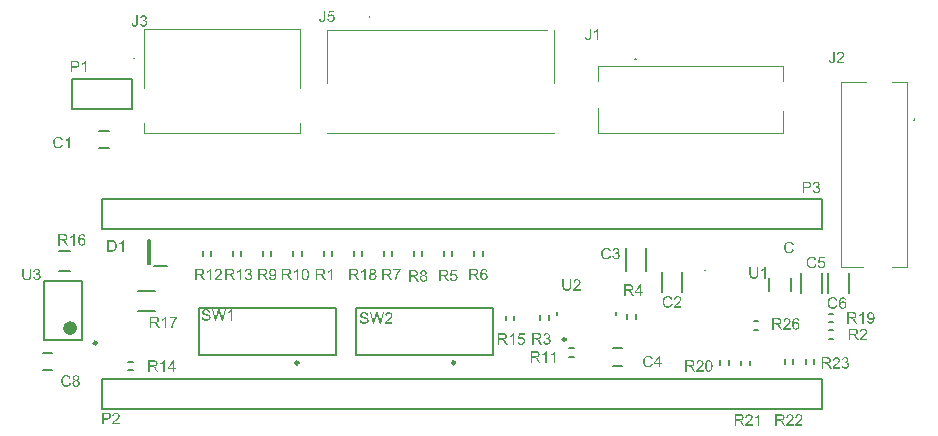
<source format=gto>
G04*
G04 #@! TF.GenerationSoftware,Altium Limited,Altium Designer,21.6.4 (81)*
G04*
G04 Layer_Color=65535*
%FSLAX25Y25*%
%MOIN*%
G70*
G04*
G04 #@! TF.SameCoordinates,97392813-CCE2-4223-8130-4091A0700721*
G04*
G04*
G04 #@! TF.FilePolarity,Positive*
G04*
G01*
G75*
%ADD10C,0.00394*%
%ADD11C,0.00984*%
%ADD12C,0.00787*%
%ADD13C,0.00492*%
%ADD14C,0.02362*%
%ADD15C,0.00500*%
G36*
X48914Y146425D02*
X48985Y146414D01*
X49073Y146397D01*
X49171Y146370D01*
X49269Y146337D01*
X49367Y146294D01*
X49373D01*
X49378Y146288D01*
X49411Y146272D01*
X49460Y146239D01*
X49515Y146201D01*
X49580Y146146D01*
X49646Y146086D01*
X49711Y146015D01*
X49766Y145933D01*
X49771Y145922D01*
X49788Y145895D01*
X49810Y145846D01*
X49837Y145786D01*
X49864Y145715D01*
X49886Y145633D01*
X49902Y145540D01*
X49908Y145447D01*
Y145436D01*
Y145404D01*
X49902Y145360D01*
X49891Y145300D01*
X49875Y145229D01*
X49848Y145152D01*
X49815Y145076D01*
X49771Y145000D01*
X49766Y144989D01*
X49749Y144967D01*
X49717Y144929D01*
X49673Y144885D01*
X49619Y144836D01*
X49553Y144781D01*
X49477Y144732D01*
X49384Y144683D01*
X49389D01*
X49400Y144677D01*
X49417Y144672D01*
X49438Y144667D01*
X49498Y144645D01*
X49575Y144612D01*
X49662Y144568D01*
X49749Y144514D01*
X49831Y144443D01*
X49908Y144361D01*
X49913Y144350D01*
X49935Y144317D01*
X49968Y144263D01*
X50001Y144192D01*
X50033Y144104D01*
X50066Y144000D01*
X50088Y143880D01*
X50094Y143749D01*
Y143744D01*
Y143727D01*
Y143700D01*
X50088Y143667D01*
X50083Y143624D01*
X50072Y143575D01*
X50061Y143520D01*
X50050Y143460D01*
X50006Y143329D01*
X49973Y143258D01*
X49941Y143192D01*
X49897Y143121D01*
X49848Y143050D01*
X49793Y142979D01*
X49728Y142914D01*
X49722Y142908D01*
X49711Y142897D01*
X49689Y142881D01*
X49662Y142859D01*
X49629Y142832D01*
X49586Y142805D01*
X49537Y142772D01*
X49477Y142745D01*
X49417Y142712D01*
X49345Y142679D01*
X49275Y142652D01*
X49193Y142624D01*
X49105Y142603D01*
X49012Y142586D01*
X48920Y142575D01*
X48816Y142570D01*
X48767D01*
X48734Y142575D01*
X48690Y142581D01*
X48641Y142586D01*
X48586Y142597D01*
X48526Y142608D01*
X48395Y142641D01*
X48259Y142695D01*
X48188Y142728D01*
X48122Y142766D01*
X48057Y142816D01*
X47991Y142865D01*
X47986Y142870D01*
X47975Y142881D01*
X47959Y142897D01*
X47942Y142919D01*
X47915Y142947D01*
X47888Y142985D01*
X47855Y143023D01*
X47822Y143072D01*
X47789Y143127D01*
X47757Y143181D01*
X47697Y143312D01*
X47647Y143465D01*
X47631Y143547D01*
X47620Y143635D01*
X48084Y143695D01*
Y143689D01*
X48090Y143678D01*
X48095Y143656D01*
X48101Y143629D01*
X48106Y143596D01*
X48117Y143558D01*
X48144Y143476D01*
X48182Y143378D01*
X48232Y143285D01*
X48286Y143198D01*
X48352Y143121D01*
X48363Y143116D01*
X48384Y143094D01*
X48428Y143067D01*
X48483Y143040D01*
X48548Y143007D01*
X48630Y142979D01*
X48723Y142957D01*
X48821Y142952D01*
X48854D01*
X48876Y142957D01*
X48936Y142963D01*
X49012Y142979D01*
X49100Y143007D01*
X49193Y143045D01*
X49285Y143099D01*
X49373Y143176D01*
X49384Y143187D01*
X49411Y143220D01*
X49444Y143269D01*
X49487Y143334D01*
X49531Y143416D01*
X49564Y143509D01*
X49591Y143618D01*
X49602Y143738D01*
Y143744D01*
Y143755D01*
Y143771D01*
X49597Y143793D01*
X49591Y143853D01*
X49575Y143924D01*
X49553Y144011D01*
X49515Y144099D01*
X49460Y144186D01*
X49389Y144268D01*
X49378Y144279D01*
X49351Y144301D01*
X49307Y144334D01*
X49247Y144372D01*
X49171Y144410D01*
X49078Y144443D01*
X48974Y144465D01*
X48860Y144475D01*
X48810D01*
X48772Y144470D01*
X48723Y144465D01*
X48668Y144454D01*
X48603Y144443D01*
X48532Y144426D01*
X48586Y144836D01*
X48614D01*
X48636Y144830D01*
X48707D01*
X48767Y144841D01*
X48838Y144852D01*
X48920Y144869D01*
X49012Y144896D01*
X49100Y144934D01*
X49193Y144983D01*
X49198D01*
X49204Y144989D01*
X49231Y145010D01*
X49269Y145049D01*
X49313Y145098D01*
X49356Y145169D01*
X49395Y145251D01*
X49422Y145344D01*
X49433Y145398D01*
Y145458D01*
Y145464D01*
Y145469D01*
Y145502D01*
X49422Y145546D01*
X49411Y145606D01*
X49389Y145671D01*
X49362Y145742D01*
X49318Y145813D01*
X49258Y145879D01*
X49253Y145884D01*
X49225Y145906D01*
X49187Y145933D01*
X49138Y145966D01*
X49073Y145993D01*
X48996Y146021D01*
X48909Y146043D01*
X48810Y146048D01*
X48767D01*
X48718Y146037D01*
X48652Y146026D01*
X48581Y146004D01*
X48510Y145977D01*
X48434Y145933D01*
X48363Y145879D01*
X48357Y145873D01*
X48335Y145846D01*
X48303Y145808D01*
X48264Y145753D01*
X48226Y145682D01*
X48188Y145595D01*
X48155Y145491D01*
X48133Y145371D01*
X47669Y145453D01*
Y145458D01*
X47675Y145475D01*
X47680Y145496D01*
X47686Y145529D01*
X47697Y145567D01*
X47713Y145611D01*
X47746Y145715D01*
X47800Y145835D01*
X47866Y145955D01*
X47948Y146070D01*
X48052Y146174D01*
X48057Y146179D01*
X48068Y146184D01*
X48084Y146195D01*
X48106Y146212D01*
X48133Y146233D01*
X48172Y146255D01*
X48210Y146277D01*
X48259Y146305D01*
X48368Y146348D01*
X48494Y146392D01*
X48641Y146419D01*
X48718Y146430D01*
X48854D01*
X48914Y146425D01*
D02*
G37*
G36*
X46987Y143837D02*
Y143831D01*
Y143815D01*
Y143793D01*
Y143760D01*
X46981Y143717D01*
Y143673D01*
X46970Y143569D01*
X46959Y143449D01*
X46938Y143323D01*
X46905Y143209D01*
X46867Y143099D01*
Y143094D01*
X46861Y143089D01*
X46845Y143056D01*
X46817Y143012D01*
X46779Y142952D01*
X46725Y142892D01*
X46665Y142826D01*
X46588Y142761D01*
X46501Y142706D01*
X46490Y142701D01*
X46457Y142684D01*
X46408Y142663D01*
X46337Y142641D01*
X46250Y142614D01*
X46151Y142592D01*
X46042Y142575D01*
X45922Y142570D01*
X45873D01*
X45840Y142575D01*
X45796Y142581D01*
X45753Y142586D01*
X45638Y142608D01*
X45518Y142641D01*
X45392Y142690D01*
X45327Y142723D01*
X45267Y142761D01*
X45212Y142805D01*
X45158Y142854D01*
X45152Y142859D01*
X45147Y142865D01*
X45136Y142887D01*
X45119Y142908D01*
X45098Y142936D01*
X45076Y142974D01*
X45054Y143018D01*
X45027Y143067D01*
X45005Y143121D01*
X44983Y143187D01*
X44961Y143252D01*
X44939Y143329D01*
X44928Y143411D01*
X44912Y143503D01*
X44906Y143596D01*
Y143700D01*
X45360Y143766D01*
Y143760D01*
Y143749D01*
Y143727D01*
X45365Y143695D01*
X45371Y143662D01*
Y143624D01*
X45387Y143531D01*
X45403Y143433D01*
X45436Y143334D01*
X45469Y143247D01*
X45491Y143209D01*
X45518Y143176D01*
X45524Y143170D01*
X45545Y143154D01*
X45578Y143127D01*
X45622Y143099D01*
X45682Y143067D01*
X45747Y143045D01*
X45829Y143023D01*
X45917Y143018D01*
X45949D01*
X45982Y143023D01*
X46031Y143028D01*
X46080Y143040D01*
X46135Y143050D01*
X46190Y143072D01*
X46244Y143099D01*
X46250Y143105D01*
X46266Y143116D01*
X46288Y143138D01*
X46321Y143160D01*
X46348Y143198D01*
X46381Y143236D01*
X46408Y143280D01*
X46430Y143334D01*
Y143340D01*
X46441Y143362D01*
X46446Y143400D01*
X46457Y143449D01*
X46468Y143515D01*
X46474Y143596D01*
X46484Y143695D01*
Y143809D01*
Y146414D01*
X46987D01*
Y143837D01*
D02*
G37*
G36*
X253789Y60230D02*
Y60224D01*
Y60202D01*
Y60175D01*
Y60137D01*
X253784Y60088D01*
Y60033D01*
X253779Y59968D01*
X253773Y59902D01*
X253757Y59755D01*
X253735Y59602D01*
X253702Y59454D01*
X253680Y59383D01*
X253658Y59318D01*
Y59312D01*
X253653Y59302D01*
X253642Y59285D01*
X253631Y59263D01*
X253598Y59203D01*
X253549Y59127D01*
X253484Y59039D01*
X253407Y58952D01*
X253309Y58859D01*
X253189Y58777D01*
X253183D01*
X253172Y58766D01*
X253156Y58761D01*
X253129Y58745D01*
X253096Y58728D01*
X253052Y58712D01*
X253009Y58696D01*
X252954Y58674D01*
X252894Y58652D01*
X252828Y58635D01*
X252757Y58619D01*
X252676Y58603D01*
X252594Y58592D01*
X252506Y58581D01*
X252310Y58570D01*
X252261D01*
X252222Y58575D01*
X252179D01*
X252124Y58581D01*
X252064Y58586D01*
X252004Y58592D01*
X251868Y58614D01*
X251720Y58646D01*
X251578Y58690D01*
X251442Y58750D01*
X251436D01*
X251425Y58761D01*
X251409Y58772D01*
X251387Y58783D01*
X251327Y58827D01*
X251256Y58887D01*
X251174Y58963D01*
X251098Y59050D01*
X251021Y59160D01*
X250961Y59280D01*
Y59285D01*
X250956Y59296D01*
X250950Y59318D01*
X250939Y59345D01*
X250928Y59378D01*
X250917Y59422D01*
X250901Y59471D01*
X250890Y59531D01*
X250879Y59596D01*
X250863Y59667D01*
X250852Y59744D01*
X250841Y59826D01*
X250830Y59918D01*
X250825Y60017D01*
X250819Y60120D01*
Y60230D01*
Y62414D01*
X251322D01*
Y60230D01*
Y60224D01*
Y60208D01*
Y60181D01*
Y60148D01*
X251327Y60110D01*
Y60061D01*
X251332Y59957D01*
X251343Y59837D01*
X251360Y59716D01*
X251381Y59602D01*
X251392Y59553D01*
X251409Y59504D01*
X251414Y59493D01*
X251425Y59465D01*
X251452Y59427D01*
X251485Y59373D01*
X251523Y59318D01*
X251578Y59258D01*
X251644Y59198D01*
X251720Y59149D01*
X251731Y59143D01*
X251758Y59127D01*
X251807Y59110D01*
X251873Y59089D01*
X251949Y59061D01*
X252048Y59045D01*
X252151Y59029D01*
X252266Y59023D01*
X252321D01*
X252353Y59029D01*
X252402D01*
X252452Y59034D01*
X252572Y59056D01*
X252703Y59083D01*
X252828Y59127D01*
X252948Y59187D01*
X253003Y59225D01*
X253052Y59269D01*
X253058Y59274D01*
X253063Y59280D01*
X253074Y59296D01*
X253091Y59318D01*
X253107Y59351D01*
X253129Y59383D01*
X253151Y59433D01*
X253172Y59482D01*
X253194Y59542D01*
X253211Y59613D01*
X253233Y59695D01*
X253249Y59782D01*
X253265Y59880D01*
X253276Y59984D01*
X253287Y60104D01*
Y60230D01*
Y62414D01*
X253789D01*
Y60230D01*
D02*
G37*
G36*
X256181Y58635D02*
X255717D01*
Y61589D01*
X255711Y61584D01*
X255684Y61562D01*
X255651Y61529D01*
X255597Y61491D01*
X255537Y61442D01*
X255460Y61387D01*
X255373Y61327D01*
X255275Y61267D01*
X255269D01*
X255264Y61262D01*
X255231Y61240D01*
X255176Y61212D01*
X255111Y61180D01*
X255034Y61142D01*
X254952Y61103D01*
X254871Y61065D01*
X254789Y61032D01*
Y61480D01*
X254794D01*
X254805Y61491D01*
X254827Y61497D01*
X254854Y61513D01*
X254887Y61529D01*
X254925Y61551D01*
X255018Y61606D01*
X255127Y61666D01*
X255236Y61742D01*
X255351Y61830D01*
X255466Y61922D01*
X255471Y61928D01*
X255476Y61933D01*
X255493Y61950D01*
X255515Y61966D01*
X255564Y62021D01*
X255629Y62086D01*
X255695Y62163D01*
X255766Y62250D01*
X255826Y62337D01*
X255881Y62430D01*
X256181D01*
Y58635D01*
D02*
G37*
G36*
X279291Y131701D02*
Y131696D01*
Y131679D01*
Y131658D01*
Y131625D01*
X279286Y131581D01*
Y131537D01*
X279275Y131434D01*
X279264Y131314D01*
X279242Y131188D01*
X279209Y131073D01*
X279171Y130964D01*
Y130959D01*
X279166Y130953D01*
X279149Y130920D01*
X279122Y130877D01*
X279084Y130817D01*
X279029Y130757D01*
X278969Y130691D01*
X278893Y130626D01*
X278805Y130571D01*
X278794Y130566D01*
X278762Y130549D01*
X278712Y130527D01*
X278641Y130506D01*
X278554Y130478D01*
X278456Y130456D01*
X278347Y130440D01*
X278226Y130435D01*
X278177D01*
X278145Y130440D01*
X278101Y130445D01*
X278057Y130451D01*
X277943Y130473D01*
X277822Y130506D01*
X277697Y130555D01*
X277631Y130587D01*
X277571Y130626D01*
X277517Y130669D01*
X277462Y130718D01*
X277457Y130724D01*
X277451Y130729D01*
X277440Y130751D01*
X277424Y130773D01*
X277402Y130800D01*
X277380Y130839D01*
X277358Y130882D01*
X277331Y130931D01*
X277309Y130986D01*
X277287Y131052D01*
X277266Y131117D01*
X277244Y131193D01*
X277233Y131275D01*
X277216Y131368D01*
X277211Y131461D01*
Y131565D01*
X277664Y131630D01*
Y131625D01*
Y131614D01*
Y131592D01*
X277670Y131559D01*
X277675Y131527D01*
Y131488D01*
X277691Y131395D01*
X277708Y131297D01*
X277741Y131199D01*
X277773Y131112D01*
X277795Y131073D01*
X277822Y131041D01*
X277828Y131035D01*
X277850Y131019D01*
X277883Y130991D01*
X277926Y130964D01*
X277986Y130931D01*
X278052Y130910D01*
X278134Y130888D01*
X278221Y130882D01*
X278254D01*
X278287Y130888D01*
X278336Y130893D01*
X278385Y130904D01*
X278439Y130915D01*
X278494Y130937D01*
X278549Y130964D01*
X278554Y130970D01*
X278571Y130981D01*
X278592Y131002D01*
X278625Y131024D01*
X278652Y131062D01*
X278685Y131101D01*
X278712Y131144D01*
X278734Y131199D01*
Y131204D01*
X278745Y131226D01*
X278751Y131264D01*
X278762Y131314D01*
X278772Y131379D01*
X278778Y131461D01*
X278789Y131559D01*
Y131674D01*
Y134278D01*
X279291D01*
Y131701D01*
D02*
G37*
G36*
X281262Y134289D02*
X281306Y134284D01*
X281361Y134278D01*
X281421Y134267D01*
X281481Y134256D01*
X281623Y134218D01*
X281765Y134164D01*
X281836Y134131D01*
X281907Y134093D01*
X281972Y134044D01*
X282032Y133989D01*
X282038Y133984D01*
X282049Y133978D01*
X282059Y133956D01*
X282081Y133934D01*
X282108Y133907D01*
X282136Y133869D01*
X282163Y133831D01*
X282196Y133782D01*
X282250Y133678D01*
X282305Y133547D01*
X282327Y133481D01*
X282338Y133405D01*
X282349Y133328D01*
X282354Y133246D01*
Y133236D01*
Y133208D01*
X282349Y133165D01*
X282343Y133104D01*
X282332Y133039D01*
X282311Y132963D01*
X282289Y132881D01*
X282256Y132799D01*
X282250Y132788D01*
X282240Y132760D01*
X282218Y132717D01*
X282185Y132657D01*
X282141Y132591D01*
X282087Y132509D01*
X282021Y132427D01*
X281945Y132335D01*
X281934Y132324D01*
X281907Y132291D01*
X281879Y132264D01*
X281852Y132236D01*
X281819Y132203D01*
X281775Y132160D01*
X281732Y132116D01*
X281677Y132067D01*
X281623Y132012D01*
X281557Y131952D01*
X281486Y131892D01*
X281410Y131821D01*
X281322Y131750D01*
X281235Y131674D01*
X281229Y131668D01*
X281219Y131658D01*
X281197Y131641D01*
X281169Y131619D01*
X281137Y131587D01*
X281098Y131554D01*
X281011Y131483D01*
X280918Y131401D01*
X280831Y131319D01*
X280754Y131248D01*
X280722Y131221D01*
X280694Y131193D01*
X280689Y131188D01*
X280673Y131172D01*
X280651Y131150D01*
X280623Y131117D01*
X280596Y131079D01*
X280563Y131041D01*
X280498Y130948D01*
X282360D01*
Y130500D01*
X279854D01*
Y130506D01*
Y130527D01*
Y130560D01*
X279859Y130604D01*
X279865Y130653D01*
X279875Y130708D01*
X279886Y130762D01*
X279908Y130822D01*
Y130828D01*
X279914Y130833D01*
X279925Y130866D01*
X279946Y130915D01*
X279979Y130981D01*
X280023Y131057D01*
X280077Y131144D01*
X280137Y131232D01*
X280214Y131325D01*
Y131330D01*
X280225Y131335D01*
X280252Y131368D01*
X280301Y131417D01*
X280372Y131488D01*
X280454Y131570D01*
X280558Y131668D01*
X280683Y131778D01*
X280820Y131892D01*
X280825Y131898D01*
X280847Y131914D01*
X280880Y131941D01*
X280918Y131974D01*
X280967Y132018D01*
X281028Y132067D01*
X281087Y132122D01*
X281158Y132182D01*
X281295Y132313D01*
X281432Y132444D01*
X281497Y132509D01*
X281557Y132575D01*
X281612Y132635D01*
X281655Y132695D01*
Y132700D01*
X281666Y132706D01*
X281677Y132722D01*
X281688Y132744D01*
X281726Y132804D01*
X281770Y132875D01*
X281808Y132963D01*
X281846Y133055D01*
X281868Y133159D01*
X281879Y133257D01*
Y133263D01*
Y133268D01*
X281874Y133301D01*
X281868Y133356D01*
X281852Y133416D01*
X281830Y133492D01*
X281792Y133569D01*
X281743Y133645D01*
X281677Y133721D01*
X281666Y133732D01*
X281639Y133754D01*
X281601Y133782D01*
X281541Y133820D01*
X281464Y133852D01*
X281377Y133885D01*
X281273Y133907D01*
X281158Y133913D01*
X281126D01*
X281104Y133907D01*
X281038Y133902D01*
X280962Y133885D01*
X280880Y133863D01*
X280787Y133825D01*
X280700Y133776D01*
X280618Y133711D01*
X280607Y133700D01*
X280585Y133672D01*
X280552Y133629D01*
X280520Y133563D01*
X280482Y133487D01*
X280449Y133388D01*
X280427Y133279D01*
X280416Y133154D01*
X279941Y133203D01*
Y133208D01*
X279946Y133224D01*
Y133252D01*
X279952Y133290D01*
X279963Y133334D01*
X279974Y133383D01*
X279990Y133443D01*
X280006Y133503D01*
X280050Y133634D01*
X280116Y133765D01*
X280154Y133831D01*
X280203Y133896D01*
X280252Y133956D01*
X280307Y134011D01*
X280312Y134016D01*
X280323Y134022D01*
X280340Y134038D01*
X280367Y134055D01*
X280400Y134076D01*
X280438Y134098D01*
X280482Y134125D01*
X280536Y134153D01*
X280596Y134180D01*
X280662Y134207D01*
X280733Y134229D01*
X280809Y134251D01*
X280891Y134267D01*
X280978Y134284D01*
X281071Y134289D01*
X281169Y134295D01*
X281224D01*
X281262Y134289D01*
D02*
G37*
G36*
X198091Y139301D02*
Y139296D01*
Y139279D01*
Y139258D01*
Y139225D01*
X198086Y139181D01*
Y139137D01*
X198075Y139034D01*
X198064Y138914D01*
X198042Y138788D01*
X198009Y138673D01*
X197971Y138564D01*
Y138559D01*
X197966Y138553D01*
X197949Y138520D01*
X197922Y138477D01*
X197884Y138417D01*
X197829Y138357D01*
X197769Y138291D01*
X197693Y138226D01*
X197605Y138171D01*
X197594Y138165D01*
X197562Y138149D01*
X197512Y138127D01*
X197441Y138105D01*
X197354Y138078D01*
X197256Y138056D01*
X197147Y138040D01*
X197027Y138034D01*
X196977D01*
X196945Y138040D01*
X196901Y138045D01*
X196857Y138051D01*
X196743Y138073D01*
X196622Y138105D01*
X196497Y138155D01*
X196431Y138187D01*
X196371Y138226D01*
X196317Y138269D01*
X196262Y138318D01*
X196257Y138324D01*
X196251Y138329D01*
X196240Y138351D01*
X196224Y138373D01*
X196202Y138400D01*
X196180Y138438D01*
X196158Y138482D01*
X196131Y138531D01*
X196109Y138586D01*
X196087Y138652D01*
X196065Y138717D01*
X196044Y138793D01*
X196033Y138875D01*
X196016Y138968D01*
X196011Y139061D01*
Y139165D01*
X196464Y139230D01*
Y139225D01*
Y139214D01*
Y139192D01*
X196470Y139159D01*
X196475Y139127D01*
Y139088D01*
X196491Y138995D01*
X196508Y138897D01*
X196540Y138799D01*
X196573Y138712D01*
X196595Y138673D01*
X196622Y138640D01*
X196628Y138635D01*
X196650Y138619D01*
X196683Y138591D01*
X196726Y138564D01*
X196786Y138531D01*
X196852Y138510D01*
X196934Y138488D01*
X197021Y138482D01*
X197054D01*
X197087Y138488D01*
X197136Y138493D01*
X197185Y138504D01*
X197239Y138515D01*
X197294Y138537D01*
X197349Y138564D01*
X197354Y138570D01*
X197371Y138581D01*
X197392Y138602D01*
X197425Y138624D01*
X197452Y138662D01*
X197485Y138701D01*
X197512Y138744D01*
X197534Y138799D01*
Y138804D01*
X197545Y138826D01*
X197551Y138864D01*
X197562Y138914D01*
X197573Y138979D01*
X197578Y139061D01*
X197589Y139159D01*
Y139274D01*
Y141878D01*
X198091D01*
Y139301D01*
D02*
G37*
G36*
X200466Y138100D02*
X200002D01*
Y141054D01*
X199997Y141048D01*
X199969Y141027D01*
X199937Y140994D01*
X199882Y140956D01*
X199822Y140906D01*
X199746Y140852D01*
X199658Y140792D01*
X199560Y140732D01*
X199555D01*
X199549Y140726D01*
X199516Y140704D01*
X199462Y140677D01*
X199396Y140644D01*
X199320Y140606D01*
X199238Y140568D01*
X199156Y140530D01*
X199074Y140497D01*
Y140945D01*
X199079D01*
X199090Y140956D01*
X199112Y140961D01*
X199139Y140977D01*
X199172Y140994D01*
X199211Y141016D01*
X199303Y141070D01*
X199413Y141130D01*
X199522Y141207D01*
X199636Y141294D01*
X199751Y141387D01*
X199757Y141392D01*
X199762Y141398D01*
X199778Y141414D01*
X199800Y141431D01*
X199849Y141485D01*
X199915Y141551D01*
X199980Y141627D01*
X200051Y141715D01*
X200111Y141802D01*
X200166Y141895D01*
X200466D01*
Y138100D01*
D02*
G37*
G36*
X13367Y61925D02*
X13438Y61914D01*
X13526Y61897D01*
X13624Y61870D01*
X13722Y61837D01*
X13821Y61794D01*
X13826D01*
X13831Y61788D01*
X13864Y61772D01*
X13913Y61739D01*
X13968Y61701D01*
X14033Y61646D01*
X14099Y61586D01*
X14164Y61515D01*
X14219Y61433D01*
X14224Y61422D01*
X14241Y61395D01*
X14263Y61346D01*
X14290Y61286D01*
X14317Y61215D01*
X14339Y61133D01*
X14356Y61040D01*
X14361Y60947D01*
Y60936D01*
Y60904D01*
X14356Y60860D01*
X14345Y60800D01*
X14328Y60729D01*
X14301Y60653D01*
X14268Y60576D01*
X14224Y60500D01*
X14219Y60489D01*
X14203Y60467D01*
X14170Y60429D01*
X14126Y60385D01*
X14072Y60336D01*
X14006Y60281D01*
X13930Y60232D01*
X13837Y60183D01*
X13842D01*
X13853Y60177D01*
X13870Y60172D01*
X13892Y60167D01*
X13951Y60145D01*
X14028Y60112D01*
X14115Y60068D01*
X14203Y60014D01*
X14285Y59943D01*
X14361Y59861D01*
X14367Y59850D01*
X14388Y59817D01*
X14421Y59763D01*
X14454Y59692D01*
X14487Y59604D01*
X14519Y59500D01*
X14541Y59380D01*
X14547Y59249D01*
Y59244D01*
Y59227D01*
Y59200D01*
X14541Y59167D01*
X14536Y59124D01*
X14525Y59074D01*
X14514Y59020D01*
X14503Y58960D01*
X14459Y58829D01*
X14427Y58758D01*
X14394Y58692D01*
X14350Y58621D01*
X14301Y58550D01*
X14246Y58479D01*
X14181Y58414D01*
X14175Y58408D01*
X14164Y58398D01*
X14143Y58381D01*
X14115Y58359D01*
X14083Y58332D01*
X14039Y58305D01*
X13990Y58272D01*
X13930Y58245D01*
X13870Y58212D01*
X13799Y58179D01*
X13728Y58152D01*
X13646Y58125D01*
X13558Y58103D01*
X13466Y58086D01*
X13373Y58075D01*
X13269Y58070D01*
X13220D01*
X13187Y58075D01*
X13144Y58081D01*
X13094Y58086D01*
X13040Y58097D01*
X12980Y58108D01*
X12849Y58141D01*
X12712Y58196D01*
X12641Y58228D01*
X12576Y58266D01*
X12510Y58316D01*
X12445Y58365D01*
X12439Y58370D01*
X12428Y58381D01*
X12412Y58398D01*
X12395Y58419D01*
X12368Y58447D01*
X12341Y58485D01*
X12308Y58523D01*
X12275Y58572D01*
X12243Y58627D01*
X12210Y58681D01*
X12150Y58812D01*
X12101Y58965D01*
X12084Y59047D01*
X12073Y59135D01*
X12537Y59195D01*
Y59189D01*
X12543Y59178D01*
X12548Y59156D01*
X12554Y59129D01*
X12559Y59096D01*
X12570Y59058D01*
X12597Y58976D01*
X12636Y58878D01*
X12685Y58785D01*
X12739Y58698D01*
X12805Y58621D01*
X12816Y58616D01*
X12838Y58594D01*
X12881Y58567D01*
X12936Y58539D01*
X13002Y58507D01*
X13083Y58479D01*
X13176Y58458D01*
X13274Y58452D01*
X13307D01*
X13329Y58458D01*
X13389Y58463D01*
X13466Y58479D01*
X13553Y58507D01*
X13646Y58545D01*
X13739Y58600D01*
X13826Y58676D01*
X13837Y58687D01*
X13864Y58720D01*
X13897Y58769D01*
X13941Y58834D01*
X13984Y58916D01*
X14017Y59009D01*
X14044Y59118D01*
X14055Y59238D01*
Y59244D01*
Y59255D01*
Y59271D01*
X14050Y59293D01*
X14044Y59353D01*
X14028Y59424D01*
X14006Y59511D01*
X13968Y59599D01*
X13913Y59686D01*
X13842Y59768D01*
X13831Y59779D01*
X13804Y59801D01*
X13760Y59834D01*
X13700Y59872D01*
X13624Y59910D01*
X13531Y59943D01*
X13427Y59965D01*
X13313Y59975D01*
X13264D01*
X13225Y59970D01*
X13176Y59965D01*
X13122Y59954D01*
X13056Y59943D01*
X12985Y59926D01*
X13040Y60336D01*
X13067D01*
X13089Y60330D01*
X13160D01*
X13220Y60341D01*
X13291Y60352D01*
X13373Y60369D01*
X13466Y60396D01*
X13553Y60434D01*
X13646Y60483D01*
X13651D01*
X13657Y60489D01*
X13684Y60510D01*
X13722Y60549D01*
X13766Y60598D01*
X13810Y60669D01*
X13848Y60751D01*
X13875Y60844D01*
X13886Y60898D01*
Y60958D01*
Y60964D01*
Y60969D01*
Y61002D01*
X13875Y61046D01*
X13864Y61106D01*
X13842Y61171D01*
X13815Y61242D01*
X13771Y61313D01*
X13711Y61379D01*
X13706Y61384D01*
X13679Y61406D01*
X13640Y61433D01*
X13591Y61466D01*
X13526Y61493D01*
X13449Y61521D01*
X13362Y61542D01*
X13264Y61548D01*
X13220D01*
X13171Y61537D01*
X13105Y61526D01*
X13034Y61504D01*
X12963Y61477D01*
X12887Y61433D01*
X12816Y61379D01*
X12810Y61373D01*
X12789Y61346D01*
X12756Y61308D01*
X12718Y61253D01*
X12679Y61182D01*
X12641Y61095D01*
X12608Y60991D01*
X12586Y60871D01*
X12122Y60953D01*
Y60958D01*
X12128Y60975D01*
X12133Y60997D01*
X12139Y61029D01*
X12150Y61067D01*
X12166Y61111D01*
X12199Y61215D01*
X12253Y61335D01*
X12319Y61455D01*
X12401Y61570D01*
X12505Y61673D01*
X12510Y61679D01*
X12521Y61684D01*
X12537Y61695D01*
X12559Y61712D01*
X12586Y61734D01*
X12625Y61755D01*
X12663Y61777D01*
X12712Y61804D01*
X12821Y61848D01*
X12947Y61892D01*
X13094Y61919D01*
X13171Y61930D01*
X13307D01*
X13367Y61925D01*
D02*
G37*
G36*
X11424Y59730D02*
Y59724D01*
Y59702D01*
Y59675D01*
Y59637D01*
X11418Y59588D01*
Y59533D01*
X11413Y59468D01*
X11407Y59402D01*
X11391Y59255D01*
X11369Y59102D01*
X11336Y58954D01*
X11314Y58883D01*
X11293Y58818D01*
Y58812D01*
X11287Y58802D01*
X11276Y58785D01*
X11265Y58763D01*
X11232Y58703D01*
X11183Y58627D01*
X11118Y58539D01*
X11041Y58452D01*
X10943Y58359D01*
X10823Y58277D01*
X10818D01*
X10807Y58266D01*
X10790Y58261D01*
X10763Y58245D01*
X10730Y58228D01*
X10687Y58212D01*
X10643Y58196D01*
X10588Y58174D01*
X10528Y58152D01*
X10463Y58135D01*
X10392Y58119D01*
X10310Y58103D01*
X10228Y58092D01*
X10141Y58081D01*
X9944Y58070D01*
X9895D01*
X9856Y58075D01*
X9813D01*
X9758Y58081D01*
X9698Y58086D01*
X9638Y58092D01*
X9502Y58114D01*
X9354Y58146D01*
X9212Y58190D01*
X9076Y58250D01*
X9070D01*
X9059Y58261D01*
X9043Y58272D01*
X9021Y58283D01*
X8961Y58327D01*
X8890Y58387D01*
X8808Y58463D01*
X8732Y58550D01*
X8655Y58660D01*
X8595Y58780D01*
Y58785D01*
X8590Y58796D01*
X8584Y58818D01*
X8573Y58845D01*
X8563Y58878D01*
X8552Y58922D01*
X8535Y58971D01*
X8524Y59031D01*
X8513Y59096D01*
X8497Y59167D01*
X8486Y59244D01*
X8475Y59326D01*
X8464Y59418D01*
X8459Y59517D01*
X8453Y59620D01*
Y59730D01*
Y61914D01*
X8956D01*
Y59730D01*
Y59724D01*
Y59708D01*
Y59681D01*
Y59648D01*
X8961Y59610D01*
Y59561D01*
X8967Y59457D01*
X8978Y59337D01*
X8994Y59216D01*
X9016Y59102D01*
X9027Y59053D01*
X9043Y59004D01*
X9048Y58993D01*
X9059Y58965D01*
X9087Y58927D01*
X9119Y58872D01*
X9158Y58818D01*
X9212Y58758D01*
X9278Y58698D01*
X9354Y58649D01*
X9365Y58643D01*
X9392Y58627D01*
X9442Y58610D01*
X9507Y58589D01*
X9584Y58561D01*
X9682Y58545D01*
X9786Y58529D01*
X9900Y58523D01*
X9955D01*
X9988Y58529D01*
X10037D01*
X10086Y58534D01*
X10206Y58556D01*
X10337Y58583D01*
X10463Y58627D01*
X10583Y58687D01*
X10637Y58725D01*
X10687Y58769D01*
X10692Y58774D01*
X10697Y58780D01*
X10708Y58796D01*
X10725Y58818D01*
X10741Y58851D01*
X10763Y58883D01*
X10785Y58933D01*
X10807Y58982D01*
X10828Y59042D01*
X10845Y59113D01*
X10867Y59195D01*
X10883Y59282D01*
X10899Y59380D01*
X10910Y59484D01*
X10921Y59604D01*
Y59730D01*
Y61914D01*
X11424D01*
Y59730D01*
D02*
G37*
G36*
X191443Y56230D02*
Y56224D01*
Y56202D01*
Y56175D01*
Y56137D01*
X191437Y56088D01*
Y56033D01*
X191432Y55968D01*
X191426Y55902D01*
X191410Y55755D01*
X191388Y55602D01*
X191355Y55454D01*
X191333Y55383D01*
X191312Y55318D01*
Y55313D01*
X191306Y55301D01*
X191295Y55285D01*
X191284Y55263D01*
X191252Y55203D01*
X191202Y55127D01*
X191137Y55039D01*
X191060Y54952D01*
X190962Y54859D01*
X190842Y54777D01*
X190837D01*
X190826Y54766D01*
X190809Y54761D01*
X190782Y54745D01*
X190749Y54728D01*
X190706Y54712D01*
X190662Y54695D01*
X190607Y54674D01*
X190547Y54652D01*
X190482Y54635D01*
X190411Y54619D01*
X190329Y54603D01*
X190247Y54592D01*
X190160Y54581D01*
X189963Y54570D01*
X189914D01*
X189876Y54575D01*
X189832D01*
X189777Y54581D01*
X189717Y54586D01*
X189657Y54592D01*
X189521Y54614D01*
X189373Y54646D01*
X189231Y54690D01*
X189095Y54750D01*
X189089D01*
X189078Y54761D01*
X189062Y54772D01*
X189040Y54783D01*
X188980Y54826D01*
X188909Y54887D01*
X188827Y54963D01*
X188751Y55050D01*
X188674Y55160D01*
X188614Y55280D01*
Y55285D01*
X188609Y55296D01*
X188603Y55318D01*
X188593Y55345D01*
X188582Y55378D01*
X188571Y55422D01*
X188554Y55471D01*
X188543Y55531D01*
X188532Y55596D01*
X188516Y55667D01*
X188505Y55744D01*
X188494Y55826D01*
X188483Y55919D01*
X188478Y56017D01*
X188472Y56121D01*
Y56230D01*
Y58414D01*
X188975D01*
Y56230D01*
Y56224D01*
Y56208D01*
Y56181D01*
Y56148D01*
X188980Y56110D01*
Y56060D01*
X188986Y55957D01*
X188997Y55837D01*
X189013Y55717D01*
X189035Y55602D01*
X189046Y55553D01*
X189062Y55503D01*
X189068Y55493D01*
X189078Y55465D01*
X189106Y55427D01*
X189139Y55373D01*
X189177Y55318D01*
X189231Y55258D01*
X189297Y55198D01*
X189373Y55149D01*
X189384Y55143D01*
X189412Y55127D01*
X189461Y55110D01*
X189526Y55089D01*
X189603Y55061D01*
X189701Y55045D01*
X189805Y55028D01*
X189919Y55023D01*
X189974D01*
X190007Y55028D01*
X190056D01*
X190105Y55034D01*
X190225Y55056D01*
X190356Y55083D01*
X190482Y55127D01*
X190602Y55187D01*
X190656Y55225D01*
X190706Y55269D01*
X190711Y55274D01*
X190717Y55280D01*
X190727Y55296D01*
X190744Y55318D01*
X190760Y55351D01*
X190782Y55383D01*
X190804Y55433D01*
X190826Y55482D01*
X190848Y55542D01*
X190864Y55613D01*
X190886Y55695D01*
X190902Y55782D01*
X190919Y55880D01*
X190929Y55984D01*
X190940Y56104D01*
Y56230D01*
Y58414D01*
X191443D01*
Y56230D01*
D02*
G37*
G36*
X193430Y58425D02*
X193474Y58419D01*
X193528Y58414D01*
X193588Y58403D01*
X193649Y58392D01*
X193790Y58354D01*
X193932Y58299D01*
X194003Y58266D01*
X194074Y58228D01*
X194140Y58179D01*
X194200Y58124D01*
X194205Y58119D01*
X194216Y58113D01*
X194227Y58092D01*
X194249Y58070D01*
X194276Y58042D01*
X194304Y58004D01*
X194331Y57966D01*
X194364Y57917D01*
X194418Y57813D01*
X194473Y57682D01*
X194495Y57617D01*
X194506Y57540D01*
X194517Y57464D01*
X194522Y57382D01*
Y57371D01*
Y57344D01*
X194517Y57300D01*
X194511Y57240D01*
X194500Y57174D01*
X194478Y57098D01*
X194457Y57016D01*
X194424Y56934D01*
X194418Y56923D01*
X194407Y56896D01*
X194386Y56852D01*
X194353Y56792D01*
X194309Y56727D01*
X194255Y56645D01*
X194189Y56563D01*
X194113Y56470D01*
X194102Y56459D01*
X194074Y56426D01*
X194047Y56399D01*
X194020Y56372D01*
X193987Y56339D01*
X193943Y56295D01*
X193900Y56252D01*
X193845Y56202D01*
X193790Y56148D01*
X193725Y56088D01*
X193654Y56028D01*
X193578Y55957D01*
X193490Y55886D01*
X193403Y55809D01*
X193397Y55804D01*
X193386Y55793D01*
X193365Y55777D01*
X193337Y55755D01*
X193305Y55722D01*
X193266Y55689D01*
X193179Y55618D01*
X193086Y55536D01*
X192999Y55454D01*
X192922Y55383D01*
X192890Y55356D01*
X192862Y55329D01*
X192857Y55323D01*
X192840Y55307D01*
X192819Y55285D01*
X192791Y55252D01*
X192764Y55214D01*
X192731Y55176D01*
X192666Y55083D01*
X194528D01*
Y54635D01*
X192021D01*
Y54641D01*
Y54663D01*
Y54695D01*
X192027Y54739D01*
X192032Y54788D01*
X192043Y54843D01*
X192054Y54897D01*
X192076Y54958D01*
Y54963D01*
X192081Y54969D01*
X192092Y55001D01*
X192114Y55050D01*
X192147Y55116D01*
X192191Y55192D01*
X192245Y55280D01*
X192305Y55367D01*
X192382Y55460D01*
Y55465D01*
X192393Y55471D01*
X192420Y55503D01*
X192469Y55553D01*
X192540Y55624D01*
X192622Y55706D01*
X192726Y55804D01*
X192851Y55913D01*
X192988Y56028D01*
X192993Y56033D01*
X193015Y56050D01*
X193048Y56077D01*
X193086Y56110D01*
X193135Y56153D01*
X193195Y56202D01*
X193255Y56257D01*
X193326Y56317D01*
X193463Y56448D01*
X193599Y56579D01*
X193665Y56645D01*
X193725Y56710D01*
X193780Y56770D01*
X193823Y56830D01*
Y56836D01*
X193834Y56841D01*
X193845Y56858D01*
X193856Y56880D01*
X193894Y56940D01*
X193938Y57011D01*
X193976Y57098D01*
X194014Y57191D01*
X194036Y57294D01*
X194047Y57393D01*
Y57398D01*
Y57404D01*
X194042Y57436D01*
X194036Y57491D01*
X194020Y57551D01*
X193998Y57627D01*
X193960Y57704D01*
X193911Y57780D01*
X193845Y57857D01*
X193834Y57868D01*
X193807Y57890D01*
X193769Y57917D01*
X193709Y57955D01*
X193632Y57988D01*
X193545Y58021D01*
X193441Y58042D01*
X193326Y58048D01*
X193294D01*
X193272Y58042D01*
X193206Y58037D01*
X193130Y58021D01*
X193048Y57999D01*
X192955Y57961D01*
X192868Y57911D01*
X192786Y57846D01*
X192775Y57835D01*
X192753Y57808D01*
X192720Y57764D01*
X192688Y57699D01*
X192649Y57622D01*
X192617Y57524D01*
X192595Y57415D01*
X192584Y57289D01*
X192109Y57338D01*
Y57344D01*
X192114Y57360D01*
Y57387D01*
X192120Y57425D01*
X192131Y57469D01*
X192142Y57518D01*
X192158Y57578D01*
X192174Y57638D01*
X192218Y57769D01*
X192283Y57901D01*
X192322Y57966D01*
X192371Y58031D01*
X192420Y58092D01*
X192475Y58146D01*
X192480Y58152D01*
X192491Y58157D01*
X192507Y58174D01*
X192535Y58190D01*
X192567Y58212D01*
X192606Y58234D01*
X192649Y58261D01*
X192704Y58288D01*
X192764Y58315D01*
X192830Y58343D01*
X192901Y58365D01*
X192977Y58386D01*
X193059Y58403D01*
X193146Y58419D01*
X193239Y58425D01*
X193337Y58430D01*
X193392D01*
X193430Y58425D01*
D02*
G37*
G36*
X122458Y47449D02*
X122496D01*
X122600Y47438D01*
X122714Y47422D01*
X122835Y47395D01*
X122966Y47362D01*
X123086Y47318D01*
X123091D01*
X123102Y47313D01*
X123118Y47302D01*
X123140Y47291D01*
X123195Y47264D01*
X123266Y47214D01*
X123348Y47160D01*
X123430Y47089D01*
X123506Y47007D01*
X123577Y46914D01*
Y46909D01*
X123582Y46903D01*
X123593Y46887D01*
X123604Y46870D01*
X123632Y46816D01*
X123664Y46745D01*
X123703Y46657D01*
X123730Y46554D01*
X123757Y46445D01*
X123768Y46325D01*
X123288Y46286D01*
Y46292D01*
Y46303D01*
X123282Y46319D01*
X123277Y46346D01*
X123260Y46406D01*
X123239Y46488D01*
X123206Y46576D01*
X123157Y46663D01*
X123097Y46745D01*
X123020Y46821D01*
X123009Y46827D01*
X122982Y46849D01*
X122927Y46881D01*
X122856Y46914D01*
X122764Y46947D01*
X122654Y46980D01*
X122518Y47001D01*
X122365Y47007D01*
X122289D01*
X122256Y47001D01*
X122212Y46996D01*
X122114Y46985D01*
X122004Y46963D01*
X121895Y46936D01*
X121792Y46892D01*
X121748Y46865D01*
X121704Y46838D01*
X121693Y46832D01*
X121671Y46810D01*
X121639Y46772D01*
X121606Y46729D01*
X121568Y46668D01*
X121535Y46603D01*
X121513Y46527D01*
X121502Y46439D01*
Y46428D01*
Y46406D01*
X121508Y46368D01*
X121519Y46325D01*
X121535Y46270D01*
X121562Y46215D01*
X121595Y46161D01*
X121644Y46106D01*
X121650Y46101D01*
X121677Y46084D01*
X121699Y46068D01*
X121721Y46057D01*
X121753Y46040D01*
X121792Y46019D01*
X121841Y46002D01*
X121895Y45981D01*
X121955Y45959D01*
X122026Y45931D01*
X122103Y45910D01*
X122190Y45882D01*
X122289Y45860D01*
X122398Y45833D01*
X122403D01*
X122425Y45828D01*
X122458Y45822D01*
X122496Y45811D01*
X122545Y45800D01*
X122605Y45784D01*
X122665Y45768D01*
X122731Y45751D01*
X122873Y45713D01*
X123009Y45675D01*
X123075Y45653D01*
X123135Y45631D01*
X123189Y45615D01*
X123233Y45593D01*
X123239D01*
X123249Y45587D01*
X123266Y45576D01*
X123288Y45566D01*
X123348Y45533D01*
X123419Y45489D01*
X123501Y45429D01*
X123582Y45364D01*
X123659Y45287D01*
X123724Y45205D01*
X123730Y45194D01*
X123752Y45167D01*
X123774Y45118D01*
X123806Y45052D01*
X123834Y44976D01*
X123861Y44883D01*
X123877Y44779D01*
X123883Y44670D01*
Y44665D01*
Y44659D01*
Y44643D01*
Y44621D01*
X123872Y44561D01*
X123861Y44484D01*
X123839Y44397D01*
X123812Y44304D01*
X123768Y44206D01*
X123708Y44102D01*
Y44097D01*
X123703Y44091D01*
X123675Y44059D01*
X123637Y44009D01*
X123582Y43955D01*
X123512Y43889D01*
X123424Y43818D01*
X123326Y43753D01*
X123211Y43693D01*
X123206D01*
X123195Y43687D01*
X123178Y43682D01*
X123157Y43671D01*
X123124Y43660D01*
X123086Y43644D01*
X122998Y43622D01*
X122895Y43595D01*
X122769Y43567D01*
X122632Y43551D01*
X122485Y43545D01*
X122398D01*
X122354Y43551D01*
X122305D01*
X122250Y43556D01*
X122185Y43562D01*
X122048Y43584D01*
X121906Y43605D01*
X121764Y43644D01*
X121628Y43693D01*
X121622D01*
X121611Y43698D01*
X121595Y43709D01*
X121573Y43720D01*
X121508Y43753D01*
X121431Y43802D01*
X121344Y43867D01*
X121251Y43944D01*
X121164Y44037D01*
X121082Y44140D01*
Y44146D01*
X121071Y44157D01*
X121065Y44173D01*
X121049Y44195D01*
X121038Y44222D01*
X121022Y44255D01*
X120984Y44337D01*
X120945Y44441D01*
X120913Y44555D01*
X120891Y44686D01*
X120880Y44823D01*
X121349Y44867D01*
Y44861D01*
Y44856D01*
X121355Y44839D01*
Y44818D01*
X121366Y44768D01*
X121382Y44697D01*
X121404Y44626D01*
X121426Y44545D01*
X121464Y44468D01*
X121502Y44397D01*
X121508Y44392D01*
X121524Y44370D01*
X121551Y44332D01*
X121595Y44293D01*
X121650Y44244D01*
X121710Y44195D01*
X121792Y44146D01*
X121879Y44102D01*
X121884D01*
X121890Y44097D01*
X121906Y44091D01*
X121923Y44086D01*
X121977Y44069D01*
X122048Y44048D01*
X122136Y44026D01*
X122234Y44009D01*
X122343Y43999D01*
X122463Y43993D01*
X122512D01*
X122567Y43999D01*
X122632Y44004D01*
X122709Y44015D01*
X122796Y44026D01*
X122884Y44048D01*
X122966Y44075D01*
X122976Y44080D01*
X123004Y44091D01*
X123042Y44113D01*
X123091Y44135D01*
X123140Y44173D01*
X123195Y44211D01*
X123249Y44255D01*
X123293Y44310D01*
X123299Y44315D01*
X123310Y44337D01*
X123326Y44364D01*
X123348Y44408D01*
X123370Y44452D01*
X123386Y44506D01*
X123397Y44566D01*
X123402Y44632D01*
Y44637D01*
Y44665D01*
X123397Y44697D01*
X123391Y44741D01*
X123375Y44785D01*
X123359Y44839D01*
X123331Y44894D01*
X123293Y44943D01*
X123288Y44949D01*
X123271Y44965D01*
X123249Y44987D01*
X123211Y45020D01*
X123168Y45052D01*
X123108Y45090D01*
X123037Y45129D01*
X122955Y45162D01*
X122949Y45167D01*
X122922Y45172D01*
X122878Y45189D01*
X122851Y45194D01*
X122813Y45205D01*
X122774Y45221D01*
X122725Y45232D01*
X122671Y45249D01*
X122605Y45265D01*
X122540Y45282D01*
X122463Y45303D01*
X122376Y45325D01*
X122283Y45347D01*
X122277D01*
X122261Y45353D01*
X122234Y45358D01*
X122201Y45369D01*
X122157Y45380D01*
X122108Y45391D01*
X121999Y45424D01*
X121879Y45462D01*
X121753Y45500D01*
X121644Y45538D01*
X121595Y45560D01*
X121551Y45582D01*
X121546D01*
X121540Y45587D01*
X121508Y45609D01*
X121458Y45636D01*
X121404Y45680D01*
X121338Y45729D01*
X121273Y45789D01*
X121207Y45860D01*
X121153Y45937D01*
X121147Y45948D01*
X121131Y45975D01*
X121109Y46019D01*
X121087Y46073D01*
X121065Y46144D01*
X121044Y46226D01*
X121027Y46314D01*
X121022Y46406D01*
Y46412D01*
Y46417D01*
Y46434D01*
Y46455D01*
X121033Y46510D01*
X121044Y46581D01*
X121060Y46663D01*
X121087Y46756D01*
X121125Y46849D01*
X121180Y46941D01*
Y46947D01*
X121186Y46952D01*
X121213Y46985D01*
X121251Y47029D01*
X121300Y47083D01*
X121366Y47144D01*
X121448Y47209D01*
X121546Y47269D01*
X121655Y47324D01*
X121661D01*
X121671Y47329D01*
X121688Y47335D01*
X121710Y47346D01*
X121737Y47356D01*
X121775Y47367D01*
X121857Y47389D01*
X121961Y47411D01*
X122081Y47433D01*
X122207Y47449D01*
X122348Y47455D01*
X122420D01*
X122458Y47449D01*
D02*
G37*
G36*
X128049Y43611D02*
X127557D01*
X126766Y46488D01*
Y46494D01*
X126760Y46505D01*
X126755Y46521D01*
X126749Y46548D01*
X126733Y46608D01*
X126716Y46679D01*
X126695Y46756D01*
X126673Y46827D01*
X126656Y46887D01*
X126651Y46914D01*
X126646Y46931D01*
Y46925D01*
X126640Y46920D01*
X126635Y46887D01*
X126624Y46838D01*
X126607Y46778D01*
X126591Y46712D01*
X126569Y46636D01*
X126553Y46559D01*
X126531Y46488D01*
X125734Y43611D01*
X125210D01*
X124221Y47389D01*
X124740D01*
X125302Y44910D01*
Y44905D01*
X125308Y44894D01*
X125313Y44872D01*
X125319Y44845D01*
X125324Y44807D01*
X125335Y44768D01*
X125346Y44719D01*
X125357Y44665D01*
X125384Y44550D01*
X125412Y44419D01*
X125439Y44277D01*
X125466Y44135D01*
Y44140D01*
X125472Y44162D01*
X125483Y44190D01*
X125488Y44233D01*
X125499Y44277D01*
X125515Y44332D01*
X125543Y44452D01*
X125575Y44572D01*
X125586Y44632D01*
X125603Y44686D01*
X125614Y44736D01*
X125625Y44779D01*
X125635Y44812D01*
X125641Y44834D01*
X126356Y47389D01*
X126962D01*
X127497Y45473D01*
Y45467D01*
X127508Y45440D01*
X127519Y45402D01*
X127530Y45353D01*
X127547Y45287D01*
X127568Y45216D01*
X127590Y45134D01*
X127612Y45041D01*
X127639Y44938D01*
X127661Y44834D01*
X127710Y44610D01*
X127759Y44375D01*
X127798Y44135D01*
Y44140D01*
X127803Y44151D01*
Y44173D01*
X127814Y44201D01*
X127820Y44233D01*
X127830Y44271D01*
X127836Y44321D01*
X127852Y44375D01*
X127880Y44495D01*
X127912Y44637D01*
X127945Y44790D01*
X127989Y44960D01*
X128578Y47389D01*
X129086D01*
X128049Y43611D01*
D02*
G37*
G36*
X130708Y47400D02*
X130752Y47395D01*
X130806Y47389D01*
X130866Y47378D01*
X130926Y47367D01*
X131068Y47329D01*
X131210Y47275D01*
X131281Y47242D01*
X131352Y47203D01*
X131418Y47154D01*
X131478Y47100D01*
X131483Y47094D01*
X131494Y47089D01*
X131505Y47067D01*
X131527Y47045D01*
X131554Y47018D01*
X131581Y46980D01*
X131609Y46941D01*
X131641Y46892D01*
X131696Y46789D01*
X131751Y46657D01*
X131772Y46592D01*
X131783Y46516D01*
X131794Y46439D01*
X131800Y46357D01*
Y46346D01*
Y46319D01*
X131794Y46275D01*
X131789Y46215D01*
X131778Y46150D01*
X131756Y46073D01*
X131734Y45991D01*
X131702Y45910D01*
X131696Y45899D01*
X131685Y45871D01*
X131663Y45828D01*
X131631Y45768D01*
X131587Y45702D01*
X131532Y45620D01*
X131467Y45538D01*
X131390Y45445D01*
X131379Y45434D01*
X131352Y45402D01*
X131325Y45374D01*
X131298Y45347D01*
X131265Y45314D01*
X131221Y45271D01*
X131177Y45227D01*
X131123Y45178D01*
X131068Y45123D01*
X131003Y45063D01*
X130932Y45003D01*
X130855Y44932D01*
X130768Y44861D01*
X130681Y44785D01*
X130675Y44779D01*
X130664Y44768D01*
X130642Y44752D01*
X130615Y44730D01*
X130582Y44697D01*
X130544Y44665D01*
X130457Y44594D01*
X130364Y44512D01*
X130276Y44430D01*
X130200Y44359D01*
X130167Y44332D01*
X130140Y44304D01*
X130134Y44299D01*
X130118Y44282D01*
X130096Y44261D01*
X130069Y44228D01*
X130042Y44190D01*
X130009Y44151D01*
X129943Y44059D01*
X131805D01*
Y43611D01*
X129299D01*
Y43616D01*
Y43638D01*
Y43671D01*
X129305Y43715D01*
X129310Y43764D01*
X129321Y43818D01*
X129332Y43873D01*
X129354Y43933D01*
Y43938D01*
X129359Y43944D01*
X129370Y43977D01*
X129392Y44026D01*
X129425Y44091D01*
X129468Y44168D01*
X129523Y44255D01*
X129583Y44342D01*
X129659Y44435D01*
Y44441D01*
X129670Y44446D01*
X129698Y44479D01*
X129747Y44528D01*
X129818Y44599D01*
X129900Y44681D01*
X130003Y44779D01*
X130129Y44888D01*
X130265Y45003D01*
X130271Y45009D01*
X130293Y45025D01*
X130326Y45052D01*
X130364Y45085D01*
X130413Y45129D01*
X130473Y45178D01*
X130533Y45232D01*
X130604Y45292D01*
X130741Y45424D01*
X130877Y45555D01*
X130943Y45620D01*
X131003Y45686D01*
X131057Y45746D01*
X131101Y45806D01*
Y45811D01*
X131112Y45817D01*
X131123Y45833D01*
X131134Y45855D01*
X131172Y45915D01*
X131216Y45986D01*
X131254Y46073D01*
X131292Y46166D01*
X131314Y46270D01*
X131325Y46368D01*
Y46374D01*
Y46379D01*
X131319Y46412D01*
X131314Y46466D01*
X131298Y46527D01*
X131276Y46603D01*
X131237Y46679D01*
X131188Y46756D01*
X131123Y46832D01*
X131112Y46843D01*
X131085Y46865D01*
X131046Y46892D01*
X130986Y46931D01*
X130910Y46963D01*
X130823Y46996D01*
X130719Y47018D01*
X130604Y47023D01*
X130571D01*
X130550Y47018D01*
X130484Y47012D01*
X130408Y46996D01*
X130326Y46974D01*
X130233Y46936D01*
X130145Y46887D01*
X130063Y46821D01*
X130053Y46810D01*
X130031Y46783D01*
X129998Y46739D01*
X129965Y46674D01*
X129927Y46597D01*
X129894Y46499D01*
X129872Y46390D01*
X129861Y46264D01*
X129386Y46314D01*
Y46319D01*
X129392Y46335D01*
Y46363D01*
X129397Y46401D01*
X129408Y46445D01*
X129419Y46494D01*
X129436Y46554D01*
X129452Y46614D01*
X129496Y46745D01*
X129561Y46876D01*
X129599Y46941D01*
X129649Y47007D01*
X129698Y47067D01*
X129752Y47122D01*
X129758Y47127D01*
X129769Y47133D01*
X129785Y47149D01*
X129812Y47165D01*
X129845Y47187D01*
X129883Y47209D01*
X129927Y47236D01*
X129982Y47264D01*
X130042Y47291D01*
X130107Y47318D01*
X130178Y47340D01*
X130255Y47362D01*
X130336Y47378D01*
X130424Y47395D01*
X130517Y47400D01*
X130615Y47405D01*
X130670D01*
X130708Y47400D01*
D02*
G37*
G36*
X69777Y48449D02*
X69815D01*
X69919Y48438D01*
X70034Y48422D01*
X70154Y48395D01*
X70285Y48362D01*
X70405Y48318D01*
X70410D01*
X70421Y48313D01*
X70438Y48302D01*
X70459Y48291D01*
X70514Y48264D01*
X70585Y48214D01*
X70667Y48160D01*
X70749Y48089D01*
X70825Y48007D01*
X70896Y47914D01*
Y47909D01*
X70902Y47903D01*
X70913Y47887D01*
X70924Y47870D01*
X70951Y47816D01*
X70983Y47745D01*
X71022Y47657D01*
X71049Y47554D01*
X71076Y47445D01*
X71087Y47324D01*
X70607Y47286D01*
Y47292D01*
Y47303D01*
X70601Y47319D01*
X70596Y47346D01*
X70579Y47406D01*
X70558Y47488D01*
X70525Y47576D01*
X70476Y47663D01*
X70416Y47745D01*
X70339Y47821D01*
X70328Y47827D01*
X70301Y47849D01*
X70246Y47881D01*
X70175Y47914D01*
X70083Y47947D01*
X69973Y47980D01*
X69837Y48002D01*
X69684Y48007D01*
X69608D01*
X69575Y48002D01*
X69531Y47996D01*
X69433Y47985D01*
X69324Y47963D01*
X69214Y47936D01*
X69111Y47892D01*
X69067Y47865D01*
X69023Y47838D01*
X69012Y47832D01*
X68991Y47810D01*
X68958Y47772D01*
X68925Y47728D01*
X68887Y47668D01*
X68854Y47603D01*
X68832Y47526D01*
X68821Y47439D01*
Y47428D01*
Y47406D01*
X68827Y47368D01*
X68838Y47324D01*
X68854Y47270D01*
X68881Y47215D01*
X68914Y47161D01*
X68963Y47106D01*
X68969Y47101D01*
X68996Y47084D01*
X69018Y47068D01*
X69040Y47057D01*
X69073Y47041D01*
X69111Y47019D01*
X69160Y47002D01*
X69214Y46981D01*
X69275Y46959D01*
X69345Y46931D01*
X69422Y46909D01*
X69509Y46882D01*
X69608Y46860D01*
X69717Y46833D01*
X69722D01*
X69744Y46828D01*
X69777Y46822D01*
X69815Y46811D01*
X69864Y46800D01*
X69924Y46784D01*
X69984Y46768D01*
X70050Y46751D01*
X70192Y46713D01*
X70328Y46675D01*
X70394Y46653D01*
X70454Y46631D01*
X70508Y46615D01*
X70552Y46593D01*
X70558D01*
X70569Y46587D01*
X70585Y46576D01*
X70607Y46565D01*
X70667Y46533D01*
X70738Y46489D01*
X70820Y46429D01*
X70902Y46363D01*
X70978Y46287D01*
X71044Y46205D01*
X71049Y46194D01*
X71071Y46167D01*
X71093Y46118D01*
X71126Y46052D01*
X71153Y45976D01*
X71180Y45883D01*
X71197Y45779D01*
X71202Y45670D01*
Y45665D01*
Y45659D01*
Y45643D01*
Y45621D01*
X71191Y45561D01*
X71180Y45484D01*
X71158Y45397D01*
X71131Y45304D01*
X71087Y45206D01*
X71027Y45102D01*
Y45097D01*
X71022Y45091D01*
X70995Y45059D01*
X70956Y45009D01*
X70902Y44955D01*
X70831Y44889D01*
X70743Y44818D01*
X70645Y44753D01*
X70530Y44693D01*
X70525D01*
X70514Y44687D01*
X70498Y44682D01*
X70476Y44671D01*
X70443Y44660D01*
X70405Y44644D01*
X70317Y44622D01*
X70214Y44594D01*
X70088Y44567D01*
X69952Y44551D01*
X69804Y44545D01*
X69717D01*
X69673Y44551D01*
X69624D01*
X69569Y44556D01*
X69504Y44562D01*
X69367Y44583D01*
X69225Y44605D01*
X69083Y44644D01*
X68947Y44693D01*
X68941D01*
X68931Y44698D01*
X68914Y44709D01*
X68892Y44720D01*
X68827Y44753D01*
X68750Y44802D01*
X68663Y44868D01*
X68570Y44944D01*
X68483Y45037D01*
X68401Y45140D01*
Y45146D01*
X68390Y45157D01*
X68385Y45173D01*
X68368Y45195D01*
X68357Y45222D01*
X68341Y45255D01*
X68303Y45337D01*
X68265Y45441D01*
X68232Y45555D01*
X68210Y45687D01*
X68199Y45823D01*
X68669Y45867D01*
Y45861D01*
Y45856D01*
X68674Y45839D01*
Y45818D01*
X68685Y45768D01*
X68701Y45697D01*
X68723Y45626D01*
X68745Y45544D01*
X68783Y45468D01*
X68821Y45397D01*
X68827Y45392D01*
X68843Y45370D01*
X68871Y45332D01*
X68914Y45293D01*
X68969Y45244D01*
X69029Y45195D01*
X69111Y45146D01*
X69198Y45102D01*
X69204D01*
X69209Y45097D01*
X69225Y45091D01*
X69242Y45086D01*
X69296Y45070D01*
X69367Y45048D01*
X69455Y45026D01*
X69553Y45009D01*
X69662Y44998D01*
X69782Y44993D01*
X69832D01*
X69886Y44998D01*
X69952Y45004D01*
X70028Y45015D01*
X70115Y45026D01*
X70203Y45048D01*
X70285Y45075D01*
X70296Y45080D01*
X70323Y45091D01*
X70361Y45113D01*
X70410Y45135D01*
X70459Y45173D01*
X70514Y45211D01*
X70569Y45255D01*
X70612Y45310D01*
X70618Y45315D01*
X70629Y45337D01*
X70645Y45364D01*
X70667Y45408D01*
X70689Y45452D01*
X70705Y45506D01*
X70716Y45566D01*
X70722Y45632D01*
Y45637D01*
Y45665D01*
X70716Y45697D01*
X70710Y45741D01*
X70694Y45785D01*
X70678Y45839D01*
X70651Y45894D01*
X70612Y45943D01*
X70607Y45948D01*
X70590Y45965D01*
X70569Y45987D01*
X70530Y46020D01*
X70487Y46052D01*
X70427Y46090D01*
X70356Y46129D01*
X70274Y46161D01*
X70268Y46167D01*
X70241Y46172D01*
X70197Y46189D01*
X70170Y46194D01*
X70132Y46205D01*
X70094Y46222D01*
X70044Y46233D01*
X69990Y46249D01*
X69924Y46265D01*
X69859Y46282D01*
X69782Y46303D01*
X69695Y46325D01*
X69602Y46347D01*
X69597D01*
X69580Y46353D01*
X69553Y46358D01*
X69520Y46369D01*
X69477Y46380D01*
X69427Y46391D01*
X69318Y46424D01*
X69198Y46462D01*
X69073Y46500D01*
X68963Y46538D01*
X68914Y46560D01*
X68871Y46582D01*
X68865D01*
X68860Y46587D01*
X68827Y46609D01*
X68778Y46637D01*
X68723Y46680D01*
X68658Y46729D01*
X68592Y46789D01*
X68527Y46860D01*
X68472Y46937D01*
X68467Y46948D01*
X68450Y46975D01*
X68428Y47019D01*
X68406Y47073D01*
X68385Y47144D01*
X68363Y47226D01*
X68346Y47313D01*
X68341Y47406D01*
Y47412D01*
Y47417D01*
Y47434D01*
Y47455D01*
X68352Y47510D01*
X68363Y47581D01*
X68379Y47663D01*
X68406Y47756D01*
X68445Y47849D01*
X68499Y47941D01*
Y47947D01*
X68505Y47952D01*
X68532Y47985D01*
X68570Y48029D01*
X68619Y48083D01*
X68685Y48144D01*
X68767Y48209D01*
X68865Y48269D01*
X68974Y48324D01*
X68980D01*
X68991Y48329D01*
X69007Y48335D01*
X69029Y48346D01*
X69056Y48356D01*
X69094Y48367D01*
X69176Y48389D01*
X69280Y48411D01*
X69400Y48433D01*
X69526Y48449D01*
X69668Y48455D01*
X69739D01*
X69777Y48449D01*
D02*
G37*
G36*
X75368Y44611D02*
X74876D01*
X74085Y47488D01*
Y47494D01*
X74079Y47505D01*
X74074Y47521D01*
X74068Y47548D01*
X74052Y47608D01*
X74036Y47679D01*
X74014Y47756D01*
X73992Y47827D01*
X73976Y47887D01*
X73970Y47914D01*
X73965Y47930D01*
Y47925D01*
X73959Y47920D01*
X73954Y47887D01*
X73943Y47838D01*
X73927Y47778D01*
X73910Y47712D01*
X73888Y47636D01*
X73872Y47559D01*
X73850Y47488D01*
X73053Y44611D01*
X72529D01*
X71540Y48389D01*
X72059D01*
X72622Y45910D01*
Y45905D01*
X72627Y45894D01*
X72632Y45872D01*
X72638Y45845D01*
X72643Y45807D01*
X72654Y45768D01*
X72665Y45719D01*
X72676Y45665D01*
X72703Y45550D01*
X72731Y45419D01*
X72758Y45277D01*
X72785Y45135D01*
Y45140D01*
X72791Y45162D01*
X72802Y45190D01*
X72807Y45233D01*
X72818Y45277D01*
X72834Y45332D01*
X72862Y45452D01*
X72895Y45572D01*
X72905Y45632D01*
X72922Y45687D01*
X72933Y45736D01*
X72944Y45779D01*
X72955Y45812D01*
X72960Y45834D01*
X73675Y48389D01*
X74281D01*
X74817Y46473D01*
Y46467D01*
X74827Y46440D01*
X74838Y46402D01*
X74849Y46353D01*
X74866Y46287D01*
X74887Y46216D01*
X74909Y46134D01*
X74931Y46041D01*
X74958Y45938D01*
X74980Y45834D01*
X75029Y45610D01*
X75078Y45375D01*
X75117Y45135D01*
Y45140D01*
X75122Y45151D01*
Y45173D01*
X75133Y45200D01*
X75139Y45233D01*
X75150Y45272D01*
X75155Y45321D01*
X75171Y45375D01*
X75199Y45495D01*
X75231Y45637D01*
X75264Y45790D01*
X75308Y45959D01*
X75898Y48389D01*
X76405D01*
X75368Y44611D01*
D02*
G37*
G36*
X78431D02*
X77967D01*
Y47565D01*
X77961Y47559D01*
X77934Y47537D01*
X77901Y47505D01*
X77847Y47466D01*
X77787Y47417D01*
X77710Y47363D01*
X77623Y47303D01*
X77525Y47243D01*
X77519D01*
X77514Y47237D01*
X77481Y47215D01*
X77426Y47188D01*
X77361Y47155D01*
X77284Y47117D01*
X77202Y47079D01*
X77121Y47041D01*
X77039Y47008D01*
Y47455D01*
X77044D01*
X77055Y47466D01*
X77077Y47472D01*
X77104Y47488D01*
X77137Y47505D01*
X77175Y47526D01*
X77268Y47581D01*
X77377Y47641D01*
X77486Y47718D01*
X77601Y47805D01*
X77716Y47898D01*
X77721Y47903D01*
X77727Y47909D01*
X77743Y47925D01*
X77765Y47941D01*
X77814Y47996D01*
X77880Y48062D01*
X77945Y48138D01*
X78016Y48225D01*
X78076Y48313D01*
X78131Y48406D01*
X78431D01*
Y44611D01*
D02*
G37*
G36*
X266451Y45425D02*
X266489D01*
X266533Y45419D01*
X266636Y45397D01*
X266751Y45370D01*
X266871Y45326D01*
X266991Y45261D01*
X267051Y45223D01*
X267106Y45179D01*
X267111Y45173D01*
X267117Y45168D01*
X267133Y45152D01*
X267150Y45135D01*
X267177Y45108D01*
X267199Y45075D01*
X267259Y44999D01*
X267319Y44901D01*
X267373Y44780D01*
X267423Y44644D01*
X267455Y44491D01*
X266991Y44453D01*
Y44458D01*
X266986Y44464D01*
X266980Y44496D01*
X266964Y44546D01*
X266942Y44606D01*
X266920Y44671D01*
X266887Y44737D01*
X266849Y44797D01*
X266811Y44846D01*
X266800Y44857D01*
X266778Y44879D01*
X266740Y44911D01*
X266686Y44950D01*
X266615Y44982D01*
X266538Y45015D01*
X266445Y45037D01*
X266347Y45048D01*
X266309D01*
X266265Y45042D01*
X266216Y45031D01*
X266150Y45015D01*
X266085Y44993D01*
X266019Y44966D01*
X265954Y44922D01*
X265943Y44917D01*
X265916Y44895D01*
X265877Y44857D01*
X265828Y44802D01*
X265774Y44737D01*
X265714Y44660D01*
X265659Y44562D01*
X265604Y44453D01*
Y44447D01*
X265599Y44436D01*
X265594Y44420D01*
X265583Y44398D01*
X265577Y44365D01*
X265566Y44327D01*
X265555Y44284D01*
X265544Y44229D01*
X265528Y44169D01*
X265517Y44103D01*
X265506Y44032D01*
X265501Y43956D01*
X265490Y43868D01*
X265484Y43781D01*
X265479Y43683D01*
Y43585D01*
X265484Y43590D01*
X265506Y43623D01*
X265544Y43666D01*
X265594Y43721D01*
X265648Y43787D01*
X265719Y43847D01*
X265795Y43907D01*
X265883Y43961D01*
X265888D01*
X265894Y43967D01*
X265927Y43983D01*
X265976Y44000D01*
X266041Y44027D01*
X266118Y44049D01*
X266205Y44065D01*
X266298Y44082D01*
X266396Y44087D01*
X266440D01*
X266473Y44082D01*
X266516Y44076D01*
X266560Y44071D01*
X266615Y44060D01*
X266669Y44043D01*
X266795Y44005D01*
X266860Y43978D01*
X266926Y43940D01*
X266991Y43901D01*
X267062Y43858D01*
X267128Y43803D01*
X267188Y43743D01*
X267193Y43738D01*
X267204Y43727D01*
X267221Y43710D01*
X267237Y43683D01*
X267264Y43645D01*
X267292Y43606D01*
X267319Y43557D01*
X267352Y43503D01*
X267384Y43443D01*
X267412Y43377D01*
X267439Y43301D01*
X267466Y43224D01*
X267483Y43142D01*
X267499Y43049D01*
X267510Y42957D01*
X267515Y42858D01*
Y42853D01*
Y42842D01*
Y42826D01*
Y42798D01*
X267510Y42766D01*
Y42733D01*
X267494Y42645D01*
X267477Y42542D01*
X267450Y42433D01*
X267412Y42312D01*
X267357Y42198D01*
Y42192D01*
X267352Y42187D01*
X267341Y42171D01*
X267330Y42149D01*
X267297Y42094D01*
X267248Y42023D01*
X267188Y41947D01*
X267117Y41870D01*
X267030Y41794D01*
X266937Y41728D01*
X266931D01*
X266926Y41723D01*
X266909Y41712D01*
X266887Y41706D01*
X266833Y41679D01*
X266762Y41652D01*
X266669Y41619D01*
X266565Y41597D01*
X266451Y41575D01*
X266325Y41570D01*
X266298D01*
X266270Y41575D01*
X266227D01*
X266178Y41581D01*
X266123Y41592D01*
X266058Y41608D01*
X265992Y41625D01*
X265916Y41646D01*
X265839Y41674D01*
X265763Y41706D01*
X265681Y41750D01*
X265604Y41799D01*
X265528Y41854D01*
X265452Y41919D01*
X265381Y41996D01*
X265375Y42001D01*
X265364Y42018D01*
X265348Y42039D01*
X265326Y42078D01*
X265293Y42127D01*
X265266Y42181D01*
X265233Y42252D01*
X265200Y42329D01*
X265162Y42422D01*
X265129Y42525D01*
X265102Y42640D01*
X265075Y42766D01*
X265048Y42908D01*
X265031Y43060D01*
X265020Y43224D01*
X265015Y43399D01*
Y43404D01*
Y43410D01*
Y43426D01*
Y43448D01*
X265020Y43503D01*
Y43579D01*
X265026Y43666D01*
X265037Y43770D01*
X265048Y43885D01*
X265064Y44010D01*
X265086Y44136D01*
X265113Y44273D01*
X265146Y44404D01*
X265184Y44535D01*
X265233Y44660D01*
X265288Y44780D01*
X265348Y44895D01*
X265419Y44993D01*
X265424Y44999D01*
X265435Y45010D01*
X265457Y45031D01*
X265484Y45064D01*
X265517Y45097D01*
X265561Y45130D01*
X265615Y45173D01*
X265670Y45212D01*
X265736Y45250D01*
X265806Y45294D01*
X265888Y45326D01*
X265970Y45365D01*
X266063Y45392D01*
X266161Y45414D01*
X266265Y45425D01*
X266374Y45430D01*
X266418D01*
X266451Y45425D01*
D02*
G37*
G36*
X263442D02*
X263486Y45419D01*
X263541Y45414D01*
X263601Y45403D01*
X263661Y45392D01*
X263803Y45354D01*
X263945Y45299D01*
X264016Y45266D01*
X264087Y45228D01*
X264152Y45179D01*
X264212Y45124D01*
X264218Y45119D01*
X264229Y45113D01*
X264239Y45092D01*
X264261Y45070D01*
X264289Y45042D01*
X264316Y45004D01*
X264343Y44966D01*
X264376Y44917D01*
X264430Y44813D01*
X264485Y44682D01*
X264507Y44617D01*
X264518Y44540D01*
X264529Y44464D01*
X264534Y44382D01*
Y44371D01*
Y44344D01*
X264529Y44300D01*
X264523Y44240D01*
X264512Y44174D01*
X264491Y44098D01*
X264469Y44016D01*
X264436Y43934D01*
X264430Y43923D01*
X264420Y43896D01*
X264398Y43852D01*
X264365Y43792D01*
X264321Y43727D01*
X264267Y43645D01*
X264201Y43563D01*
X264125Y43470D01*
X264114Y43459D01*
X264087Y43426D01*
X264059Y43399D01*
X264032Y43372D01*
X263999Y43339D01*
X263955Y43295D01*
X263912Y43252D01*
X263857Y43202D01*
X263803Y43148D01*
X263737Y43088D01*
X263666Y43028D01*
X263590Y42957D01*
X263502Y42886D01*
X263415Y42809D01*
X263409Y42804D01*
X263399Y42793D01*
X263377Y42777D01*
X263349Y42755D01*
X263317Y42722D01*
X263279Y42689D01*
X263191Y42618D01*
X263098Y42536D01*
X263011Y42454D01*
X262934Y42383D01*
X262902Y42356D01*
X262874Y42329D01*
X262869Y42323D01*
X262853Y42307D01*
X262831Y42285D01*
X262803Y42252D01*
X262776Y42214D01*
X262743Y42176D01*
X262678Y42083D01*
X264540D01*
Y41635D01*
X262034D01*
Y41641D01*
Y41663D01*
Y41695D01*
X262039Y41739D01*
X262045Y41788D01*
X262055Y41843D01*
X262066Y41897D01*
X262088Y41958D01*
Y41963D01*
X262094Y41969D01*
X262105Y42001D01*
X262126Y42050D01*
X262159Y42116D01*
X262203Y42192D01*
X262257Y42280D01*
X262317Y42367D01*
X262394Y42460D01*
Y42465D01*
X262405Y42471D01*
X262432Y42504D01*
X262481Y42553D01*
X262552Y42624D01*
X262634Y42706D01*
X262738Y42804D01*
X262863Y42913D01*
X263000Y43028D01*
X263005Y43033D01*
X263027Y43049D01*
X263060Y43077D01*
X263098Y43110D01*
X263147Y43153D01*
X263208Y43202D01*
X263267Y43257D01*
X263338Y43317D01*
X263475Y43448D01*
X263612Y43579D01*
X263677Y43645D01*
X263737Y43710D01*
X263792Y43770D01*
X263835Y43830D01*
Y43836D01*
X263846Y43841D01*
X263857Y43858D01*
X263868Y43880D01*
X263906Y43940D01*
X263950Y44010D01*
X263988Y44098D01*
X264026Y44191D01*
X264048Y44294D01*
X264059Y44393D01*
Y44398D01*
Y44404D01*
X264054Y44436D01*
X264048Y44491D01*
X264032Y44551D01*
X264010Y44627D01*
X263972Y44704D01*
X263923Y44780D01*
X263857Y44857D01*
X263846Y44868D01*
X263819Y44890D01*
X263781Y44917D01*
X263721Y44955D01*
X263644Y44988D01*
X263557Y45021D01*
X263453Y45042D01*
X263338Y45048D01*
X263306D01*
X263284Y45042D01*
X263218Y45037D01*
X263142Y45021D01*
X263060Y44999D01*
X262967Y44961D01*
X262880Y44911D01*
X262798Y44846D01*
X262787Y44835D01*
X262765Y44808D01*
X262733Y44764D01*
X262700Y44699D01*
X262662Y44622D01*
X262629Y44524D01*
X262607Y44415D01*
X262596Y44289D01*
X262121Y44338D01*
Y44344D01*
X262126Y44360D01*
Y44387D01*
X262132Y44425D01*
X262143Y44469D01*
X262154Y44518D01*
X262170Y44578D01*
X262187Y44638D01*
X262230Y44769D01*
X262296Y44901D01*
X262334Y44966D01*
X262383Y45031D01*
X262432Y45092D01*
X262487Y45146D01*
X262492Y45152D01*
X262503Y45157D01*
X262520Y45173D01*
X262547Y45190D01*
X262580Y45212D01*
X262618Y45234D01*
X262662Y45261D01*
X262716Y45288D01*
X262776Y45315D01*
X262842Y45343D01*
X262913Y45365D01*
X262989Y45386D01*
X263071Y45403D01*
X263158Y45419D01*
X263251Y45425D01*
X263349Y45430D01*
X263404D01*
X263442Y45425D01*
D02*
G37*
G36*
X260281Y45408D02*
X260330D01*
X260445Y45403D01*
X260565Y45386D01*
X260696Y45370D01*
X260816Y45343D01*
X260876Y45326D01*
X260925Y45310D01*
X260931D01*
X260936Y45305D01*
X260969Y45288D01*
X261018Y45266D01*
X261078Y45228D01*
X261144Y45179D01*
X261215Y45113D01*
X261280Y45037D01*
X261346Y44950D01*
Y44944D01*
X261351Y44939D01*
X261373Y44906D01*
X261395Y44851D01*
X261427Y44780D01*
X261455Y44699D01*
X261482Y44600D01*
X261498Y44496D01*
X261504Y44382D01*
Y44376D01*
Y44365D01*
Y44344D01*
X261498Y44316D01*
Y44278D01*
X261493Y44240D01*
X261471Y44147D01*
X261438Y44038D01*
X261395Y43923D01*
X261329Y43808D01*
X261286Y43754D01*
X261242Y43699D01*
X261236Y43694D01*
X261231Y43688D01*
X261215Y43672D01*
X261193Y43656D01*
X261165Y43634D01*
X261133Y43612D01*
X261089Y43585D01*
X261045Y43552D01*
X260991Y43525D01*
X260931Y43497D01*
X260865Y43464D01*
X260794Y43437D01*
X260712Y43415D01*
X260630Y43388D01*
X260538Y43372D01*
X260439Y43355D01*
X260450Y43350D01*
X260472Y43339D01*
X260505Y43317D01*
X260548Y43295D01*
X260647Y43235D01*
X260696Y43197D01*
X260740Y43164D01*
X260751Y43153D01*
X260778Y43126D01*
X260822Y43082D01*
X260876Y43028D01*
X260936Y42951D01*
X261007Y42869D01*
X261078Y42771D01*
X261155Y42662D01*
X261804Y41635D01*
X261182D01*
X260685Y42422D01*
Y42427D01*
X260674Y42438D01*
X260663Y42454D01*
X260647Y42476D01*
X260609Y42536D01*
X260559Y42613D01*
X260499Y42695D01*
X260439Y42782D01*
X260379Y42864D01*
X260325Y42940D01*
X260319Y42946D01*
X260303Y42968D01*
X260276Y43000D01*
X260237Y43039D01*
X260155Y43121D01*
X260112Y43159D01*
X260068Y43191D01*
X260063Y43197D01*
X260052Y43202D01*
X260030Y43213D01*
X259997Y43230D01*
X259964Y43246D01*
X259926Y43262D01*
X259839Y43290D01*
X259833D01*
X259822Y43295D01*
X259800D01*
X259773Y43301D01*
X259735Y43306D01*
X259691D01*
X259631Y43312D01*
X258987D01*
Y41635D01*
X258485D01*
Y45414D01*
X260237D01*
X260281Y45408D01*
D02*
G37*
G36*
X282836Y32425D02*
X282907Y32414D01*
X282994Y32397D01*
X283093Y32370D01*
X283191Y32337D01*
X283289Y32294D01*
X283295D01*
X283300Y32288D01*
X283333Y32272D01*
X283382Y32239D01*
X283437Y32201D01*
X283502Y32146D01*
X283568Y32086D01*
X283633Y32015D01*
X283688Y31933D01*
X283693Y31922D01*
X283710Y31895D01*
X283732Y31846D01*
X283759Y31786D01*
X283786Y31715D01*
X283808Y31633D01*
X283824Y31540D01*
X283830Y31447D01*
Y31436D01*
Y31404D01*
X283824Y31360D01*
X283813Y31300D01*
X283797Y31229D01*
X283770Y31152D01*
X283737Y31076D01*
X283693Y31000D01*
X283688Y30989D01*
X283671Y30967D01*
X283639Y30929D01*
X283595Y30885D01*
X283540Y30836D01*
X283475Y30781D01*
X283398Y30732D01*
X283306Y30683D01*
X283311D01*
X283322Y30677D01*
X283338Y30672D01*
X283360Y30667D01*
X283420Y30645D01*
X283497Y30612D01*
X283584Y30568D01*
X283671Y30514D01*
X283753Y30443D01*
X283830Y30361D01*
X283835Y30350D01*
X283857Y30317D01*
X283890Y30263D01*
X283923Y30191D01*
X283955Y30104D01*
X283988Y30000D01*
X284010Y29880D01*
X284015Y29749D01*
Y29744D01*
Y29727D01*
Y29700D01*
X284010Y29667D01*
X284004Y29624D01*
X283994Y29574D01*
X283983Y29520D01*
X283972Y29460D01*
X283928Y29329D01*
X283895Y29258D01*
X283862Y29192D01*
X283819Y29121D01*
X283770Y29050D01*
X283715Y28979D01*
X283650Y28914D01*
X283644Y28908D01*
X283633Y28898D01*
X283611Y28881D01*
X283584Y28859D01*
X283551Y28832D01*
X283508Y28805D01*
X283458Y28772D01*
X283398Y28745D01*
X283338Y28712D01*
X283267Y28679D01*
X283196Y28652D01*
X283115Y28624D01*
X283027Y28603D01*
X282934Y28586D01*
X282841Y28575D01*
X282738Y28570D01*
X282689D01*
X282656Y28575D01*
X282612Y28581D01*
X282563Y28586D01*
X282508Y28597D01*
X282448Y28608D01*
X282317Y28641D01*
X282181Y28695D01*
X282110Y28728D01*
X282044Y28766D01*
X281979Y28816D01*
X281913Y28865D01*
X281908Y28870D01*
X281897Y28881D01*
X281881Y28898D01*
X281864Y28919D01*
X281837Y28947D01*
X281810Y28985D01*
X281777Y29023D01*
X281744Y29072D01*
X281711Y29127D01*
X281679Y29181D01*
X281618Y29313D01*
X281569Y29465D01*
X281553Y29547D01*
X281542Y29635D01*
X282006Y29695D01*
Y29689D01*
X282012Y29678D01*
X282017Y29656D01*
X282023Y29629D01*
X282028Y29596D01*
X282039Y29558D01*
X282066Y29476D01*
X282104Y29378D01*
X282154Y29285D01*
X282208Y29198D01*
X282274Y29121D01*
X282285Y29116D01*
X282306Y29094D01*
X282350Y29067D01*
X282405Y29039D01*
X282470Y29007D01*
X282552Y28979D01*
X282645Y28958D01*
X282743Y28952D01*
X282776D01*
X282798Y28958D01*
X282858Y28963D01*
X282934Y28979D01*
X283022Y29007D01*
X283115Y29045D01*
X283207Y29100D01*
X283295Y29176D01*
X283306Y29187D01*
X283333Y29220D01*
X283366Y29269D01*
X283409Y29334D01*
X283453Y29416D01*
X283486Y29509D01*
X283513Y29618D01*
X283524Y29738D01*
Y29744D01*
Y29755D01*
Y29771D01*
X283519Y29793D01*
X283513Y29853D01*
X283497Y29924D01*
X283475Y30011D01*
X283437Y30099D01*
X283382Y30186D01*
X283311Y30268D01*
X283300Y30279D01*
X283273Y30301D01*
X283229Y30334D01*
X283169Y30372D01*
X283093Y30410D01*
X283000Y30443D01*
X282896Y30465D01*
X282782Y30475D01*
X282732D01*
X282694Y30470D01*
X282645Y30465D01*
X282590Y30454D01*
X282525Y30443D01*
X282454Y30426D01*
X282508Y30836D01*
X282536D01*
X282558Y30830D01*
X282629D01*
X282689Y30841D01*
X282760Y30852D01*
X282841Y30869D01*
X282934Y30896D01*
X283022Y30934D01*
X283115Y30983D01*
X283120D01*
X283125Y30989D01*
X283153Y31010D01*
X283191Y31049D01*
X283235Y31098D01*
X283278Y31169D01*
X283316Y31251D01*
X283344Y31344D01*
X283355Y31398D01*
Y31458D01*
Y31464D01*
Y31469D01*
Y31502D01*
X283344Y31546D01*
X283333Y31606D01*
X283311Y31671D01*
X283284Y31742D01*
X283240Y31813D01*
X283180Y31879D01*
X283175Y31884D01*
X283147Y31906D01*
X283109Y31933D01*
X283060Y31966D01*
X282994Y31993D01*
X282918Y32021D01*
X282831Y32043D01*
X282732Y32048D01*
X282689D01*
X282640Y32037D01*
X282574Y32026D01*
X282503Y32004D01*
X282432Y31977D01*
X282356Y31933D01*
X282285Y31879D01*
X282279Y31873D01*
X282257Y31846D01*
X282224Y31808D01*
X282186Y31753D01*
X282148Y31682D01*
X282110Y31595D01*
X282077Y31491D01*
X282055Y31371D01*
X281591Y31453D01*
Y31458D01*
X281597Y31475D01*
X281602Y31496D01*
X281608Y31529D01*
X281618Y31567D01*
X281635Y31611D01*
X281668Y31715D01*
X281722Y31835D01*
X281788Y31955D01*
X281870Y32070D01*
X281973Y32173D01*
X281979Y32179D01*
X281990Y32184D01*
X282006Y32195D01*
X282028Y32212D01*
X282055Y32234D01*
X282094Y32255D01*
X282132Y32277D01*
X282181Y32304D01*
X282290Y32348D01*
X282416Y32392D01*
X282563Y32419D01*
X282640Y32430D01*
X282776D01*
X282836Y32425D01*
D02*
G37*
G36*
X279942D02*
X279986Y32419D01*
X280041Y32414D01*
X280101Y32403D01*
X280161Y32392D01*
X280303Y32354D01*
X280445Y32299D01*
X280516Y32266D01*
X280587Y32228D01*
X280652Y32179D01*
X280712Y32124D01*
X280718Y32119D01*
X280729Y32113D01*
X280739Y32092D01*
X280761Y32070D01*
X280789Y32043D01*
X280816Y32004D01*
X280843Y31966D01*
X280876Y31917D01*
X280930Y31813D01*
X280985Y31682D01*
X281007Y31617D01*
X281018Y31540D01*
X281029Y31464D01*
X281034Y31382D01*
Y31371D01*
Y31344D01*
X281029Y31300D01*
X281023Y31240D01*
X281012Y31174D01*
X280991Y31098D01*
X280969Y31016D01*
X280936Y30934D01*
X280930Y30923D01*
X280920Y30896D01*
X280898Y30852D01*
X280865Y30792D01*
X280821Y30727D01*
X280767Y30645D01*
X280701Y30563D01*
X280625Y30470D01*
X280614Y30459D01*
X280587Y30426D01*
X280559Y30399D01*
X280532Y30372D01*
X280499Y30339D01*
X280455Y30295D01*
X280412Y30252D01*
X280357Y30202D01*
X280303Y30148D01*
X280237Y30088D01*
X280166Y30028D01*
X280090Y29957D01*
X280002Y29886D01*
X279915Y29809D01*
X279909Y29804D01*
X279899Y29793D01*
X279877Y29776D01*
X279849Y29755D01*
X279817Y29722D01*
X279779Y29689D01*
X279691Y29618D01*
X279598Y29536D01*
X279511Y29454D01*
X279434Y29383D01*
X279402Y29356D01*
X279374Y29329D01*
X279369Y29323D01*
X279353Y29307D01*
X279331Y29285D01*
X279303Y29252D01*
X279276Y29214D01*
X279243Y29176D01*
X279178Y29083D01*
X281040D01*
Y28635D01*
X278534D01*
Y28641D01*
Y28663D01*
Y28695D01*
X278539Y28739D01*
X278544Y28788D01*
X278555Y28843D01*
X278566Y28898D01*
X278588Y28958D01*
Y28963D01*
X278594Y28969D01*
X278605Y29001D01*
X278626Y29050D01*
X278659Y29116D01*
X278703Y29192D01*
X278757Y29280D01*
X278818Y29367D01*
X278894Y29460D01*
Y29465D01*
X278905Y29471D01*
X278932Y29504D01*
X278981Y29553D01*
X279052Y29624D01*
X279134Y29706D01*
X279238Y29804D01*
X279363Y29913D01*
X279500Y30028D01*
X279505Y30033D01*
X279527Y30049D01*
X279560Y30077D01*
X279598Y30110D01*
X279647Y30153D01*
X279708Y30202D01*
X279767Y30257D01*
X279838Y30317D01*
X279975Y30448D01*
X280112Y30579D01*
X280177Y30645D01*
X280237Y30710D01*
X280292Y30770D01*
X280335Y30830D01*
Y30836D01*
X280346Y30841D01*
X280357Y30858D01*
X280368Y30880D01*
X280406Y30939D01*
X280450Y31010D01*
X280488Y31098D01*
X280526Y31191D01*
X280548Y31294D01*
X280559Y31393D01*
Y31398D01*
Y31404D01*
X280554Y31436D01*
X280548Y31491D01*
X280532Y31551D01*
X280510Y31628D01*
X280472Y31704D01*
X280423Y31780D01*
X280357Y31857D01*
X280346Y31868D01*
X280319Y31890D01*
X280281Y31917D01*
X280221Y31955D01*
X280144Y31988D01*
X280057Y32021D01*
X279953Y32043D01*
X279838Y32048D01*
X279806D01*
X279784Y32043D01*
X279718Y32037D01*
X279642Y32021D01*
X279560Y31999D01*
X279467Y31961D01*
X279380Y31911D01*
X279298Y31846D01*
X279287Y31835D01*
X279265Y31808D01*
X279233Y31764D01*
X279200Y31699D01*
X279162Y31622D01*
X279129Y31524D01*
X279107Y31415D01*
X279096Y31289D01*
X278621Y31338D01*
Y31344D01*
X278626Y31360D01*
Y31387D01*
X278632Y31425D01*
X278643Y31469D01*
X278654Y31518D01*
X278670Y31578D01*
X278686Y31638D01*
X278730Y31769D01*
X278796Y31901D01*
X278834Y31966D01*
X278883Y32032D01*
X278932Y32092D01*
X278987Y32146D01*
X278992Y32152D01*
X279003Y32157D01*
X279019Y32173D01*
X279047Y32190D01*
X279080Y32212D01*
X279118Y32234D01*
X279162Y32261D01*
X279216Y32288D01*
X279276Y32315D01*
X279342Y32343D01*
X279413Y32365D01*
X279489Y32386D01*
X279571Y32403D01*
X279658Y32419D01*
X279751Y32425D01*
X279849Y32430D01*
X279904D01*
X279942Y32425D01*
D02*
G37*
G36*
X276781Y32408D02*
X276830D01*
X276945Y32403D01*
X277065Y32386D01*
X277196Y32370D01*
X277316Y32343D01*
X277376Y32326D01*
X277425Y32310D01*
X277431D01*
X277436Y32304D01*
X277469Y32288D01*
X277518Y32266D01*
X277578Y32228D01*
X277644Y32179D01*
X277715Y32113D01*
X277780Y32037D01*
X277846Y31950D01*
Y31944D01*
X277851Y31939D01*
X277873Y31906D01*
X277895Y31851D01*
X277927Y31780D01*
X277955Y31699D01*
X277982Y31600D01*
X277998Y31496D01*
X278004Y31382D01*
Y31376D01*
Y31365D01*
Y31344D01*
X277998Y31316D01*
Y31278D01*
X277993Y31240D01*
X277971Y31147D01*
X277938Y31038D01*
X277895Y30923D01*
X277829Y30808D01*
X277786Y30754D01*
X277742Y30699D01*
X277736Y30694D01*
X277731Y30688D01*
X277715Y30672D01*
X277693Y30656D01*
X277665Y30634D01*
X277633Y30612D01*
X277589Y30585D01*
X277545Y30552D01*
X277491Y30525D01*
X277431Y30497D01*
X277365Y30465D01*
X277294Y30437D01*
X277212Y30415D01*
X277130Y30388D01*
X277038Y30372D01*
X276939Y30355D01*
X276950Y30350D01*
X276972Y30339D01*
X277005Y30317D01*
X277048Y30295D01*
X277147Y30235D01*
X277196Y30197D01*
X277240Y30164D01*
X277251Y30153D01*
X277278Y30126D01*
X277322Y30082D01*
X277376Y30028D01*
X277436Y29951D01*
X277507Y29869D01*
X277578Y29771D01*
X277655Y29662D01*
X278304Y28635D01*
X277682D01*
X277185Y29422D01*
Y29427D01*
X277174Y29438D01*
X277163Y29454D01*
X277147Y29476D01*
X277109Y29536D01*
X277059Y29613D01*
X276999Y29695D01*
X276939Y29782D01*
X276879Y29864D01*
X276825Y29940D01*
X276819Y29946D01*
X276803Y29968D01*
X276776Y30000D01*
X276737Y30039D01*
X276655Y30121D01*
X276612Y30159D01*
X276568Y30191D01*
X276562Y30197D01*
X276552Y30202D01*
X276530Y30213D01*
X276497Y30230D01*
X276464Y30246D01*
X276426Y30263D01*
X276339Y30290D01*
X276333D01*
X276322Y30295D01*
X276300D01*
X276273Y30301D01*
X276235Y30306D01*
X276191D01*
X276131Y30312D01*
X275487D01*
Y28635D01*
X274985D01*
Y32414D01*
X276737D01*
X276781Y32408D01*
D02*
G37*
G36*
X267399Y13392D02*
X267442Y13386D01*
X267497Y13381D01*
X267557Y13370D01*
X267617Y13359D01*
X267759Y13321D01*
X267901Y13266D01*
X267972Y13234D01*
X268043Y13195D01*
X268109Y13146D01*
X268169Y13092D01*
X268174Y13086D01*
X268185Y13081D01*
X268196Y13059D01*
X268218Y13037D01*
X268245Y13010D01*
X268272Y12971D01*
X268300Y12933D01*
X268333Y12884D01*
X268387Y12780D01*
X268442Y12649D01*
X268463Y12584D01*
X268475Y12507D01*
X268485Y12431D01*
X268491Y12349D01*
Y12338D01*
Y12311D01*
X268485Y12267D01*
X268480Y12207D01*
X268469Y12141D01*
X268447Y12065D01*
X268425Y11983D01*
X268393Y11901D01*
X268387Y11890D01*
X268376Y11863D01*
X268354Y11819D01*
X268322Y11759D01*
X268278Y11694D01*
X268223Y11612D01*
X268158Y11530D01*
X268081Y11437D01*
X268070Y11426D01*
X268043Y11394D01*
X268016Y11366D01*
X267988Y11339D01*
X267956Y11306D01*
X267912Y11263D01*
X267868Y11219D01*
X267814Y11170D01*
X267759Y11115D01*
X267694Y11055D01*
X267623Y10995D01*
X267546Y10924D01*
X267459Y10853D01*
X267372Y10777D01*
X267366Y10771D01*
X267355Y10760D01*
X267333Y10744D01*
X267306Y10722D01*
X267273Y10689D01*
X267235Y10656D01*
X267148Y10586D01*
X267055Y10503D01*
X266968Y10422D01*
X266891Y10351D01*
X266858Y10323D01*
X266831Y10296D01*
X266826Y10291D01*
X266809Y10274D01*
X266787Y10252D01*
X266760Y10220D01*
X266733Y10181D01*
X266700Y10143D01*
X266634Y10050D01*
X268496D01*
Y9603D01*
X265990D01*
Y9608D01*
Y9630D01*
Y9663D01*
X265996Y9706D01*
X266001Y9755D01*
X266012Y9810D01*
X266023Y9865D01*
X266045Y9925D01*
Y9930D01*
X266050Y9936D01*
X266061Y9968D01*
X266083Y10018D01*
X266116Y10083D01*
X266159Y10160D01*
X266214Y10247D01*
X266274Y10334D01*
X266351Y10427D01*
Y10433D01*
X266361Y10438D01*
X266389Y10471D01*
X266438Y10520D01*
X266509Y10591D01*
X266591Y10673D01*
X266694Y10771D01*
X266820Y10880D01*
X266957Y10995D01*
X266962Y11000D01*
X266984Y11017D01*
X267017Y11044D01*
X267055Y11077D01*
X267104Y11120D01*
X267164Y11170D01*
X267224Y11224D01*
X267295Y11284D01*
X267432Y11415D01*
X267568Y11546D01*
X267634Y11612D01*
X267694Y11677D01*
X267748Y11738D01*
X267792Y11798D01*
Y11803D01*
X267803Y11808D01*
X267814Y11825D01*
X267825Y11847D01*
X267863Y11907D01*
X267907Y11978D01*
X267945Y12065D01*
X267983Y12158D01*
X268005Y12262D01*
X268016Y12360D01*
Y12365D01*
Y12371D01*
X268010Y12404D01*
X268005Y12458D01*
X267988Y12518D01*
X267967Y12595D01*
X267929Y12671D01*
X267879Y12748D01*
X267814Y12824D01*
X267803Y12835D01*
X267776Y12857D01*
X267737Y12884D01*
X267677Y12922D01*
X267601Y12955D01*
X267513Y12988D01*
X267410Y13010D01*
X267295Y13015D01*
X267262D01*
X267241Y13010D01*
X267175Y13004D01*
X267098Y12988D01*
X267017Y12966D01*
X266924Y12928D01*
X266837Y12879D01*
X266755Y12813D01*
X266744Y12802D01*
X266722Y12775D01*
X266689Y12731D01*
X266656Y12666D01*
X266618Y12589D01*
X266585Y12491D01*
X266564Y12382D01*
X266553Y12256D01*
X266077Y12305D01*
Y12311D01*
X266083Y12327D01*
Y12354D01*
X266089Y12393D01*
X266099Y12436D01*
X266110Y12485D01*
X266127Y12546D01*
X266143Y12606D01*
X266187Y12737D01*
X266252Y12868D01*
X266290Y12933D01*
X266340Y12999D01*
X266389Y13059D01*
X266443Y13113D01*
X266449Y13119D01*
X266460Y13124D01*
X266476Y13141D01*
X266503Y13157D01*
X266536Y13179D01*
X266574Y13201D01*
X266618Y13228D01*
X266673Y13255D01*
X266733Y13283D01*
X266798Y13310D01*
X266869Y13332D01*
X266946Y13354D01*
X267028Y13370D01*
X267115Y13386D01*
X267208Y13392D01*
X267306Y13397D01*
X267361D01*
X267399Y13392D01*
D02*
G37*
G36*
X264461D02*
X264505Y13386D01*
X264560Y13381D01*
X264620Y13370D01*
X264680Y13359D01*
X264822Y13321D01*
X264964Y13266D01*
X265035Y13234D01*
X265106Y13195D01*
X265171Y13146D01*
X265231Y13092D01*
X265237Y13086D01*
X265248Y13081D01*
X265259Y13059D01*
X265280Y13037D01*
X265308Y13010D01*
X265335Y12971D01*
X265362Y12933D01*
X265395Y12884D01*
X265450Y12780D01*
X265504Y12649D01*
X265526Y12584D01*
X265537Y12507D01*
X265548Y12431D01*
X265553Y12349D01*
Y12338D01*
Y12311D01*
X265548Y12267D01*
X265543Y12207D01*
X265531Y12141D01*
X265510Y12065D01*
X265488Y11983D01*
X265455Y11901D01*
X265450Y11890D01*
X265439Y11863D01*
X265417Y11819D01*
X265384Y11759D01*
X265340Y11694D01*
X265286Y11612D01*
X265220Y11530D01*
X265144Y11437D01*
X265133Y11426D01*
X265106Y11394D01*
X265078Y11366D01*
X265051Y11339D01*
X265018Y11306D01*
X264975Y11263D01*
X264931Y11219D01*
X264876Y11170D01*
X264822Y11115D01*
X264756Y11055D01*
X264685Y10995D01*
X264609Y10924D01*
X264521Y10853D01*
X264434Y10777D01*
X264429Y10771D01*
X264418Y10760D01*
X264396Y10744D01*
X264369Y10722D01*
X264336Y10689D01*
X264298Y10656D01*
X264210Y10586D01*
X264117Y10503D01*
X264030Y10422D01*
X263954Y10351D01*
X263921Y10323D01*
X263894Y10296D01*
X263888Y10291D01*
X263872Y10274D01*
X263850Y10252D01*
X263823Y10220D01*
X263795Y10181D01*
X263762Y10143D01*
X263697Y10050D01*
X265559D01*
Y9603D01*
X263053D01*
Y9608D01*
Y9630D01*
Y9663D01*
X263058Y9706D01*
X263064Y9755D01*
X263074Y9810D01*
X263085Y9865D01*
X263107Y9925D01*
Y9930D01*
X263113Y9936D01*
X263124Y9968D01*
X263145Y10018D01*
X263178Y10083D01*
X263222Y10160D01*
X263277Y10247D01*
X263337Y10334D01*
X263413Y10427D01*
Y10433D01*
X263424Y10438D01*
X263451Y10471D01*
X263500Y10520D01*
X263571Y10591D01*
X263653Y10673D01*
X263757Y10771D01*
X263883Y10880D01*
X264019Y10995D01*
X264025Y11000D01*
X264046Y11017D01*
X264079Y11044D01*
X264117Y11077D01*
X264166Y11120D01*
X264227Y11170D01*
X264287Y11224D01*
X264358Y11284D01*
X264494Y11415D01*
X264631Y11546D01*
X264696Y11612D01*
X264756Y11677D01*
X264811Y11738D01*
X264855Y11798D01*
Y11803D01*
X264865Y11808D01*
X264876Y11825D01*
X264887Y11847D01*
X264926Y11907D01*
X264969Y11978D01*
X265007Y12065D01*
X265046Y12158D01*
X265067Y12262D01*
X265078Y12360D01*
Y12365D01*
Y12371D01*
X265073Y12404D01*
X265067Y12458D01*
X265051Y12518D01*
X265029Y12595D01*
X264991Y12671D01*
X264942Y12748D01*
X264876Y12824D01*
X264865Y12835D01*
X264838Y12857D01*
X264800Y12884D01*
X264740Y12922D01*
X264663Y12955D01*
X264576Y12988D01*
X264472Y13010D01*
X264358Y13015D01*
X264325D01*
X264303Y13010D01*
X264237Y13004D01*
X264161Y12988D01*
X264079Y12966D01*
X263986Y12928D01*
X263899Y12879D01*
X263817Y12813D01*
X263806Y12802D01*
X263784Y12775D01*
X263752Y12731D01*
X263719Y12666D01*
X263681Y12589D01*
X263648Y12491D01*
X263626Y12382D01*
X263615Y12256D01*
X263140Y12305D01*
Y12311D01*
X263145Y12327D01*
Y12354D01*
X263151Y12393D01*
X263162Y12436D01*
X263173Y12485D01*
X263189Y12546D01*
X263206Y12606D01*
X263249Y12737D01*
X263315Y12868D01*
X263353Y12933D01*
X263402Y12999D01*
X263451Y13059D01*
X263506Y13113D01*
X263511Y13119D01*
X263522Y13124D01*
X263539Y13141D01*
X263566Y13157D01*
X263599Y13179D01*
X263637Y13201D01*
X263681Y13228D01*
X263735Y13255D01*
X263795Y13283D01*
X263861Y13310D01*
X263932Y13332D01*
X264008Y13354D01*
X264090Y13370D01*
X264177Y13386D01*
X264270Y13392D01*
X264369Y13397D01*
X264423D01*
X264461Y13392D01*
D02*
G37*
G36*
X261300Y13375D02*
X261349D01*
X261464Y13370D01*
X261584Y13354D01*
X261715Y13337D01*
X261835Y13310D01*
X261895Y13294D01*
X261944Y13277D01*
X261950D01*
X261955Y13272D01*
X261988Y13255D01*
X262037Y13234D01*
X262097Y13195D01*
X262163Y13146D01*
X262234Y13081D01*
X262299Y13004D01*
X262365Y12917D01*
Y12911D01*
X262370Y12906D01*
X262392Y12873D01*
X262414Y12819D01*
X262447Y12748D01*
X262474Y12666D01*
X262501Y12567D01*
X262518Y12464D01*
X262523Y12349D01*
Y12344D01*
Y12333D01*
Y12311D01*
X262518Y12284D01*
Y12245D01*
X262512Y12207D01*
X262490Y12114D01*
X262457Y12005D01*
X262414Y11890D01*
X262348Y11776D01*
X262305Y11721D01*
X262261Y11666D01*
X262256Y11661D01*
X262250Y11656D01*
X262234Y11639D01*
X262212Y11623D01*
X262185Y11601D01*
X262152Y11579D01*
X262108Y11552D01*
X262064Y11519D01*
X262010Y11492D01*
X261950Y11464D01*
X261884Y11432D01*
X261813Y11404D01*
X261731Y11383D01*
X261649Y11355D01*
X261557Y11339D01*
X261458Y11322D01*
X261469Y11317D01*
X261491Y11306D01*
X261524Y11284D01*
X261568Y11263D01*
X261666Y11202D01*
X261715Y11164D01*
X261759Y11131D01*
X261770Y11120D01*
X261797Y11093D01*
X261841Y11050D01*
X261895Y10995D01*
X261955Y10919D01*
X262026Y10837D01*
X262097Y10738D01*
X262174Y10629D01*
X262823Y9603D01*
X262201D01*
X261704Y10389D01*
Y10394D01*
X261693Y10405D01*
X261682Y10422D01*
X261666Y10443D01*
X261628Y10503D01*
X261578Y10580D01*
X261518Y10662D01*
X261458Y10749D01*
X261398Y10831D01*
X261344Y10908D01*
X261338Y10913D01*
X261322Y10935D01*
X261295Y10968D01*
X261256Y11006D01*
X261174Y11088D01*
X261131Y11126D01*
X261087Y11159D01*
X261082Y11164D01*
X261071Y11170D01*
X261049Y11181D01*
X261016Y11197D01*
X260983Y11213D01*
X260945Y11230D01*
X260858Y11257D01*
X260852D01*
X260841Y11263D01*
X260820D01*
X260792Y11268D01*
X260754Y11273D01*
X260710D01*
X260650Y11279D01*
X260006D01*
Y9603D01*
X259504D01*
Y13381D01*
X261256D01*
X261300Y13375D01*
D02*
G37*
G36*
X254150Y9603D02*
X253685D01*
Y12557D01*
X253680Y12551D01*
X253653Y12529D01*
X253620Y12496D01*
X253565Y12458D01*
X253505Y12409D01*
X253429Y12354D01*
X253342Y12294D01*
X253243Y12234D01*
X253238D01*
X253232Y12229D01*
X253200Y12207D01*
X253145Y12180D01*
X253079Y12147D01*
X253003Y12109D01*
X252921Y12071D01*
X252839Y12032D01*
X252757Y12000D01*
Y12447D01*
X252763D01*
X252774Y12458D01*
X252796Y12464D01*
X252823Y12480D01*
X252856Y12496D01*
X252894Y12518D01*
X252987Y12573D01*
X253096Y12633D01*
X253205Y12709D01*
X253320Y12797D01*
X253434Y12890D01*
X253440Y12895D01*
X253445Y12900D01*
X253462Y12917D01*
X253484Y12933D01*
X253533Y12988D01*
X253598Y13053D01*
X253664Y13130D01*
X253735Y13217D01*
X253795Y13305D01*
X253849Y13397D01*
X254150D01*
Y9603D01*
D02*
G37*
G36*
X250808Y13392D02*
X250852Y13386D01*
X250906Y13381D01*
X250966Y13370D01*
X251027Y13359D01*
X251168Y13321D01*
X251310Y13266D01*
X251381Y13234D01*
X251452Y13195D01*
X251518Y13146D01*
X251578Y13092D01*
X251583Y13086D01*
X251594Y13081D01*
X251605Y13059D01*
X251627Y13037D01*
X251654Y13010D01*
X251682Y12971D01*
X251709Y12933D01*
X251742Y12884D01*
X251796Y12780D01*
X251851Y12649D01*
X251873Y12584D01*
X251884Y12507D01*
X251895Y12431D01*
X251900Y12349D01*
Y12338D01*
Y12311D01*
X251895Y12267D01*
X251889Y12207D01*
X251878Y12141D01*
X251856Y12065D01*
X251835Y11983D01*
X251802Y11901D01*
X251796Y11890D01*
X251785Y11863D01*
X251764Y11819D01*
X251731Y11759D01*
X251687Y11694D01*
X251632Y11612D01*
X251567Y11530D01*
X251491Y11437D01*
X251480Y11426D01*
X251452Y11394D01*
X251425Y11366D01*
X251398Y11339D01*
X251365Y11306D01*
X251321Y11263D01*
X251278Y11219D01*
X251223Y11170D01*
X251168Y11115D01*
X251103Y11055D01*
X251032Y10995D01*
X250956Y10924D01*
X250868Y10853D01*
X250781Y10777D01*
X250775Y10771D01*
X250764Y10760D01*
X250743Y10744D01*
X250715Y10722D01*
X250682Y10689D01*
X250644Y10656D01*
X250557Y10586D01*
X250464Y10503D01*
X250377Y10422D01*
X250300Y10351D01*
X250268Y10323D01*
X250240Y10296D01*
X250235Y10291D01*
X250218Y10274D01*
X250197Y10252D01*
X250169Y10220D01*
X250142Y10181D01*
X250109Y10143D01*
X250044Y10050D01*
X251905D01*
Y9603D01*
X249399D01*
Y9608D01*
Y9630D01*
Y9663D01*
X249405Y9706D01*
X249410Y9755D01*
X249421Y9810D01*
X249432Y9865D01*
X249454Y9925D01*
Y9930D01*
X249460Y9936D01*
X249470Y9968D01*
X249492Y10018D01*
X249525Y10083D01*
X249569Y10160D01*
X249623Y10247D01*
X249683Y10334D01*
X249760Y10427D01*
Y10433D01*
X249771Y10438D01*
X249798Y10471D01*
X249847Y10520D01*
X249918Y10591D01*
X250000Y10673D01*
X250104Y10771D01*
X250229Y10880D01*
X250366Y10995D01*
X250371Y11000D01*
X250393Y11017D01*
X250426Y11044D01*
X250464Y11077D01*
X250513Y11120D01*
X250573Y11170D01*
X250633Y11224D01*
X250704Y11284D01*
X250841Y11415D01*
X250977Y11546D01*
X251043Y11612D01*
X251103Y11677D01*
X251157Y11738D01*
X251201Y11798D01*
Y11803D01*
X251212Y11808D01*
X251223Y11825D01*
X251234Y11847D01*
X251272Y11907D01*
X251316Y11978D01*
X251354Y12065D01*
X251392Y12158D01*
X251414Y12262D01*
X251425Y12360D01*
Y12365D01*
Y12371D01*
X251420Y12404D01*
X251414Y12458D01*
X251398Y12518D01*
X251376Y12595D01*
X251338Y12671D01*
X251289Y12748D01*
X251223Y12824D01*
X251212Y12835D01*
X251185Y12857D01*
X251147Y12884D01*
X251086Y12922D01*
X251010Y12955D01*
X250923Y12988D01*
X250819Y13010D01*
X250704Y13015D01*
X250672D01*
X250650Y13010D01*
X250584Y13004D01*
X250508Y12988D01*
X250426Y12966D01*
X250333Y12928D01*
X250246Y12879D01*
X250164Y12813D01*
X250153Y12802D01*
X250131Y12775D01*
X250098Y12731D01*
X250065Y12666D01*
X250027Y12589D01*
X249994Y12491D01*
X249973Y12382D01*
X249962Y12256D01*
X249487Y12305D01*
Y12311D01*
X249492Y12327D01*
Y12354D01*
X249498Y12393D01*
X249509Y12436D01*
X249519Y12485D01*
X249536Y12546D01*
X249552Y12606D01*
X249596Y12737D01*
X249661Y12868D01*
X249700Y12933D01*
X249749Y12999D01*
X249798Y13059D01*
X249853Y13113D01*
X249858Y13119D01*
X249869Y13124D01*
X249885Y13141D01*
X249913Y13157D01*
X249945Y13179D01*
X249984Y13201D01*
X250027Y13228D01*
X250082Y13255D01*
X250142Y13283D01*
X250207Y13310D01*
X250278Y13332D01*
X250355Y13354D01*
X250437Y13370D01*
X250524Y13386D01*
X250617Y13392D01*
X250715Y13397D01*
X250770D01*
X250808Y13392D01*
D02*
G37*
G36*
X247647Y13375D02*
X247696D01*
X247811Y13370D01*
X247931Y13354D01*
X248062Y13337D01*
X248182Y13310D01*
X248242Y13294D01*
X248291Y13277D01*
X248296D01*
X248302Y13272D01*
X248335Y13255D01*
X248384Y13234D01*
X248444Y13195D01*
X248509Y13146D01*
X248580Y13081D01*
X248646Y13004D01*
X248711Y12917D01*
Y12911D01*
X248717Y12906D01*
X248739Y12873D01*
X248761Y12819D01*
X248793Y12748D01*
X248821Y12666D01*
X248848Y12567D01*
X248864Y12464D01*
X248870Y12349D01*
Y12344D01*
Y12333D01*
Y12311D01*
X248864Y12284D01*
Y12245D01*
X248859Y12207D01*
X248837Y12114D01*
X248804Y12005D01*
X248761Y11890D01*
X248695Y11776D01*
X248651Y11721D01*
X248608Y11666D01*
X248602Y11661D01*
X248597Y11656D01*
X248580Y11639D01*
X248559Y11623D01*
X248531Y11601D01*
X248499Y11579D01*
X248455Y11552D01*
X248411Y11519D01*
X248357Y11492D01*
X248296Y11464D01*
X248231Y11432D01*
X248160Y11404D01*
X248078Y11383D01*
X247996Y11355D01*
X247903Y11339D01*
X247805Y11322D01*
X247816Y11317D01*
X247838Y11306D01*
X247871Y11284D01*
X247914Y11263D01*
X248013Y11202D01*
X248062Y11164D01*
X248105Y11131D01*
X248116Y11120D01*
X248144Y11093D01*
X248187Y11050D01*
X248242Y10995D01*
X248302Y10919D01*
X248373Y10837D01*
X248444Y10738D01*
X248520Y10629D01*
X249170Y9603D01*
X248548D01*
X248051Y10389D01*
Y10394D01*
X248040Y10405D01*
X248029Y10422D01*
X248013Y10443D01*
X247974Y10503D01*
X247925Y10580D01*
X247865Y10662D01*
X247805Y10749D01*
X247745Y10831D01*
X247690Y10908D01*
X247685Y10913D01*
X247669Y10935D01*
X247641Y10968D01*
X247603Y11006D01*
X247521Y11088D01*
X247478Y11126D01*
X247434Y11159D01*
X247428Y11164D01*
X247417Y11170D01*
X247396Y11181D01*
X247363Y11197D01*
X247330Y11213D01*
X247292Y11230D01*
X247204Y11257D01*
X247199D01*
X247188Y11263D01*
X247166D01*
X247139Y11268D01*
X247101Y11273D01*
X247057D01*
X246997Y11279D01*
X246353D01*
Y9603D01*
X245850D01*
Y13381D01*
X247603D01*
X247647Y13375D01*
D02*
G37*
G36*
X234448Y31425D02*
X234491Y31419D01*
X234546Y31414D01*
X234606Y31403D01*
X234666Y31392D01*
X234808Y31354D01*
X234950Y31299D01*
X235021Y31266D01*
X235092Y31228D01*
X235157Y31179D01*
X235218Y31124D01*
X235223Y31119D01*
X235234Y31113D01*
X235245Y31092D01*
X235267Y31070D01*
X235294Y31043D01*
X235321Y31004D01*
X235349Y30966D01*
X235381Y30917D01*
X235436Y30813D01*
X235491Y30682D01*
X235512Y30617D01*
X235523Y30540D01*
X235534Y30464D01*
X235540Y30382D01*
Y30371D01*
Y30344D01*
X235534Y30300D01*
X235529Y30240D01*
X235518Y30174D01*
X235496Y30098D01*
X235474Y30016D01*
X235441Y29934D01*
X235436Y29923D01*
X235425Y29896D01*
X235403Y29852D01*
X235370Y29792D01*
X235327Y29727D01*
X235272Y29645D01*
X235207Y29563D01*
X235130Y29470D01*
X235119Y29459D01*
X235092Y29426D01*
X235065Y29399D01*
X235037Y29372D01*
X235005Y29339D01*
X234961Y29295D01*
X234917Y29252D01*
X234863Y29202D01*
X234808Y29148D01*
X234743Y29088D01*
X234672Y29028D01*
X234595Y28957D01*
X234508Y28886D01*
X234420Y28809D01*
X234415Y28804D01*
X234404Y28793D01*
X234382Y28776D01*
X234355Y28755D01*
X234322Y28722D01*
X234284Y28689D01*
X234197Y28618D01*
X234104Y28536D01*
X234016Y28454D01*
X233940Y28383D01*
X233907Y28356D01*
X233880Y28329D01*
X233874Y28323D01*
X233858Y28307D01*
X233836Y28285D01*
X233809Y28252D01*
X233782Y28214D01*
X233749Y28176D01*
X233683Y28083D01*
X235545D01*
Y27635D01*
X233039D01*
Y27641D01*
Y27663D01*
Y27696D01*
X233045Y27739D01*
X233050Y27788D01*
X233061Y27843D01*
X233072Y27898D01*
X233094Y27957D01*
Y27963D01*
X233099Y27968D01*
X233110Y28001D01*
X233132Y28050D01*
X233165Y28116D01*
X233208Y28192D01*
X233263Y28280D01*
X233323Y28367D01*
X233399Y28460D01*
Y28465D01*
X233410Y28471D01*
X233438Y28504D01*
X233487Y28553D01*
X233558Y28624D01*
X233640Y28706D01*
X233743Y28804D01*
X233869Y28913D01*
X234005Y29028D01*
X234011Y29033D01*
X234033Y29050D01*
X234066Y29077D01*
X234104Y29110D01*
X234153Y29153D01*
X234213Y29202D01*
X234273Y29257D01*
X234344Y29317D01*
X234481Y29448D01*
X234617Y29579D01*
X234682Y29645D01*
X234743Y29710D01*
X234797Y29770D01*
X234841Y29830D01*
Y29836D01*
X234852Y29841D01*
X234863Y29858D01*
X234874Y29880D01*
X234912Y29939D01*
X234956Y30011D01*
X234994Y30098D01*
X235032Y30191D01*
X235054Y30294D01*
X235065Y30393D01*
Y30398D01*
Y30404D01*
X235059Y30436D01*
X235054Y30491D01*
X235037Y30551D01*
X235016Y30628D01*
X234977Y30704D01*
X234928Y30780D01*
X234863Y30857D01*
X234852Y30868D01*
X234824Y30890D01*
X234786Y30917D01*
X234726Y30955D01*
X234650Y30988D01*
X234562Y31021D01*
X234459Y31043D01*
X234344Y31048D01*
X234311D01*
X234289Y31043D01*
X234224Y31037D01*
X234147Y31021D01*
X234066Y30999D01*
X233973Y30961D01*
X233885Y30911D01*
X233803Y30846D01*
X233792Y30835D01*
X233771Y30808D01*
X233738Y30764D01*
X233705Y30698D01*
X233667Y30622D01*
X233634Y30524D01*
X233612Y30415D01*
X233601Y30289D01*
X233126Y30338D01*
Y30344D01*
X233132Y30360D01*
Y30387D01*
X233137Y30426D01*
X233148Y30469D01*
X233159Y30518D01*
X233175Y30578D01*
X233192Y30638D01*
X233236Y30770D01*
X233301Y30900D01*
X233339Y30966D01*
X233388Y31032D01*
X233438Y31092D01*
X233492Y31146D01*
X233498Y31152D01*
X233509Y31157D01*
X233525Y31174D01*
X233552Y31190D01*
X233585Y31212D01*
X233623Y31234D01*
X233667Y31261D01*
X233721Y31288D01*
X233782Y31315D01*
X233847Y31343D01*
X233918Y31365D01*
X233995Y31386D01*
X234076Y31403D01*
X234164Y31419D01*
X234257Y31425D01*
X234355Y31430D01*
X234409D01*
X234448Y31425D01*
D02*
G37*
G36*
X231286Y31408D02*
X231335D01*
X231450Y31403D01*
X231570Y31386D01*
X231701Y31370D01*
X231821Y31343D01*
X231881Y31326D01*
X231931Y31310D01*
X231936D01*
X231942Y31304D01*
X231974Y31288D01*
X232024Y31266D01*
X232084Y31228D01*
X232149Y31179D01*
X232220Y31113D01*
X232286Y31037D01*
X232351Y30950D01*
Y30944D01*
X232357Y30939D01*
X232378Y30906D01*
X232400Y30851D01*
X232433Y30780D01*
X232460Y30698D01*
X232488Y30600D01*
X232504Y30496D01*
X232509Y30382D01*
Y30376D01*
Y30365D01*
Y30344D01*
X232504Y30316D01*
Y30278D01*
X232499Y30240D01*
X232477Y30147D01*
X232444Y30038D01*
X232400Y29923D01*
X232335Y29809D01*
X232291Y29754D01*
X232247Y29699D01*
X232242Y29694D01*
X232236Y29688D01*
X232220Y29672D01*
X232198Y29656D01*
X232171Y29634D01*
X232138Y29612D01*
X232095Y29585D01*
X232051Y29552D01*
X231996Y29525D01*
X231936Y29497D01*
X231871Y29465D01*
X231800Y29437D01*
X231718Y29415D01*
X231636Y29388D01*
X231543Y29372D01*
X231445Y29355D01*
X231456Y29350D01*
X231477Y29339D01*
X231510Y29317D01*
X231554Y29295D01*
X231652Y29235D01*
X231701Y29197D01*
X231745Y29164D01*
X231756Y29153D01*
X231783Y29126D01*
X231827Y29082D01*
X231881Y29028D01*
X231942Y28951D01*
X232013Y28869D01*
X232084Y28771D01*
X232160Y28662D01*
X232810Y27635D01*
X232187D01*
X231690Y28422D01*
Y28427D01*
X231680Y28438D01*
X231669Y28454D01*
X231652Y28476D01*
X231614Y28536D01*
X231565Y28613D01*
X231505Y28695D01*
X231445Y28782D01*
X231385Y28864D01*
X231330Y28940D01*
X231325Y28946D01*
X231308Y28968D01*
X231281Y29000D01*
X231243Y29039D01*
X231161Y29120D01*
X231117Y29159D01*
X231073Y29191D01*
X231068Y29197D01*
X231057Y29202D01*
X231035Y29213D01*
X231002Y29230D01*
X230970Y29246D01*
X230931Y29263D01*
X230844Y29290D01*
X230839D01*
X230828Y29295D01*
X230806D01*
X230779Y29301D01*
X230740Y29306D01*
X230697D01*
X230637Y29312D01*
X229992D01*
Y27635D01*
X229490D01*
Y31414D01*
X231243D01*
X231286Y31408D01*
D02*
G37*
G36*
X237385Y31425D02*
X237456Y31414D01*
X237538Y31397D01*
X237625Y31376D01*
X237718Y31348D01*
X237806Y31304D01*
X237811D01*
X237817Y31299D01*
X237844Y31283D01*
X237888Y31255D01*
X237942Y31217D01*
X238002Y31163D01*
X238068Y31102D01*
X238128Y31032D01*
X238188Y30950D01*
X238193Y30939D01*
X238215Y30911D01*
X238237Y30862D01*
X238275Y30791D01*
X238308Y30709D01*
X238352Y30617D01*
X238390Y30507D01*
X238423Y30387D01*
Y30382D01*
X238428Y30371D01*
X238434Y30354D01*
X238439Y30327D01*
X238444Y30294D01*
X238450Y30256D01*
X238461Y30207D01*
X238466Y30152D01*
X238477Y30092D01*
X238483Y30027D01*
X238488Y29950D01*
X238499Y29874D01*
X238505Y29787D01*
Y29699D01*
X238510Y29601D01*
Y29497D01*
Y29492D01*
Y29470D01*
Y29432D01*
Y29388D01*
X238505Y29328D01*
Y29263D01*
X238499Y29191D01*
X238494Y29115D01*
X238477Y28940D01*
X238450Y28760D01*
X238417Y28585D01*
X238395Y28504D01*
X238368Y28422D01*
Y28416D01*
X238363Y28405D01*
X238352Y28383D01*
X238341Y28356D01*
X238330Y28318D01*
X238308Y28280D01*
X238264Y28187D01*
X238210Y28089D01*
X238139Y27979D01*
X238057Y27881D01*
X237959Y27788D01*
X237953D01*
X237948Y27777D01*
X237931Y27766D01*
X237909Y27755D01*
X237882Y27739D01*
X237855Y27717D01*
X237773Y27679D01*
X237675Y27641D01*
X237560Y27603D01*
X237423Y27581D01*
X237276Y27570D01*
X237221D01*
X237183Y27575D01*
X237140Y27581D01*
X237085Y27592D01*
X237025Y27603D01*
X236959Y27619D01*
X236894Y27641D01*
X236823Y27663D01*
X236752Y27696D01*
X236681Y27734D01*
X236610Y27777D01*
X236539Y27832D01*
X236473Y27892D01*
X236413Y27957D01*
X236408Y27963D01*
X236397Y27979D01*
X236381Y28007D01*
X236353Y28050D01*
X236326Y28100D01*
X236299Y28165D01*
X236260Y28242D01*
X236228Y28329D01*
X236195Y28427D01*
X236162Y28542D01*
X236129Y28667D01*
X236102Y28809D01*
X236075Y28962D01*
X236058Y29126D01*
X236048Y29306D01*
X236042Y29497D01*
Y29503D01*
Y29525D01*
Y29563D01*
Y29607D01*
X236048Y29667D01*
Y29732D01*
X236053Y29803D01*
X236058Y29885D01*
X236075Y30054D01*
X236102Y30234D01*
X236135Y30415D01*
X236157Y30496D01*
X236178Y30578D01*
Y30584D01*
X236184Y30595D01*
X236195Y30617D01*
X236206Y30644D01*
X236217Y30682D01*
X236239Y30720D01*
X236282Y30813D01*
X236337Y30911D01*
X236408Y31015D01*
X236490Y31119D01*
X236588Y31206D01*
X236594D01*
X236599Y31217D01*
X236615Y31228D01*
X236637Y31239D01*
X236665Y31261D01*
X236697Y31277D01*
X236779Y31321D01*
X236877Y31359D01*
X236992Y31397D01*
X237129Y31419D01*
X237276Y31430D01*
X237325D01*
X237385Y31425D01*
D02*
G37*
G36*
X291284Y47425D02*
X291312D01*
X291350Y47419D01*
X291442Y47403D01*
X291546Y47381D01*
X291661Y47343D01*
X291776Y47294D01*
X291890Y47228D01*
X291896D01*
X291901Y47217D01*
X291917Y47206D01*
X291939Y47190D01*
X291994Y47146D01*
X292065Y47086D01*
X292136Y47004D01*
X292218Y46906D01*
X292289Y46791D01*
X292354Y46660D01*
Y46655D01*
X292360Y46644D01*
X292371Y46622D01*
X292382Y46595D01*
X292393Y46556D01*
X292409Y46507D01*
X292420Y46453D01*
X292436Y46393D01*
X292453Y46322D01*
X292469Y46240D01*
X292480Y46152D01*
X292491Y46060D01*
X292502Y45956D01*
X292513Y45847D01*
X292518Y45727D01*
Y45601D01*
Y45595D01*
Y45568D01*
Y45530D01*
Y45481D01*
X292513Y45421D01*
Y45350D01*
X292507Y45268D01*
X292496Y45186D01*
X292480Y45000D01*
X292453Y44804D01*
X292414Y44618D01*
X292387Y44525D01*
X292360Y44444D01*
Y44438D01*
X292354Y44427D01*
X292343Y44405D01*
X292333Y44372D01*
X292316Y44340D01*
X292294Y44296D01*
X292240Y44203D01*
X292174Y44100D01*
X292098Y43990D01*
X291999Y43887D01*
X291890Y43794D01*
X291885D01*
X291874Y43783D01*
X291858Y43772D01*
X291836Y43761D01*
X291803Y43745D01*
X291770Y43723D01*
X291726Y43701D01*
X291683Y43685D01*
X291579Y43641D01*
X291454Y43603D01*
X291317Y43581D01*
X291164Y43570D01*
X291120D01*
X291093Y43575D01*
X291055D01*
X291011Y43581D01*
X290908Y43603D01*
X290793Y43630D01*
X290673Y43674D01*
X290553Y43734D01*
X290493Y43772D01*
X290438Y43816D01*
X290432Y43821D01*
X290427Y43826D01*
X290411Y43843D01*
X290394Y43859D01*
X290372Y43887D01*
X290345Y43919D01*
X290290Y43996D01*
X290236Y44094D01*
X290181Y44214D01*
X290138Y44351D01*
X290105Y44509D01*
X290553Y44547D01*
Y44542D01*
X290558Y44531D01*
Y44520D01*
X290564Y44498D01*
X290580Y44438D01*
X290602Y44372D01*
X290629Y44296D01*
X290667Y44220D01*
X290711Y44149D01*
X290766Y44089D01*
X290771Y44083D01*
X290793Y44067D01*
X290831Y44045D01*
X290875Y44023D01*
X290935Y43996D01*
X291006Y43974D01*
X291088Y43957D01*
X291175Y43952D01*
X291213D01*
X291251Y43957D01*
X291301Y43963D01*
X291361Y43974D01*
X291421Y43990D01*
X291486Y44012D01*
X291546Y44045D01*
X291552Y44050D01*
X291574Y44061D01*
X291606Y44083D01*
X291639Y44116D01*
X291683Y44154D01*
X291726Y44198D01*
X291770Y44247D01*
X291814Y44307D01*
X291819Y44313D01*
X291830Y44340D01*
X291852Y44378D01*
X291874Y44427D01*
X291901Y44493D01*
X291929Y44569D01*
X291956Y44656D01*
X291983Y44755D01*
Y44760D01*
X291988Y44766D01*
Y44782D01*
X291994Y44804D01*
X292005Y44858D01*
X292021Y44929D01*
X292032Y45017D01*
X292043Y45110D01*
X292049Y45213D01*
X292054Y45323D01*
Y45328D01*
Y45344D01*
Y45372D01*
Y45415D01*
X292049Y45404D01*
X292027Y45377D01*
X291994Y45339D01*
X291956Y45284D01*
X291901Y45230D01*
X291836Y45170D01*
X291759Y45110D01*
X291672Y45055D01*
X291661Y45050D01*
X291628Y45033D01*
X291579Y45011D01*
X291519Y44989D01*
X291437Y44962D01*
X291350Y44940D01*
X291251Y44924D01*
X291148Y44919D01*
X291104D01*
X291071Y44924D01*
X291028Y44929D01*
X290984Y44935D01*
X290929Y44946D01*
X290875Y44962D01*
X290749Y45000D01*
X290684Y45028D01*
X290618Y45061D01*
X290547Y45099D01*
X290482Y45148D01*
X290416Y45197D01*
X290356Y45257D01*
X290351Y45263D01*
X290340Y45273D01*
X290329Y45290D01*
X290307Y45317D01*
X290280Y45355D01*
X290252Y45393D01*
X290225Y45443D01*
X290198Y45497D01*
X290165Y45557D01*
X290138Y45623D01*
X290110Y45699D01*
X290083Y45776D01*
X290061Y45863D01*
X290050Y45956D01*
X290039Y46049D01*
X290034Y46152D01*
Y46158D01*
Y46180D01*
Y46207D01*
X290039Y46245D01*
X290045Y46294D01*
X290050Y46354D01*
X290061Y46415D01*
X290077Y46485D01*
X290116Y46628D01*
X290143Y46704D01*
X290176Y46786D01*
X290214Y46862D01*
X290263Y46933D01*
X290312Y47010D01*
X290372Y47075D01*
X290378Y47081D01*
X290389Y47092D01*
X290405Y47108D01*
X290432Y47130D01*
X290465Y47157D01*
X290509Y47190D01*
X290553Y47217D01*
X290607Y47255D01*
X290662Y47288D01*
X290727Y47315D01*
X290875Y47376D01*
X290951Y47397D01*
X291038Y47414D01*
X291126Y47425D01*
X291219Y47430D01*
X291257D01*
X291284Y47425D01*
D02*
G37*
G36*
X288844Y43635D02*
X288380D01*
Y46589D01*
X288374Y46584D01*
X288347Y46562D01*
X288314Y46529D01*
X288259Y46491D01*
X288199Y46442D01*
X288123Y46387D01*
X288035Y46327D01*
X287937Y46267D01*
X287932D01*
X287926Y46262D01*
X287894Y46240D01*
X287839Y46213D01*
X287773Y46180D01*
X287697Y46142D01*
X287615Y46103D01*
X287533Y46065D01*
X287451Y46032D01*
Y46480D01*
X287457D01*
X287468Y46491D01*
X287490Y46496D01*
X287517Y46513D01*
X287549Y46529D01*
X287588Y46551D01*
X287681Y46606D01*
X287790Y46666D01*
X287899Y46742D01*
X288014Y46830D01*
X288128Y46922D01*
X288134Y46928D01*
X288139Y46933D01*
X288156Y46950D01*
X288177Y46966D01*
X288227Y47021D01*
X288292Y47086D01*
X288358Y47163D01*
X288429Y47250D01*
X288489Y47337D01*
X288543Y47430D01*
X288844D01*
Y43635D01*
D02*
G37*
G36*
X285278Y47408D02*
X285327D01*
X285442Y47403D01*
X285562Y47386D01*
X285693Y47370D01*
X285813Y47343D01*
X285873Y47326D01*
X285923Y47310D01*
X285928D01*
X285933Y47304D01*
X285966Y47288D01*
X286015Y47266D01*
X286075Y47228D01*
X286141Y47179D01*
X286212Y47113D01*
X286277Y47037D01*
X286343Y46950D01*
Y46944D01*
X286348Y46939D01*
X286370Y46906D01*
X286392Y46851D01*
X286425Y46780D01*
X286452Y46698D01*
X286479Y46600D01*
X286496Y46496D01*
X286501Y46382D01*
Y46376D01*
Y46365D01*
Y46344D01*
X286496Y46316D01*
Y46278D01*
X286490Y46240D01*
X286469Y46147D01*
X286436Y46038D01*
X286392Y45923D01*
X286327Y45809D01*
X286283Y45754D01*
X286239Y45699D01*
X286234Y45694D01*
X286228Y45688D01*
X286212Y45672D01*
X286190Y45656D01*
X286163Y45634D01*
X286130Y45612D01*
X286086Y45585D01*
X286043Y45552D01*
X285988Y45525D01*
X285928Y45497D01*
X285862Y45465D01*
X285791Y45437D01*
X285710Y45415D01*
X285628Y45388D01*
X285535Y45372D01*
X285437Y45355D01*
X285447Y45350D01*
X285469Y45339D01*
X285502Y45317D01*
X285546Y45295D01*
X285644Y45235D01*
X285693Y45197D01*
X285737Y45164D01*
X285748Y45153D01*
X285775Y45126D01*
X285819Y45082D01*
X285873Y45028D01*
X285933Y44951D01*
X286004Y44869D01*
X286075Y44771D01*
X286152Y44662D01*
X286802Y43635D01*
X286179D01*
X285682Y44422D01*
Y44427D01*
X285671Y44438D01*
X285660Y44454D01*
X285644Y44476D01*
X285606Y44536D01*
X285557Y44613D01*
X285497Y44695D01*
X285437Y44782D01*
X285377Y44864D01*
X285322Y44940D01*
X285316Y44946D01*
X285300Y44968D01*
X285273Y45000D01*
X285234Y45039D01*
X285153Y45120D01*
X285109Y45159D01*
X285065Y45191D01*
X285060Y45197D01*
X285049Y45202D01*
X285027Y45213D01*
X284994Y45230D01*
X284962Y45246D01*
X284923Y45263D01*
X284836Y45290D01*
X284830D01*
X284820Y45295D01*
X284798D01*
X284770Y45301D01*
X284732Y45306D01*
X284688D01*
X284629Y45312D01*
X283984D01*
Y43635D01*
X283482D01*
Y47414D01*
X285234D01*
X285278Y47408D01*
D02*
G37*
G36*
X122844Y58135D02*
X122380D01*
Y61089D01*
X122374Y61084D01*
X122347Y61062D01*
X122314Y61029D01*
X122259Y60991D01*
X122199Y60942D01*
X122123Y60887D01*
X122036Y60827D01*
X121937Y60767D01*
X121932D01*
X121926Y60762D01*
X121894Y60740D01*
X121839Y60712D01*
X121773Y60680D01*
X121697Y60641D01*
X121615Y60603D01*
X121533Y60565D01*
X121451Y60532D01*
Y60980D01*
X121457D01*
X121468Y60991D01*
X121490Y60997D01*
X121517Y61013D01*
X121549Y61029D01*
X121588Y61051D01*
X121681Y61106D01*
X121790Y61166D01*
X121899Y61242D01*
X122014Y61330D01*
X122128Y61422D01*
X122134Y61428D01*
X122139Y61433D01*
X122156Y61450D01*
X122177Y61466D01*
X122227Y61521D01*
X122292Y61586D01*
X122358Y61663D01*
X122429Y61750D01*
X122489Y61837D01*
X122543Y61930D01*
X122844D01*
Y58135D01*
D02*
G37*
G36*
X119278Y61908D02*
X119327D01*
X119442Y61903D01*
X119562Y61886D01*
X119693Y61870D01*
X119813Y61843D01*
X119873Y61826D01*
X119922Y61810D01*
X119928D01*
X119933Y61804D01*
X119966Y61788D01*
X120015Y61766D01*
X120075Y61728D01*
X120141Y61679D01*
X120212Y61613D01*
X120277Y61537D01*
X120343Y61450D01*
Y61444D01*
X120348Y61439D01*
X120370Y61406D01*
X120392Y61351D01*
X120425Y61280D01*
X120452Y61199D01*
X120479Y61100D01*
X120496Y60997D01*
X120501Y60882D01*
Y60876D01*
Y60865D01*
Y60844D01*
X120496Y60816D01*
Y60778D01*
X120490Y60740D01*
X120468Y60647D01*
X120436Y60538D01*
X120392Y60423D01*
X120326Y60308D01*
X120283Y60254D01*
X120239Y60199D01*
X120234Y60194D01*
X120228Y60188D01*
X120212Y60172D01*
X120190Y60156D01*
X120163Y60134D01*
X120130Y60112D01*
X120086Y60085D01*
X120043Y60052D01*
X119988Y60025D01*
X119928Y59997D01*
X119862Y59965D01*
X119791Y59937D01*
X119710Y59915D01*
X119628Y59888D01*
X119535Y59872D01*
X119437Y59855D01*
X119448Y59850D01*
X119469Y59839D01*
X119502Y59817D01*
X119546Y59795D01*
X119644Y59735D01*
X119693Y59697D01*
X119737Y59664D01*
X119748Y59653D01*
X119775Y59626D01*
X119819Y59582D01*
X119873Y59528D01*
X119933Y59451D01*
X120004Y59369D01*
X120075Y59271D01*
X120152Y59162D01*
X120801Y58135D01*
X120179D01*
X119682Y58922D01*
Y58927D01*
X119671Y58938D01*
X119660Y58954D01*
X119644Y58976D01*
X119606Y59036D01*
X119557Y59113D01*
X119497Y59195D01*
X119437Y59282D01*
X119377Y59364D01*
X119322Y59440D01*
X119316Y59446D01*
X119300Y59468D01*
X119273Y59500D01*
X119235Y59539D01*
X119153Y59620D01*
X119109Y59659D01*
X119065Y59692D01*
X119060Y59697D01*
X119049Y59702D01*
X119027Y59713D01*
X118994Y59730D01*
X118962Y59746D01*
X118923Y59763D01*
X118836Y59790D01*
X118831D01*
X118820Y59795D01*
X118798D01*
X118770Y59801D01*
X118732Y59806D01*
X118688D01*
X118628Y59812D01*
X117984D01*
Y58135D01*
X117482D01*
Y61914D01*
X119235D01*
X119278Y61908D01*
D02*
G37*
G36*
X125344Y61925D02*
X125388Y61919D01*
X125437Y61914D01*
X125492Y61908D01*
X125546Y61892D01*
X125677Y61859D01*
X125808Y61810D01*
X125874Y61777D01*
X125939Y61739D01*
X125999Y61690D01*
X126059Y61641D01*
X126065Y61635D01*
X126070Y61630D01*
X126087Y61613D01*
X126109Y61592D01*
X126130Y61559D01*
X126158Y61526D01*
X126212Y61444D01*
X126267Y61340D01*
X126316Y61220D01*
X126354Y61084D01*
X126360Y61013D01*
X126365Y60936D01*
Y60931D01*
Y60926D01*
Y60893D01*
X126360Y60844D01*
X126349Y60783D01*
X126332Y60707D01*
X126305Y60631D01*
X126272Y60554D01*
X126223Y60478D01*
X126218Y60467D01*
X126196Y60445D01*
X126163Y60412D01*
X126120Y60369D01*
X126059Y60319D01*
X125988Y60270D01*
X125907Y60221D01*
X125808Y60177D01*
X125814D01*
X125825Y60172D01*
X125841Y60167D01*
X125863Y60156D01*
X125928Y60128D01*
X126005Y60090D01*
X126087Y60036D01*
X126174Y59975D01*
X126256Y59899D01*
X126332Y59812D01*
Y59806D01*
X126338Y59801D01*
X126360Y59768D01*
X126393Y59713D01*
X126425Y59642D01*
X126458Y59555D01*
X126491Y59451D01*
X126513Y59337D01*
X126518Y59211D01*
Y59206D01*
Y59189D01*
Y59162D01*
X126513Y59129D01*
X126507Y59091D01*
X126502Y59042D01*
X126491Y58987D01*
X126474Y58927D01*
X126436Y58802D01*
X126409Y58731D01*
X126371Y58665D01*
X126332Y58594D01*
X126289Y58529D01*
X126234Y58463D01*
X126174Y58398D01*
X126169Y58392D01*
X126158Y58381D01*
X126141Y58365D01*
X126114Y58348D01*
X126076Y58321D01*
X126038Y58294D01*
X125988Y58266D01*
X125934Y58234D01*
X125874Y58201D01*
X125803Y58174D01*
X125726Y58146D01*
X125650Y58119D01*
X125563Y58103D01*
X125470Y58086D01*
X125377Y58075D01*
X125273Y58070D01*
X125219D01*
X125180Y58075D01*
X125131Y58081D01*
X125077Y58086D01*
X125017Y58097D01*
X124951Y58114D01*
X124804Y58152D01*
X124727Y58179D01*
X124656Y58206D01*
X124580Y58245D01*
X124503Y58288D01*
X124432Y58337D01*
X124367Y58398D01*
X124361Y58403D01*
X124351Y58414D01*
X124334Y58430D01*
X124312Y58458D01*
X124291Y58490D01*
X124258Y58529D01*
X124230Y58572D01*
X124198Y58627D01*
X124165Y58681D01*
X124138Y58747D01*
X124083Y58883D01*
X124061Y58965D01*
X124045Y59047D01*
X124034Y59135D01*
X124028Y59222D01*
Y59227D01*
Y59238D01*
Y59260D01*
X124034Y59282D01*
Y59315D01*
X124039Y59353D01*
X124050Y59440D01*
X124072Y59539D01*
X124105Y59637D01*
X124154Y59741D01*
X124214Y59839D01*
Y59844D01*
X124225Y59850D01*
X124247Y59877D01*
X124291Y59921D01*
X124351Y59975D01*
X124427Y60030D01*
X124520Y60090D01*
X124624Y60139D01*
X124749Y60177D01*
X124744D01*
X124738Y60183D01*
X124722Y60188D01*
X124700Y60199D01*
X124651Y60221D01*
X124585Y60254D01*
X124514Y60298D01*
X124443Y60352D01*
X124378Y60412D01*
X124318Y60478D01*
X124312Y60489D01*
X124296Y60510D01*
X124274Y60554D01*
X124252Y60609D01*
X124225Y60680D01*
X124203Y60762D01*
X124187Y60855D01*
X124181Y60953D01*
Y60958D01*
Y60969D01*
Y60991D01*
X124187Y61024D01*
X124192Y61057D01*
X124198Y61100D01*
X124220Y61193D01*
X124252Y61302D01*
X124307Y61417D01*
X124340Y61477D01*
X124378Y61537D01*
X124427Y61592D01*
X124476Y61646D01*
X124482Y61652D01*
X124493Y61657D01*
X124509Y61673D01*
X124531Y61690D01*
X124558Y61712D01*
X124596Y61734D01*
X124640Y61761D01*
X124684Y61788D01*
X124738Y61815D01*
X124798Y61843D01*
X124864Y61865D01*
X124935Y61886D01*
X125088Y61919D01*
X125175Y61925D01*
X125262Y61930D01*
X125312D01*
X125344Y61925D01*
D02*
G37*
G36*
X60015Y45466D02*
X60010Y45461D01*
X59999Y45450D01*
X59977Y45428D01*
X59955Y45395D01*
X59923Y45357D01*
X59879Y45313D01*
X59835Y45259D01*
X59786Y45193D01*
X59737Y45127D01*
X59677Y45051D01*
X59617Y44964D01*
X59557Y44876D01*
X59491Y44778D01*
X59426Y44674D01*
X59360Y44560D01*
X59295Y44445D01*
X59289Y44440D01*
X59278Y44418D01*
X59262Y44385D01*
X59235Y44336D01*
X59207Y44276D01*
X59175Y44210D01*
X59136Y44134D01*
X59098Y44046D01*
X59054Y43948D01*
X59005Y43850D01*
X58962Y43741D01*
X58918Y43626D01*
X58831Y43391D01*
X58749Y43140D01*
Y43135D01*
X58743Y43118D01*
X58738Y43091D01*
X58727Y43058D01*
X58716Y43014D01*
X58705Y42960D01*
X58689Y42900D01*
X58678Y42834D01*
X58661Y42758D01*
X58645Y42676D01*
X58618Y42501D01*
X58590Y42310D01*
X58574Y42103D01*
X58099D01*
Y42108D01*
Y42125D01*
Y42146D01*
X58104Y42179D01*
Y42223D01*
X58110Y42277D01*
X58115Y42337D01*
X58121Y42403D01*
X58132Y42479D01*
X58143Y42556D01*
X58159Y42649D01*
X58175Y42742D01*
X58192Y42840D01*
X58214Y42949D01*
X58268Y43173D01*
Y43178D01*
X58274Y43200D01*
X58285Y43233D01*
X58301Y43282D01*
X58317Y43337D01*
X58339Y43402D01*
X58361Y43479D01*
X58394Y43560D01*
X58427Y43653D01*
X58459Y43746D01*
X58541Y43954D01*
X58640Y44172D01*
X58749Y44390D01*
X58754Y44396D01*
X58765Y44418D01*
X58781Y44445D01*
X58803Y44489D01*
X58831Y44538D01*
X58869Y44598D01*
X58907Y44663D01*
X58951Y44734D01*
X59054Y44893D01*
X59164Y45057D01*
X59289Y45226D01*
X59420Y45384D01*
X57569D01*
Y45832D01*
X60015D01*
Y45466D01*
D02*
G37*
G36*
X56346Y42103D02*
X55882D01*
Y45057D01*
X55877Y45051D01*
X55849Y45029D01*
X55817Y44996D01*
X55762Y44958D01*
X55702Y44909D01*
X55626Y44855D01*
X55538Y44794D01*
X55440Y44734D01*
X55435D01*
X55429Y44729D01*
X55396Y44707D01*
X55342Y44680D01*
X55276Y44647D01*
X55200Y44609D01*
X55118Y44571D01*
X55036Y44532D01*
X54954Y44500D01*
Y44947D01*
X54959D01*
X54970Y44958D01*
X54992Y44964D01*
X55019Y44980D01*
X55052Y44996D01*
X55090Y45018D01*
X55183Y45073D01*
X55292Y45133D01*
X55402Y45209D01*
X55516Y45297D01*
X55631Y45390D01*
X55637Y45395D01*
X55642Y45401D01*
X55658Y45417D01*
X55680Y45433D01*
X55729Y45488D01*
X55795Y45553D01*
X55860Y45630D01*
X55931Y45717D01*
X55991Y45805D01*
X56046Y45897D01*
X56346D01*
Y42103D01*
D02*
G37*
G36*
X52781Y45875D02*
X52830D01*
X52945Y45870D01*
X53065Y45854D01*
X53196Y45837D01*
X53316Y45810D01*
X53376Y45794D01*
X53425Y45777D01*
X53431D01*
X53436Y45772D01*
X53469Y45755D01*
X53518Y45734D01*
X53578Y45695D01*
X53644Y45646D01*
X53715Y45581D01*
X53780Y45504D01*
X53846Y45417D01*
Y45411D01*
X53851Y45406D01*
X53873Y45373D01*
X53895Y45319D01*
X53927Y45248D01*
X53955Y45166D01*
X53982Y45067D01*
X53999Y44964D01*
X54004Y44849D01*
Y44844D01*
Y44833D01*
Y44811D01*
X53999Y44783D01*
Y44745D01*
X53993Y44707D01*
X53971Y44614D01*
X53938Y44505D01*
X53895Y44390D01*
X53829Y44276D01*
X53786Y44221D01*
X53742Y44166D01*
X53736Y44161D01*
X53731Y44156D01*
X53715Y44139D01*
X53693Y44123D01*
X53665Y44101D01*
X53633Y44079D01*
X53589Y44052D01*
X53545Y44019D01*
X53491Y43992D01*
X53431Y43964D01*
X53365Y43932D01*
X53294Y43905D01*
X53212Y43883D01*
X53130Y43855D01*
X53038Y43839D01*
X52939Y43823D01*
X52950Y43817D01*
X52972Y43806D01*
X53005Y43784D01*
X53048Y43762D01*
X53147Y43702D01*
X53196Y43664D01*
X53240Y43632D01*
X53250Y43620D01*
X53278Y43593D01*
X53321Y43549D01*
X53376Y43495D01*
X53436Y43418D01*
X53507Y43337D01*
X53578Y43238D01*
X53654Y43129D01*
X54304Y42103D01*
X53682D01*
X53185Y42889D01*
Y42894D01*
X53174Y42905D01*
X53163Y42922D01*
X53147Y42944D01*
X53109Y43004D01*
X53059Y43080D01*
X52999Y43162D01*
X52939Y43249D01*
X52879Y43331D01*
X52825Y43408D01*
X52819Y43413D01*
X52803Y43435D01*
X52776Y43468D01*
X52737Y43506D01*
X52655Y43588D01*
X52612Y43626D01*
X52568Y43659D01*
X52562Y43664D01*
X52552Y43670D01*
X52530Y43681D01*
X52497Y43697D01*
X52464Y43713D01*
X52426Y43730D01*
X52339Y43757D01*
X52333D01*
X52322Y43762D01*
X52300D01*
X52273Y43768D01*
X52235Y43773D01*
X52191D01*
X52131Y43779D01*
X51487D01*
Y42103D01*
X50985D01*
Y45881D01*
X52737D01*
X52781Y45875D01*
D02*
G37*
G36*
X28451Y73425D02*
X28489D01*
X28533Y73419D01*
X28636Y73397D01*
X28751Y73370D01*
X28871Y73326D01*
X28991Y73261D01*
X29051Y73223D01*
X29106Y73179D01*
X29111Y73173D01*
X29117Y73168D01*
X29133Y73152D01*
X29150Y73135D01*
X29177Y73108D01*
X29199Y73075D01*
X29259Y72999D01*
X29319Y72900D01*
X29373Y72780D01*
X29423Y72644D01*
X29455Y72491D01*
X28991Y72453D01*
Y72458D01*
X28986Y72464D01*
X28980Y72496D01*
X28964Y72546D01*
X28942Y72606D01*
X28920Y72671D01*
X28888Y72737D01*
X28849Y72797D01*
X28811Y72846D01*
X28800Y72857D01*
X28778Y72879D01*
X28740Y72911D01*
X28686Y72950D01*
X28615Y72982D01*
X28538Y73015D01*
X28445Y73037D01*
X28347Y73048D01*
X28309D01*
X28265Y73042D01*
X28216Y73032D01*
X28150Y73015D01*
X28085Y72993D01*
X28019Y72966D01*
X27954Y72922D01*
X27943Y72917D01*
X27916Y72895D01*
X27877Y72857D01*
X27828Y72802D01*
X27774Y72737D01*
X27714Y72660D01*
X27659Y72562D01*
X27604Y72453D01*
Y72447D01*
X27599Y72436D01*
X27593Y72420D01*
X27583Y72398D01*
X27577Y72365D01*
X27566Y72327D01*
X27555Y72284D01*
X27544Y72229D01*
X27528Y72169D01*
X27517Y72103D01*
X27506Y72032D01*
X27501Y71956D01*
X27490Y71869D01*
X27484Y71781D01*
X27479Y71683D01*
Y71585D01*
X27484Y71590D01*
X27506Y71623D01*
X27544Y71667D01*
X27593Y71721D01*
X27648Y71787D01*
X27719Y71847D01*
X27795Y71907D01*
X27883Y71961D01*
X27888D01*
X27894Y71967D01*
X27927Y71983D01*
X27976Y72000D01*
X28041Y72027D01*
X28118Y72049D01*
X28205Y72065D01*
X28298Y72082D01*
X28396Y72087D01*
X28440D01*
X28473Y72082D01*
X28516Y72076D01*
X28560Y72071D01*
X28615Y72060D01*
X28669Y72043D01*
X28795Y72005D01*
X28860Y71978D01*
X28926Y71939D01*
X28991Y71901D01*
X29062Y71858D01*
X29128Y71803D01*
X29188Y71743D01*
X29193Y71737D01*
X29204Y71727D01*
X29221Y71710D01*
X29237Y71683D01*
X29264Y71645D01*
X29292Y71606D01*
X29319Y71557D01*
X29352Y71503D01*
X29384Y71443D01*
X29412Y71377D01*
X29439Y71301D01*
X29466Y71224D01*
X29483Y71142D01*
X29499Y71049D01*
X29510Y70957D01*
X29515Y70859D01*
Y70853D01*
Y70842D01*
Y70826D01*
Y70798D01*
X29510Y70766D01*
Y70733D01*
X29494Y70645D01*
X29477Y70542D01*
X29450Y70433D01*
X29412Y70312D01*
X29357Y70198D01*
Y70192D01*
X29352Y70187D01*
X29341Y70170D01*
X29330Y70149D01*
X29297Y70094D01*
X29248Y70023D01*
X29188Y69947D01*
X29117Y69870D01*
X29030Y69794D01*
X28937Y69728D01*
X28931D01*
X28926Y69723D01*
X28909Y69712D01*
X28888Y69706D01*
X28833Y69679D01*
X28762Y69652D01*
X28669Y69619D01*
X28565Y69597D01*
X28451Y69575D01*
X28325Y69570D01*
X28298D01*
X28271Y69575D01*
X28227D01*
X28178Y69581D01*
X28123Y69592D01*
X28058Y69608D01*
X27992Y69625D01*
X27916Y69646D01*
X27839Y69674D01*
X27763Y69706D01*
X27681Y69750D01*
X27604Y69799D01*
X27528Y69854D01*
X27452Y69919D01*
X27381Y69996D01*
X27375Y70001D01*
X27364Y70018D01*
X27348Y70039D01*
X27326Y70078D01*
X27293Y70127D01*
X27266Y70181D01*
X27233Y70252D01*
X27200Y70329D01*
X27162Y70422D01*
X27129Y70525D01*
X27102Y70640D01*
X27075Y70766D01*
X27048Y70908D01*
X27031Y71061D01*
X27020Y71224D01*
X27015Y71399D01*
Y71404D01*
Y71410D01*
Y71426D01*
Y71448D01*
X27020Y71503D01*
Y71579D01*
X27026Y71667D01*
X27037Y71770D01*
X27048Y71885D01*
X27064Y72010D01*
X27086Y72136D01*
X27113Y72273D01*
X27146Y72404D01*
X27184Y72535D01*
X27233Y72660D01*
X27288Y72780D01*
X27348Y72895D01*
X27419Y72993D01*
X27424Y72999D01*
X27435Y73010D01*
X27457Y73032D01*
X27484Y73064D01*
X27517Y73097D01*
X27561Y73130D01*
X27615Y73173D01*
X27670Y73212D01*
X27735Y73250D01*
X27806Y73294D01*
X27888Y73326D01*
X27970Y73365D01*
X28063Y73392D01*
X28161Y73414D01*
X28265Y73425D01*
X28374Y73430D01*
X28418D01*
X28451Y73425D01*
D02*
G37*
G36*
X25846Y69635D02*
X25382D01*
Y72589D01*
X25377Y72584D01*
X25349Y72562D01*
X25317Y72529D01*
X25262Y72491D01*
X25202Y72442D01*
X25126Y72387D01*
X25038Y72327D01*
X24940Y72267D01*
X24935D01*
X24929Y72262D01*
X24896Y72240D01*
X24842Y72212D01*
X24776Y72180D01*
X24700Y72141D01*
X24618Y72103D01*
X24536Y72065D01*
X24454Y72032D01*
Y72480D01*
X24460D01*
X24470Y72491D01*
X24492Y72496D01*
X24520Y72513D01*
X24552Y72529D01*
X24590Y72551D01*
X24683Y72606D01*
X24792Y72666D01*
X24902Y72742D01*
X25016Y72830D01*
X25131Y72922D01*
X25137Y72928D01*
X25142Y72933D01*
X25158Y72950D01*
X25180Y72966D01*
X25229Y73021D01*
X25295Y73086D01*
X25360Y73163D01*
X25431Y73250D01*
X25491Y73337D01*
X25546Y73430D01*
X25846D01*
Y69635D01*
D02*
G37*
G36*
X22281Y73408D02*
X22330D01*
X22445Y73403D01*
X22565Y73386D01*
X22696Y73370D01*
X22816Y73343D01*
X22876Y73326D01*
X22925Y73310D01*
X22931D01*
X22936Y73304D01*
X22969Y73288D01*
X23018Y73266D01*
X23078Y73228D01*
X23144Y73179D01*
X23215Y73113D01*
X23280Y73037D01*
X23346Y72950D01*
Y72944D01*
X23351Y72939D01*
X23373Y72906D01*
X23395Y72851D01*
X23427Y72780D01*
X23455Y72698D01*
X23482Y72600D01*
X23498Y72496D01*
X23504Y72382D01*
Y72376D01*
Y72365D01*
Y72344D01*
X23498Y72316D01*
Y72278D01*
X23493Y72240D01*
X23471Y72147D01*
X23438Y72038D01*
X23395Y71923D01*
X23329Y71808D01*
X23286Y71754D01*
X23242Y71699D01*
X23236Y71694D01*
X23231Y71688D01*
X23215Y71672D01*
X23193Y71656D01*
X23165Y71634D01*
X23133Y71612D01*
X23089Y71585D01*
X23045Y71552D01*
X22991Y71525D01*
X22931Y71497D01*
X22865Y71465D01*
X22794Y71437D01*
X22712Y71415D01*
X22630Y71388D01*
X22537Y71372D01*
X22439Y71355D01*
X22450Y71350D01*
X22472Y71339D01*
X22505Y71317D01*
X22548Y71295D01*
X22647Y71235D01*
X22696Y71197D01*
X22740Y71164D01*
X22750Y71153D01*
X22778Y71126D01*
X22821Y71082D01*
X22876Y71028D01*
X22936Y70951D01*
X23007Y70869D01*
X23078Y70771D01*
X23155Y70662D01*
X23804Y69635D01*
X23182D01*
X22685Y70422D01*
Y70427D01*
X22674Y70438D01*
X22663Y70454D01*
X22647Y70476D01*
X22609Y70536D01*
X22559Y70613D01*
X22499Y70695D01*
X22439Y70782D01*
X22379Y70864D01*
X22325Y70940D01*
X22319Y70946D01*
X22303Y70968D01*
X22275Y71000D01*
X22237Y71039D01*
X22155Y71121D01*
X22112Y71159D01*
X22068Y71192D01*
X22062Y71197D01*
X22052Y71202D01*
X22030Y71213D01*
X21997Y71230D01*
X21964Y71246D01*
X21926Y71263D01*
X21839Y71290D01*
X21833D01*
X21822Y71295D01*
X21800D01*
X21773Y71301D01*
X21735Y71306D01*
X21691D01*
X21631Y71312D01*
X20987D01*
Y69635D01*
X20485D01*
Y73414D01*
X22237D01*
X22281Y73408D01*
D02*
G37*
G36*
X175849Y39875D02*
X174337D01*
X174134Y38854D01*
X174140Y38860D01*
X174151Y38865D01*
X174167Y38876D01*
X174195Y38892D01*
X174227Y38909D01*
X174266Y38930D01*
X174353Y38974D01*
X174462Y39018D01*
X174582Y39056D01*
X174713Y39083D01*
X174779Y39094D01*
X174899D01*
X174932Y39089D01*
X174975Y39083D01*
X175024Y39078D01*
X175079Y39067D01*
X175139Y39051D01*
X175270Y39012D01*
X175341Y38985D01*
X175412Y38947D01*
X175483Y38909D01*
X175554Y38865D01*
X175620Y38810D01*
X175685Y38750D01*
X175690Y38745D01*
X175701Y38734D01*
X175718Y38718D01*
X175740Y38690D01*
X175767Y38652D01*
X175794Y38614D01*
X175827Y38565D01*
X175860Y38510D01*
X175887Y38450D01*
X175920Y38385D01*
X175947Y38308D01*
X175975Y38232D01*
X175996Y38150D01*
X176013Y38057D01*
X176024Y37964D01*
X176029Y37866D01*
Y37860D01*
Y37844D01*
Y37817D01*
X176024Y37778D01*
X176018Y37735D01*
X176013Y37686D01*
X176002Y37626D01*
X175991Y37565D01*
X175958Y37424D01*
X175903Y37276D01*
X175871Y37200D01*
X175827Y37129D01*
X175783Y37052D01*
X175729Y36981D01*
X175723Y36976D01*
X175712Y36959D01*
X175690Y36938D01*
X175663Y36910D01*
X175625Y36878D01*
X175581Y36834D01*
X175527Y36796D01*
X175467Y36752D01*
X175401Y36708D01*
X175325Y36670D01*
X175243Y36632D01*
X175155Y36594D01*
X175063Y36566D01*
X174959Y36544D01*
X174850Y36528D01*
X174735Y36523D01*
X174686D01*
X174648Y36528D01*
X174604Y36534D01*
X174555Y36539D01*
X174495Y36544D01*
X174435Y36561D01*
X174298Y36594D01*
X174162Y36643D01*
X174091Y36676D01*
X174020Y36714D01*
X173954Y36757D01*
X173889Y36807D01*
X173883Y36812D01*
X173872Y36817D01*
X173861Y36839D01*
X173840Y36861D01*
X173812Y36889D01*
X173785Y36921D01*
X173752Y36965D01*
X173725Y37014D01*
X173692Y37063D01*
X173659Y37123D01*
X173599Y37254D01*
X173550Y37407D01*
X173534Y37489D01*
X173523Y37576D01*
X174009Y37615D01*
Y37609D01*
Y37598D01*
X174014Y37582D01*
X174020Y37555D01*
X174036Y37495D01*
X174058Y37413D01*
X174091Y37331D01*
X174134Y37238D01*
X174189Y37156D01*
X174255Y37080D01*
X174266Y37074D01*
X174287Y37052D01*
X174331Y37025D01*
X174391Y36992D01*
X174457Y36959D01*
X174539Y36932D01*
X174631Y36910D01*
X174735Y36905D01*
X174768D01*
X174790Y36910D01*
X174855Y36916D01*
X174932Y36938D01*
X175024Y36965D01*
X175117Y37009D01*
X175215Y37074D01*
X175259Y37112D01*
X175303Y37156D01*
X175308Y37161D01*
X175314Y37167D01*
X175325Y37183D01*
X175341Y37200D01*
X175379Y37260D01*
X175423Y37336D01*
X175461Y37429D01*
X175499Y37544D01*
X175527Y37680D01*
X175538Y37751D01*
Y37828D01*
Y37833D01*
Y37844D01*
Y37866D01*
X175532Y37893D01*
Y37926D01*
X175527Y37964D01*
X175510Y38051D01*
X175483Y38155D01*
X175445Y38259D01*
X175390Y38357D01*
X175314Y38450D01*
Y38456D01*
X175303Y38461D01*
X175276Y38488D01*
X175226Y38526D01*
X175161Y38570D01*
X175074Y38608D01*
X174975Y38647D01*
X174861Y38674D01*
X174795Y38685D01*
X174691D01*
X174648Y38679D01*
X174593Y38674D01*
X174528Y38658D01*
X174462Y38641D01*
X174391Y38614D01*
X174320Y38581D01*
X174315Y38576D01*
X174293Y38565D01*
X174260Y38537D01*
X174216Y38510D01*
X174173Y38472D01*
X174129Y38423D01*
X174080Y38374D01*
X174042Y38313D01*
X173605Y38374D01*
X173971Y40317D01*
X175849D01*
Y39875D01*
D02*
G37*
G36*
X172333Y36588D02*
X171869D01*
Y39542D01*
X171863Y39537D01*
X171836Y39515D01*
X171803Y39482D01*
X171748Y39444D01*
X171688Y39395D01*
X171612Y39340D01*
X171525Y39280D01*
X171426Y39220D01*
X171421D01*
X171415Y39214D01*
X171383Y39193D01*
X171328Y39165D01*
X171263Y39132D01*
X171186Y39094D01*
X171104Y39056D01*
X171022Y39018D01*
X170940Y38985D01*
Y39433D01*
X170946D01*
X170957Y39444D01*
X170979Y39449D01*
X171006Y39466D01*
X171039Y39482D01*
X171077Y39504D01*
X171170Y39558D01*
X171279Y39619D01*
X171388Y39695D01*
X171503Y39782D01*
X171617Y39875D01*
X171623Y39880D01*
X171628Y39886D01*
X171645Y39902D01*
X171667Y39919D01*
X171716Y39973D01*
X171781Y40039D01*
X171847Y40115D01*
X171918Y40203D01*
X171978Y40290D01*
X172032Y40383D01*
X172333D01*
Y36588D01*
D02*
G37*
G36*
X168767Y40361D02*
X168816D01*
X168931Y40356D01*
X169051Y40339D01*
X169182Y40323D01*
X169302Y40295D01*
X169362Y40279D01*
X169412Y40263D01*
X169417D01*
X169422Y40257D01*
X169455Y40241D01*
X169504Y40219D01*
X169564Y40181D01*
X169630Y40132D01*
X169701Y40066D01*
X169766Y39990D01*
X169832Y39902D01*
Y39897D01*
X169837Y39891D01*
X169859Y39859D01*
X169881Y39804D01*
X169914Y39733D01*
X169941Y39651D01*
X169968Y39553D01*
X169985Y39449D01*
X169990Y39335D01*
Y39329D01*
Y39318D01*
Y39296D01*
X169985Y39269D01*
Y39231D01*
X169979Y39193D01*
X169957Y39100D01*
X169925Y38991D01*
X169881Y38876D01*
X169816Y38761D01*
X169772Y38707D01*
X169728Y38652D01*
X169723Y38647D01*
X169717Y38641D01*
X169701Y38625D01*
X169679Y38608D01*
X169652Y38587D01*
X169619Y38565D01*
X169575Y38537D01*
X169532Y38505D01*
X169477Y38477D01*
X169417Y38450D01*
X169351Y38417D01*
X169281Y38390D01*
X169199Y38368D01*
X169117Y38341D01*
X169024Y38324D01*
X168926Y38308D01*
X168937Y38303D01*
X168958Y38292D01*
X168991Y38270D01*
X169035Y38248D01*
X169133Y38188D01*
X169182Y38150D01*
X169226Y38117D01*
X169237Y38106D01*
X169264Y38079D01*
X169308Y38035D01*
X169362Y37980D01*
X169422Y37904D01*
X169493Y37822D01*
X169564Y37724D01*
X169641Y37615D01*
X170291Y36588D01*
X169668D01*
X169171Y37374D01*
Y37380D01*
X169160Y37391D01*
X169149Y37407D01*
X169133Y37429D01*
X169095Y37489D01*
X169046Y37565D01*
X168986Y37647D01*
X168926Y37735D01*
X168866Y37817D01*
X168811Y37893D01*
X168806Y37899D01*
X168789Y37920D01*
X168762Y37953D01*
X168724Y37991D01*
X168642Y38073D01*
X168598Y38111D01*
X168554Y38144D01*
X168549Y38150D01*
X168538Y38155D01*
X168516Y38166D01*
X168483Y38183D01*
X168451Y38199D01*
X168412Y38215D01*
X168325Y38243D01*
X168319D01*
X168309Y38248D01*
X168287D01*
X168260Y38254D01*
X168221Y38259D01*
X168178D01*
X168117Y38264D01*
X167473D01*
Y36588D01*
X166971D01*
Y40367D01*
X168724D01*
X168767Y40361D01*
D02*
G37*
G36*
X58994Y28935D02*
X59507D01*
Y28509D01*
X58994D01*
Y27603D01*
X58530D01*
Y28509D01*
X56886D01*
Y28935D01*
X58617Y31381D01*
X58994D01*
Y28935D01*
D02*
G37*
G36*
X55854Y27603D02*
X55390D01*
Y30556D01*
X55385Y30551D01*
X55358Y30529D01*
X55325Y30496D01*
X55270Y30458D01*
X55210Y30409D01*
X55134Y30354D01*
X55046Y30294D01*
X54948Y30234D01*
X54943D01*
X54937Y30229D01*
X54904Y30207D01*
X54850Y30180D01*
X54784Y30147D01*
X54708Y30109D01*
X54626Y30071D01*
X54544Y30032D01*
X54462Y30000D01*
Y30447D01*
X54468D01*
X54479Y30458D01*
X54500Y30464D01*
X54528Y30480D01*
X54561Y30496D01*
X54599Y30518D01*
X54691Y30573D01*
X54801Y30633D01*
X54910Y30709D01*
X55025Y30797D01*
X55139Y30890D01*
X55145Y30895D01*
X55150Y30900D01*
X55167Y30917D01*
X55188Y30933D01*
X55238Y30988D01*
X55303Y31053D01*
X55369Y31130D01*
X55440Y31217D01*
X55500Y31304D01*
X55554Y31397D01*
X55854D01*
Y27603D01*
D02*
G37*
G36*
X52289Y31376D02*
X52338D01*
X52453Y31370D01*
X52573Y31354D01*
X52704Y31337D01*
X52824Y31310D01*
X52884Y31294D01*
X52933Y31277D01*
X52939D01*
X52944Y31272D01*
X52977Y31255D01*
X53026Y31234D01*
X53086Y31195D01*
X53152Y31146D01*
X53223Y31081D01*
X53288Y31004D01*
X53354Y30917D01*
Y30911D01*
X53359Y30906D01*
X53381Y30873D01*
X53403Y30819D01*
X53436Y30748D01*
X53463Y30666D01*
X53490Y30567D01*
X53507Y30464D01*
X53512Y30349D01*
Y30344D01*
Y30333D01*
Y30311D01*
X53507Y30283D01*
Y30245D01*
X53501Y30207D01*
X53479Y30114D01*
X53447Y30005D01*
X53403Y29890D01*
X53337Y29776D01*
X53294Y29721D01*
X53250Y29667D01*
X53245Y29661D01*
X53239Y29656D01*
X53223Y29639D01*
X53201Y29623D01*
X53174Y29601D01*
X53141Y29579D01*
X53097Y29552D01*
X53053Y29519D01*
X52999Y29492D01*
X52939Y29465D01*
X52873Y29432D01*
X52802Y29405D01*
X52720Y29383D01*
X52639Y29355D01*
X52546Y29339D01*
X52447Y29323D01*
X52458Y29317D01*
X52480Y29306D01*
X52513Y29284D01*
X52557Y29263D01*
X52655Y29202D01*
X52704Y29164D01*
X52748Y29131D01*
X52759Y29120D01*
X52786Y29093D01*
X52830Y29050D01*
X52884Y28995D01*
X52944Y28918D01*
X53015Y28837D01*
X53086Y28738D01*
X53163Y28629D01*
X53812Y27603D01*
X53190D01*
X52693Y28389D01*
Y28394D01*
X52682Y28405D01*
X52671Y28422D01*
X52655Y28444D01*
X52617Y28504D01*
X52568Y28580D01*
X52508Y28662D01*
X52447Y28749D01*
X52387Y28831D01*
X52333Y28908D01*
X52327Y28913D01*
X52311Y28935D01*
X52284Y28968D01*
X52245Y29006D01*
X52163Y29088D01*
X52120Y29126D01*
X52076Y29159D01*
X52071Y29164D01*
X52060Y29170D01*
X52038Y29181D01*
X52005Y29197D01*
X51972Y29213D01*
X51934Y29230D01*
X51847Y29257D01*
X51841D01*
X51831Y29263D01*
X51809D01*
X51781Y29268D01*
X51743Y29273D01*
X51699D01*
X51639Y29279D01*
X50995D01*
Y27603D01*
X50493D01*
Y31381D01*
X52245D01*
X52289Y31376D01*
D02*
G37*
G36*
X83892Y61925D02*
X83963Y61914D01*
X84050Y61897D01*
X84148Y61870D01*
X84246Y61837D01*
X84345Y61794D01*
X84350D01*
X84356Y61788D01*
X84389Y61772D01*
X84438Y61739D01*
X84492Y61701D01*
X84558Y61646D01*
X84623Y61586D01*
X84689Y61515D01*
X84743Y61433D01*
X84749Y61422D01*
X84765Y61395D01*
X84787Y61346D01*
X84814Y61286D01*
X84842Y61215D01*
X84864Y61133D01*
X84880Y61040D01*
X84885Y60947D01*
Y60936D01*
Y60904D01*
X84880Y60860D01*
X84869Y60800D01*
X84853Y60729D01*
X84825Y60653D01*
X84793Y60576D01*
X84749Y60500D01*
X84743Y60489D01*
X84727Y60467D01*
X84694Y60429D01*
X84650Y60385D01*
X84596Y60336D01*
X84530Y60281D01*
X84454Y60232D01*
X84361Y60183D01*
X84367D01*
X84377Y60177D01*
X84394Y60172D01*
X84416Y60167D01*
X84476Y60145D01*
X84552Y60112D01*
X84640Y60068D01*
X84727Y60014D01*
X84809Y59943D01*
X84885Y59861D01*
X84891Y59850D01*
X84913Y59817D01*
X84945Y59763D01*
X84978Y59692D01*
X85011Y59604D01*
X85044Y59500D01*
X85066Y59380D01*
X85071Y59249D01*
Y59244D01*
Y59227D01*
Y59200D01*
X85066Y59167D01*
X85060Y59124D01*
X85049Y59074D01*
X85038Y59020D01*
X85027Y58960D01*
X84984Y58829D01*
X84951Y58758D01*
X84918Y58692D01*
X84874Y58621D01*
X84825Y58550D01*
X84771Y58479D01*
X84705Y58414D01*
X84700Y58408D01*
X84689Y58398D01*
X84667Y58381D01*
X84640Y58359D01*
X84607Y58332D01*
X84563Y58305D01*
X84514Y58272D01*
X84454Y58245D01*
X84394Y58212D01*
X84323Y58179D01*
X84252Y58152D01*
X84170Y58125D01*
X84083Y58103D01*
X83990Y58086D01*
X83897Y58075D01*
X83793Y58070D01*
X83744D01*
X83711Y58075D01*
X83668Y58081D01*
X83619Y58086D01*
X83564Y58097D01*
X83504Y58108D01*
X83373Y58141D01*
X83236Y58196D01*
X83165Y58228D01*
X83100Y58266D01*
X83034Y58316D01*
X82969Y58365D01*
X82963Y58370D01*
X82952Y58381D01*
X82936Y58398D01*
X82920Y58419D01*
X82892Y58447D01*
X82865Y58485D01*
X82832Y58523D01*
X82800Y58572D01*
X82767Y58627D01*
X82734Y58681D01*
X82674Y58812D01*
X82625Y58965D01*
X82608Y59047D01*
X82598Y59135D01*
X83062Y59195D01*
Y59189D01*
X83067Y59178D01*
X83073Y59156D01*
X83078Y59129D01*
X83083Y59096D01*
X83094Y59058D01*
X83122Y58976D01*
X83160Y58878D01*
X83209Y58785D01*
X83264Y58698D01*
X83329Y58621D01*
X83340Y58616D01*
X83362Y58594D01*
X83406Y58567D01*
X83460Y58539D01*
X83526Y58507D01*
X83608Y58479D01*
X83701Y58458D01*
X83799Y58452D01*
X83832D01*
X83853Y58458D01*
X83913Y58463D01*
X83990Y58479D01*
X84077Y58507D01*
X84170Y58545D01*
X84263Y58600D01*
X84350Y58676D01*
X84361Y58687D01*
X84389Y58720D01*
X84421Y58769D01*
X84465Y58834D01*
X84509Y58916D01*
X84541Y59009D01*
X84569Y59118D01*
X84580Y59238D01*
Y59244D01*
Y59255D01*
Y59271D01*
X84574Y59293D01*
X84569Y59353D01*
X84552Y59424D01*
X84530Y59511D01*
X84492Y59599D01*
X84438Y59686D01*
X84367Y59768D01*
X84356Y59779D01*
X84328Y59801D01*
X84285Y59834D01*
X84225Y59872D01*
X84148Y59910D01*
X84055Y59943D01*
X83952Y59965D01*
X83837Y59975D01*
X83788D01*
X83750Y59970D01*
X83701Y59965D01*
X83646Y59954D01*
X83580Y59943D01*
X83509Y59926D01*
X83564Y60336D01*
X83591D01*
X83613Y60330D01*
X83684D01*
X83744Y60341D01*
X83815Y60352D01*
X83897Y60369D01*
X83990Y60396D01*
X84077Y60434D01*
X84170Y60483D01*
X84175D01*
X84181Y60489D01*
X84208Y60510D01*
X84246Y60549D01*
X84290Y60598D01*
X84334Y60669D01*
X84372Y60751D01*
X84399Y60844D01*
X84410Y60898D01*
Y60958D01*
Y60964D01*
Y60969D01*
Y61002D01*
X84399Y61046D01*
X84389Y61106D01*
X84367Y61171D01*
X84339Y61242D01*
X84296Y61313D01*
X84236Y61379D01*
X84230Y61384D01*
X84203Y61406D01*
X84165Y61433D01*
X84115Y61466D01*
X84050Y61493D01*
X83973Y61521D01*
X83886Y61542D01*
X83788Y61548D01*
X83744D01*
X83695Y61537D01*
X83630Y61526D01*
X83559Y61504D01*
X83488Y61477D01*
X83411Y61433D01*
X83340Y61379D01*
X83335Y61373D01*
X83313Y61346D01*
X83280Y61308D01*
X83242Y61253D01*
X83204Y61182D01*
X83165Y61095D01*
X83133Y60991D01*
X83111Y60871D01*
X82647Y60953D01*
Y60958D01*
X82652Y60975D01*
X82658Y60997D01*
X82663Y61029D01*
X82674Y61067D01*
X82690Y61111D01*
X82723Y61215D01*
X82778Y61335D01*
X82843Y61455D01*
X82925Y61570D01*
X83029Y61673D01*
X83034Y61679D01*
X83045Y61684D01*
X83062Y61695D01*
X83083Y61712D01*
X83111Y61734D01*
X83149Y61755D01*
X83187Y61777D01*
X83236Y61804D01*
X83346Y61848D01*
X83471Y61892D01*
X83619Y61919D01*
X83695Y61930D01*
X83832D01*
X83892Y61925D01*
D02*
G37*
G36*
X81402Y58135D02*
X80938D01*
Y61089D01*
X80932Y61084D01*
X80905Y61062D01*
X80872Y61029D01*
X80818Y60991D01*
X80758Y60942D01*
X80681Y60887D01*
X80594Y60827D01*
X80496Y60767D01*
X80490D01*
X80485Y60762D01*
X80452Y60740D01*
X80397Y60712D01*
X80332Y60680D01*
X80255Y60641D01*
X80173Y60603D01*
X80091Y60565D01*
X80010Y60532D01*
Y60980D01*
X80015D01*
X80026Y60991D01*
X80048Y60997D01*
X80075Y61013D01*
X80108Y61029D01*
X80146Y61051D01*
X80239Y61106D01*
X80348Y61166D01*
X80457Y61242D01*
X80572Y61330D01*
X80687Y61422D01*
X80692Y61428D01*
X80698Y61433D01*
X80714Y61450D01*
X80736Y61466D01*
X80785Y61521D01*
X80850Y61586D01*
X80916Y61663D01*
X80987Y61750D01*
X81047Y61837D01*
X81102Y61930D01*
X81402D01*
Y58135D01*
D02*
G37*
G36*
X77837Y61908D02*
X77886D01*
X78000Y61903D01*
X78120Y61886D01*
X78251Y61870D01*
X78372Y61843D01*
X78432Y61826D01*
X78481Y61810D01*
X78486D01*
X78492Y61804D01*
X78524Y61788D01*
X78574Y61766D01*
X78634Y61728D01*
X78699Y61679D01*
X78770Y61613D01*
X78836Y61537D01*
X78901Y61450D01*
Y61444D01*
X78907Y61439D01*
X78929Y61406D01*
X78950Y61351D01*
X78983Y61280D01*
X79010Y61199D01*
X79038Y61100D01*
X79054Y60997D01*
X79059Y60882D01*
Y60876D01*
Y60865D01*
Y60844D01*
X79054Y60816D01*
Y60778D01*
X79049Y60740D01*
X79027Y60647D01*
X78994Y60538D01*
X78950Y60423D01*
X78885Y60308D01*
X78841Y60254D01*
X78797Y60199D01*
X78792Y60194D01*
X78786Y60188D01*
X78770Y60172D01*
X78748Y60156D01*
X78721Y60134D01*
X78688Y60112D01*
X78645Y60085D01*
X78601Y60052D01*
X78546Y60025D01*
X78486Y59997D01*
X78421Y59965D01*
X78350Y59937D01*
X78268Y59915D01*
X78186Y59888D01*
X78093Y59872D01*
X77995Y59855D01*
X78006Y59850D01*
X78028Y59839D01*
X78060Y59817D01*
X78104Y59795D01*
X78202Y59735D01*
X78251Y59697D01*
X78295Y59664D01*
X78306Y59653D01*
X78333Y59626D01*
X78377Y59582D01*
X78432Y59528D01*
X78492Y59451D01*
X78563Y59369D01*
X78634Y59271D01*
X78710Y59162D01*
X79360Y58135D01*
X78737D01*
X78241Y58922D01*
Y58927D01*
X78230Y58938D01*
X78219Y58954D01*
X78202Y58976D01*
X78164Y59036D01*
X78115Y59113D01*
X78055Y59195D01*
X77995Y59282D01*
X77935Y59364D01*
X77880Y59440D01*
X77875Y59446D01*
X77858Y59468D01*
X77831Y59500D01*
X77793Y59539D01*
X77711Y59620D01*
X77667Y59659D01*
X77623Y59692D01*
X77618Y59697D01*
X77607Y59702D01*
X77585Y59713D01*
X77552Y59730D01*
X77520Y59746D01*
X77482Y59763D01*
X77394Y59790D01*
X77389D01*
X77378Y59795D01*
X77356D01*
X77329Y59801D01*
X77290Y59806D01*
X77247D01*
X77187Y59812D01*
X76542D01*
Y58135D01*
X76040D01*
Y61914D01*
X77793D01*
X77837Y61908D01*
D02*
G37*
G36*
X73899Y61892D02*
X73943Y61886D01*
X73997Y61881D01*
X74057Y61870D01*
X74117Y61859D01*
X74259Y61821D01*
X74401Y61766D01*
X74472Y61734D01*
X74543Y61695D01*
X74609Y61646D01*
X74669Y61592D01*
X74674Y61586D01*
X74685Y61581D01*
X74696Y61559D01*
X74718Y61537D01*
X74745Y61510D01*
X74773Y61471D01*
X74800Y61433D01*
X74832Y61384D01*
X74887Y61280D01*
X74942Y61149D01*
X74963Y61084D01*
X74975Y61007D01*
X74985Y60931D01*
X74991Y60849D01*
Y60838D01*
Y60811D01*
X74985Y60767D01*
X74980Y60707D01*
X74969Y60641D01*
X74947Y60565D01*
X74925Y60483D01*
X74893Y60401D01*
X74887Y60390D01*
X74876Y60363D01*
X74854Y60319D01*
X74822Y60259D01*
X74778Y60194D01*
X74723Y60112D01*
X74658Y60030D01*
X74581Y59937D01*
X74570Y59926D01*
X74543Y59894D01*
X74516Y59866D01*
X74489Y59839D01*
X74456Y59806D01*
X74412Y59763D01*
X74368Y59719D01*
X74314Y59670D01*
X74259Y59615D01*
X74194Y59555D01*
X74123Y59495D01*
X74046Y59424D01*
X73959Y59353D01*
X73872Y59276D01*
X73866Y59271D01*
X73855Y59260D01*
X73833Y59244D01*
X73806Y59222D01*
X73773Y59189D01*
X73735Y59156D01*
X73648Y59086D01*
X73555Y59004D01*
X73467Y58922D01*
X73391Y58851D01*
X73358Y58823D01*
X73331Y58796D01*
X73326Y58791D01*
X73309Y58774D01*
X73287Y58752D01*
X73260Y58720D01*
X73233Y58681D01*
X73200Y58643D01*
X73134Y58550D01*
X74996D01*
Y58103D01*
X72490D01*
Y58108D01*
Y58130D01*
Y58163D01*
X72496Y58206D01*
X72501Y58255D01*
X72512Y58310D01*
X72523Y58365D01*
X72545Y58425D01*
Y58430D01*
X72550Y58436D01*
X72561Y58469D01*
X72583Y58518D01*
X72616Y58583D01*
X72659Y58660D01*
X72714Y58747D01*
X72774Y58834D01*
X72851Y58927D01*
Y58933D01*
X72861Y58938D01*
X72889Y58971D01*
X72938Y59020D01*
X73009Y59091D01*
X73091Y59173D01*
X73194Y59271D01*
X73320Y59380D01*
X73457Y59495D01*
X73462Y59500D01*
X73484Y59517D01*
X73517Y59544D01*
X73555Y59577D01*
X73604Y59620D01*
X73664Y59670D01*
X73724Y59724D01*
X73795Y59784D01*
X73932Y59915D01*
X74068Y60046D01*
X74134Y60112D01*
X74194Y60177D01*
X74248Y60237D01*
X74292Y60298D01*
Y60303D01*
X74303Y60308D01*
X74314Y60325D01*
X74325Y60347D01*
X74363Y60407D01*
X74407Y60478D01*
X74445Y60565D01*
X74483Y60658D01*
X74505Y60762D01*
X74516Y60860D01*
Y60865D01*
Y60871D01*
X74510Y60904D01*
X74505Y60958D01*
X74489Y61018D01*
X74467Y61095D01*
X74428Y61171D01*
X74379Y61248D01*
X74314Y61324D01*
X74303Y61335D01*
X74276Y61357D01*
X74237Y61384D01*
X74177Y61422D01*
X74101Y61455D01*
X74014Y61488D01*
X73910Y61510D01*
X73795Y61515D01*
X73762D01*
X73741Y61510D01*
X73675Y61504D01*
X73599Y61488D01*
X73517Y61466D01*
X73424Y61428D01*
X73336Y61379D01*
X73255Y61313D01*
X73244Y61302D01*
X73222Y61275D01*
X73189Y61231D01*
X73156Y61166D01*
X73118Y61089D01*
X73085Y60991D01*
X73063Y60882D01*
X73053Y60756D01*
X72578Y60805D01*
Y60811D01*
X72583Y60827D01*
Y60855D01*
X72588Y60893D01*
X72599Y60936D01*
X72610Y60985D01*
X72627Y61046D01*
X72643Y61106D01*
X72687Y61237D01*
X72752Y61368D01*
X72790Y61433D01*
X72840Y61499D01*
X72889Y61559D01*
X72943Y61613D01*
X72949Y61619D01*
X72960Y61624D01*
X72976Y61641D01*
X73003Y61657D01*
X73036Y61679D01*
X73074Y61701D01*
X73118Y61728D01*
X73173Y61755D01*
X73233Y61783D01*
X73298Y61810D01*
X73369Y61832D01*
X73446Y61854D01*
X73528Y61870D01*
X73615Y61886D01*
X73708Y61892D01*
X73806Y61897D01*
X73861D01*
X73899Y61892D01*
D02*
G37*
G36*
X71365Y58103D02*
X70901D01*
Y61057D01*
X70896Y61051D01*
X70869Y61029D01*
X70836Y60997D01*
X70781Y60958D01*
X70721Y60909D01*
X70645Y60855D01*
X70557Y60794D01*
X70459Y60734D01*
X70454D01*
X70448Y60729D01*
X70415Y60707D01*
X70361Y60680D01*
X70295Y60647D01*
X70219Y60609D01*
X70137Y60571D01*
X70055Y60532D01*
X69973Y60500D01*
Y60947D01*
X69979D01*
X69990Y60958D01*
X70011Y60964D01*
X70039Y60980D01*
X70071Y60997D01*
X70110Y61018D01*
X70202Y61073D01*
X70312Y61133D01*
X70421Y61209D01*
X70535Y61297D01*
X70650Y61390D01*
X70656Y61395D01*
X70661Y61401D01*
X70677Y61417D01*
X70699Y61433D01*
X70748Y61488D01*
X70814Y61553D01*
X70880Y61630D01*
X70951Y61717D01*
X71011Y61804D01*
X71065Y61897D01*
X71365D01*
Y58103D01*
D02*
G37*
G36*
X67800Y61875D02*
X67849D01*
X67964Y61870D01*
X68084Y61854D01*
X68215Y61837D01*
X68335Y61810D01*
X68395Y61794D01*
X68444Y61777D01*
X68450D01*
X68455Y61772D01*
X68488Y61755D01*
X68537Y61734D01*
X68597Y61695D01*
X68663Y61646D01*
X68734Y61581D01*
X68799Y61504D01*
X68865Y61417D01*
Y61411D01*
X68870Y61406D01*
X68892Y61373D01*
X68914Y61319D01*
X68947Y61248D01*
X68974Y61166D01*
X69001Y61067D01*
X69018Y60964D01*
X69023Y60849D01*
Y60844D01*
Y60833D01*
Y60811D01*
X69018Y60783D01*
Y60745D01*
X69012Y60707D01*
X68990Y60614D01*
X68958Y60505D01*
X68914Y60390D01*
X68848Y60276D01*
X68805Y60221D01*
X68761Y60167D01*
X68756Y60161D01*
X68750Y60156D01*
X68734Y60139D01*
X68712Y60123D01*
X68685Y60101D01*
X68652Y60079D01*
X68608Y60052D01*
X68564Y60019D01*
X68510Y59992D01*
X68450Y59965D01*
X68384Y59932D01*
X68313Y59904D01*
X68231Y59883D01*
X68150Y59855D01*
X68057Y59839D01*
X67958Y59823D01*
X67969Y59817D01*
X67991Y59806D01*
X68024Y59784D01*
X68068Y59763D01*
X68166Y59702D01*
X68215Y59664D01*
X68259Y59631D01*
X68270Y59620D01*
X68297Y59593D01*
X68341Y59549D01*
X68395Y59495D01*
X68455Y59418D01*
X68526Y59337D01*
X68597Y59238D01*
X68674Y59129D01*
X69323Y58103D01*
X68701D01*
X68204Y58889D01*
Y58894D01*
X68193Y58905D01*
X68182Y58922D01*
X68166Y58943D01*
X68128Y59004D01*
X68079Y59080D01*
X68018Y59162D01*
X67958Y59249D01*
X67898Y59331D01*
X67844Y59408D01*
X67838Y59413D01*
X67822Y59435D01*
X67795Y59468D01*
X67756Y59506D01*
X67674Y59588D01*
X67631Y59626D01*
X67587Y59659D01*
X67582Y59664D01*
X67571Y59670D01*
X67549Y59681D01*
X67516Y59697D01*
X67483Y59713D01*
X67445Y59730D01*
X67358Y59757D01*
X67352D01*
X67341Y59763D01*
X67320D01*
X67292Y59768D01*
X67254Y59773D01*
X67210D01*
X67150Y59779D01*
X66506D01*
Y58103D01*
X66004D01*
Y61881D01*
X67756D01*
X67800Y61875D01*
D02*
G37*
G36*
X186150Y30603D02*
X185686D01*
Y33557D01*
X185680Y33551D01*
X185653Y33529D01*
X185620Y33496D01*
X185565Y33458D01*
X185505Y33409D01*
X185429Y33354D01*
X185342Y33294D01*
X185243Y33234D01*
X185238D01*
X185232Y33229D01*
X185200Y33207D01*
X185145Y33180D01*
X185079Y33147D01*
X185003Y33109D01*
X184921Y33071D01*
X184839Y33032D01*
X184757Y33000D01*
Y33447D01*
X184763D01*
X184774Y33458D01*
X184795Y33464D01*
X184823Y33480D01*
X184856Y33496D01*
X184894Y33518D01*
X184987Y33573D01*
X185096Y33633D01*
X185205Y33709D01*
X185320Y33797D01*
X185434Y33890D01*
X185440Y33895D01*
X185445Y33900D01*
X185462Y33917D01*
X185484Y33933D01*
X185533Y33988D01*
X185598Y34053D01*
X185664Y34130D01*
X185735Y34217D01*
X185795Y34304D01*
X185849Y34397D01*
X186150D01*
Y30603D01*
D02*
G37*
G36*
X183212D02*
X182748D01*
Y33557D01*
X182743Y33551D01*
X182715Y33529D01*
X182683Y33496D01*
X182628Y33458D01*
X182568Y33409D01*
X182491Y33354D01*
X182404Y33294D01*
X182306Y33234D01*
X182300D01*
X182295Y33229D01*
X182262Y33207D01*
X182208Y33180D01*
X182142Y33147D01*
X182065Y33109D01*
X181984Y33071D01*
X181902Y33032D01*
X181820Y33000D01*
Y33447D01*
X181825D01*
X181836Y33458D01*
X181858Y33464D01*
X181885Y33480D01*
X181918Y33496D01*
X181956Y33518D01*
X182049Y33573D01*
X182158Y33633D01*
X182267Y33709D01*
X182382Y33797D01*
X182497Y33890D01*
X182502Y33895D01*
X182508Y33900D01*
X182524Y33917D01*
X182546Y33933D01*
X182595Y33988D01*
X182661Y34053D01*
X182726Y34130D01*
X182797Y34217D01*
X182857Y34304D01*
X182912Y34397D01*
X183212D01*
Y30603D01*
D02*
G37*
G36*
X179647Y34376D02*
X179696D01*
X179811Y34370D01*
X179931Y34354D01*
X180062Y34337D01*
X180182Y34310D01*
X180242Y34294D01*
X180291Y34277D01*
X180297D01*
X180302Y34272D01*
X180335Y34255D01*
X180384Y34234D01*
X180444Y34195D01*
X180509Y34146D01*
X180580Y34081D01*
X180646Y34004D01*
X180711Y33917D01*
Y33911D01*
X180717Y33906D01*
X180739Y33873D01*
X180761Y33819D01*
X180793Y33748D01*
X180821Y33666D01*
X180848Y33567D01*
X180864Y33464D01*
X180870Y33349D01*
Y33344D01*
Y33333D01*
Y33311D01*
X180864Y33283D01*
Y33245D01*
X180859Y33207D01*
X180837Y33114D01*
X180804Y33005D01*
X180761Y32890D01*
X180695Y32776D01*
X180651Y32721D01*
X180608Y32667D01*
X180602Y32661D01*
X180597Y32656D01*
X180580Y32639D01*
X180559Y32623D01*
X180531Y32601D01*
X180499Y32579D01*
X180455Y32552D01*
X180411Y32519D01*
X180357Y32492D01*
X180297Y32465D01*
X180231Y32432D01*
X180160Y32405D01*
X180078Y32383D01*
X179996Y32355D01*
X179903Y32339D01*
X179805Y32323D01*
X179816Y32317D01*
X179838Y32306D01*
X179871Y32284D01*
X179914Y32263D01*
X180013Y32202D01*
X180062Y32164D01*
X180105Y32131D01*
X180116Y32120D01*
X180144Y32093D01*
X180187Y32050D01*
X180242Y31995D01*
X180302Y31918D01*
X180373Y31837D01*
X180444Y31738D01*
X180520Y31629D01*
X181170Y30603D01*
X180548D01*
X180051Y31389D01*
Y31394D01*
X180040Y31405D01*
X180029Y31422D01*
X180013Y31444D01*
X179974Y31504D01*
X179925Y31580D01*
X179865Y31662D01*
X179805Y31749D01*
X179745Y31831D01*
X179690Y31908D01*
X179685Y31913D01*
X179669Y31935D01*
X179641Y31968D01*
X179603Y32006D01*
X179521Y32088D01*
X179478Y32126D01*
X179434Y32159D01*
X179428Y32164D01*
X179417Y32170D01*
X179396Y32181D01*
X179363Y32197D01*
X179330Y32213D01*
X179292Y32230D01*
X179204Y32257D01*
X179199D01*
X179188Y32263D01*
X179166D01*
X179139Y32268D01*
X179101Y32273D01*
X179057D01*
X178997Y32279D01*
X178353D01*
Y30603D01*
X177850D01*
Y34381D01*
X179603D01*
X179647Y34376D01*
D02*
G37*
G36*
X100352Y58135D02*
X99888D01*
Y61089D01*
X99882Y61084D01*
X99855Y61062D01*
X99822Y61029D01*
X99768Y60991D01*
X99708Y60942D01*
X99631Y60887D01*
X99544Y60827D01*
X99445Y60767D01*
X99440D01*
X99435Y60762D01*
X99402Y60740D01*
X99347Y60712D01*
X99282Y60680D01*
X99205Y60641D01*
X99123Y60603D01*
X99041Y60565D01*
X98959Y60532D01*
Y60980D01*
X98965D01*
X98976Y60991D01*
X98998Y60997D01*
X99025Y61013D01*
X99058Y61029D01*
X99096Y61051D01*
X99189Y61106D01*
X99298Y61166D01*
X99407Y61242D01*
X99522Y61330D01*
X99637Y61422D01*
X99642Y61428D01*
X99647Y61433D01*
X99664Y61450D01*
X99686Y61466D01*
X99735Y61521D01*
X99800Y61586D01*
X99866Y61663D01*
X99937Y61750D01*
X99997Y61837D01*
X100051Y61930D01*
X100352D01*
Y58135D01*
D02*
G37*
G36*
X96786Y61908D02*
X96836D01*
X96950Y61903D01*
X97070Y61886D01*
X97201Y61870D01*
X97321Y61843D01*
X97382Y61826D01*
X97431Y61810D01*
X97436D01*
X97442Y61804D01*
X97474Y61788D01*
X97523Y61766D01*
X97584Y61728D01*
X97649Y61679D01*
X97720Y61613D01*
X97786Y61537D01*
X97851Y61450D01*
Y61444D01*
X97856Y61439D01*
X97878Y61406D01*
X97900Y61351D01*
X97933Y61280D01*
X97960Y61199D01*
X97988Y61100D01*
X98004Y60997D01*
X98009Y60882D01*
Y60876D01*
Y60865D01*
Y60844D01*
X98004Y60816D01*
Y60778D01*
X97998Y60740D01*
X97977Y60647D01*
X97944Y60538D01*
X97900Y60423D01*
X97835Y60308D01*
X97791Y60254D01*
X97747Y60199D01*
X97742Y60194D01*
X97736Y60188D01*
X97720Y60172D01*
X97698Y60156D01*
X97671Y60134D01*
X97638Y60112D01*
X97594Y60085D01*
X97551Y60052D01*
X97496Y60025D01*
X97436Y59997D01*
X97371Y59965D01*
X97300Y59937D01*
X97218Y59915D01*
X97136Y59888D01*
X97043Y59872D01*
X96945Y59855D01*
X96956Y59850D01*
X96978Y59839D01*
X97010Y59817D01*
X97054Y59795D01*
X97152Y59735D01*
X97201Y59697D01*
X97245Y59664D01*
X97256Y59653D01*
X97283Y59626D01*
X97327Y59582D01*
X97382Y59528D01*
X97442Y59451D01*
X97513Y59369D01*
X97584Y59271D01*
X97660Y59162D01*
X98310Y58135D01*
X97687D01*
X97190Y58922D01*
Y58927D01*
X97180Y58938D01*
X97169Y58954D01*
X97152Y58976D01*
X97114Y59036D01*
X97065Y59113D01*
X97005Y59195D01*
X96945Y59282D01*
X96885Y59364D01*
X96830Y59440D01*
X96825Y59446D01*
X96808Y59468D01*
X96781Y59500D01*
X96743Y59539D01*
X96661Y59620D01*
X96617Y59659D01*
X96573Y59692D01*
X96568Y59697D01*
X96557Y59702D01*
X96535Y59713D01*
X96503Y59730D01*
X96470Y59746D01*
X96431Y59763D01*
X96344Y59790D01*
X96339D01*
X96328Y59795D01*
X96306D01*
X96279Y59801D01*
X96240Y59806D01*
X96197D01*
X96137Y59812D01*
X95492D01*
Y58135D01*
X94990D01*
Y61914D01*
X96743D01*
X96786Y61908D01*
D02*
G37*
G36*
X102885Y61925D02*
X102956Y61914D01*
X103038Y61897D01*
X103125Y61875D01*
X103218Y61848D01*
X103306Y61804D01*
X103311D01*
X103316Y61799D01*
X103344Y61783D01*
X103387Y61755D01*
X103442Y61717D01*
X103502Y61663D01*
X103568Y61602D01*
X103628Y61532D01*
X103688Y61450D01*
X103693Y61439D01*
X103715Y61411D01*
X103737Y61362D01*
X103775Y61291D01*
X103808Y61209D01*
X103852Y61117D01*
X103890Y61007D01*
X103923Y60887D01*
Y60882D01*
X103928Y60871D01*
X103934Y60855D01*
X103939Y60827D01*
X103944Y60794D01*
X103950Y60756D01*
X103961Y60707D01*
X103966Y60653D01*
X103977Y60592D01*
X103983Y60527D01*
X103988Y60451D01*
X103999Y60374D01*
X104005Y60287D01*
Y60199D01*
X104010Y60101D01*
Y59997D01*
Y59992D01*
Y59970D01*
Y59932D01*
Y59888D01*
X104005Y59828D01*
Y59763D01*
X103999Y59692D01*
X103994Y59615D01*
X103977Y59440D01*
X103950Y59260D01*
X103917Y59086D01*
X103895Y59004D01*
X103868Y58922D01*
Y58916D01*
X103863Y58905D01*
X103852Y58883D01*
X103841Y58856D01*
X103830Y58818D01*
X103808Y58780D01*
X103764Y58687D01*
X103710Y58589D01*
X103639Y58479D01*
X103557Y58381D01*
X103458Y58288D01*
X103453D01*
X103448Y58277D01*
X103431Y58266D01*
X103409Y58255D01*
X103382Y58239D01*
X103355Y58217D01*
X103273Y58179D01*
X103175Y58141D01*
X103060Y58103D01*
X102923Y58081D01*
X102776Y58070D01*
X102721D01*
X102683Y58075D01*
X102639Y58081D01*
X102585Y58092D01*
X102525Y58103D01*
X102459Y58119D01*
X102394Y58141D01*
X102323Y58163D01*
X102252Y58196D01*
X102181Y58234D01*
X102110Y58277D01*
X102039Y58332D01*
X101973Y58392D01*
X101913Y58458D01*
X101908Y58463D01*
X101897Y58479D01*
X101881Y58507D01*
X101853Y58550D01*
X101826Y58600D01*
X101799Y58665D01*
X101760Y58741D01*
X101728Y58829D01*
X101695Y58927D01*
X101662Y59042D01*
X101629Y59167D01*
X101602Y59309D01*
X101575Y59462D01*
X101558Y59626D01*
X101548Y59806D01*
X101542Y59997D01*
Y60003D01*
Y60025D01*
Y60063D01*
Y60106D01*
X101548Y60167D01*
Y60232D01*
X101553Y60303D01*
X101558Y60385D01*
X101575Y60554D01*
X101602Y60734D01*
X101635Y60914D01*
X101657Y60997D01*
X101679Y61078D01*
Y61084D01*
X101684Y61095D01*
X101695Y61117D01*
X101706Y61144D01*
X101717Y61182D01*
X101739Y61220D01*
X101782Y61313D01*
X101837Y61411D01*
X101908Y61515D01*
X101990Y61619D01*
X102088Y61706D01*
X102094D01*
X102099Y61717D01*
X102115Y61728D01*
X102137Y61739D01*
X102164Y61761D01*
X102197Y61777D01*
X102279Y61821D01*
X102377Y61859D01*
X102492Y61897D01*
X102629Y61919D01*
X102776Y61930D01*
X102825D01*
X102885Y61925D01*
D02*
G37*
G36*
X91926D02*
X91954D01*
X91992Y61919D01*
X92085Y61903D01*
X92189Y61881D01*
X92303Y61843D01*
X92418Y61794D01*
X92533Y61728D01*
X92538D01*
X92544Y61717D01*
X92560Y61706D01*
X92582Y61690D01*
X92636Y61646D01*
X92707Y61586D01*
X92778Y61504D01*
X92860Y61406D01*
X92931Y61291D01*
X92997Y61160D01*
Y61155D01*
X93002Y61144D01*
X93013Y61122D01*
X93024Y61095D01*
X93035Y61057D01*
X93051Y61007D01*
X93062Y60953D01*
X93079Y60893D01*
X93095Y60822D01*
X93111Y60740D01*
X93122Y60653D01*
X93133Y60560D01*
X93144Y60456D01*
X93155Y60347D01*
X93160Y60227D01*
Y60101D01*
Y60096D01*
Y60068D01*
Y60030D01*
Y59981D01*
X93155Y59921D01*
Y59850D01*
X93150Y59768D01*
X93139Y59686D01*
X93122Y59500D01*
X93095Y59304D01*
X93057Y59118D01*
X93029Y59025D01*
X93002Y58943D01*
Y58938D01*
X92997Y58927D01*
X92986Y58905D01*
X92975Y58872D01*
X92958Y58840D01*
X92937Y58796D01*
X92882Y58703D01*
X92817Y58600D01*
X92740Y58490D01*
X92642Y58387D01*
X92533Y58294D01*
X92527D01*
X92516Y58283D01*
X92500Y58272D01*
X92478Y58261D01*
X92445Y58245D01*
X92413Y58223D01*
X92369Y58201D01*
X92325Y58185D01*
X92221Y58141D01*
X92096Y58103D01*
X91959Y58081D01*
X91806Y58070D01*
X91763D01*
X91736Y58075D01*
X91697D01*
X91654Y58081D01*
X91550Y58103D01*
X91435Y58130D01*
X91315Y58174D01*
X91195Y58234D01*
X91135Y58272D01*
X91080Y58316D01*
X91075Y58321D01*
X91069Y58327D01*
X91053Y58343D01*
X91037Y58359D01*
X91015Y58387D01*
X90987Y58419D01*
X90933Y58496D01*
X90878Y58594D01*
X90824Y58714D01*
X90780Y58851D01*
X90747Y59009D01*
X91195Y59047D01*
Y59042D01*
X91200Y59031D01*
Y59020D01*
X91206Y58998D01*
X91222Y58938D01*
X91244Y58872D01*
X91271Y58796D01*
X91310Y58720D01*
X91353Y58649D01*
X91408Y58589D01*
X91413Y58583D01*
X91435Y58567D01*
X91473Y58545D01*
X91517Y58523D01*
X91577Y58496D01*
X91648Y58474D01*
X91730Y58458D01*
X91817Y58452D01*
X91856D01*
X91894Y58458D01*
X91943Y58463D01*
X92003Y58474D01*
X92063Y58490D01*
X92129Y58512D01*
X92189Y58545D01*
X92194Y58550D01*
X92216Y58561D01*
X92249Y58583D01*
X92281Y58616D01*
X92325Y58654D01*
X92369Y58698D01*
X92413Y58747D01*
X92456Y58807D01*
X92462Y58812D01*
X92473Y58840D01*
X92494Y58878D01*
X92516Y58927D01*
X92544Y58993D01*
X92571Y59069D01*
X92598Y59156D01*
X92625Y59255D01*
Y59260D01*
X92631Y59266D01*
Y59282D01*
X92636Y59304D01*
X92647Y59359D01*
X92664Y59429D01*
X92675Y59517D01*
X92686Y59610D01*
X92691Y59713D01*
X92696Y59823D01*
Y59828D01*
Y59844D01*
Y59872D01*
Y59915D01*
X92691Y59904D01*
X92669Y59877D01*
X92636Y59839D01*
X92598Y59784D01*
X92544Y59730D01*
X92478Y59670D01*
X92402Y59610D01*
X92314Y59555D01*
X92303Y59549D01*
X92270Y59533D01*
X92221Y59511D01*
X92161Y59490D01*
X92079Y59462D01*
X91992Y59440D01*
X91894Y59424D01*
X91790Y59418D01*
X91746D01*
X91714Y59424D01*
X91670Y59429D01*
X91626Y59435D01*
X91572Y59446D01*
X91517Y59462D01*
X91391Y59500D01*
X91326Y59528D01*
X91260Y59561D01*
X91189Y59599D01*
X91124Y59648D01*
X91058Y59697D01*
X90998Y59757D01*
X90993Y59763D01*
X90982Y59773D01*
X90971Y59790D01*
X90949Y59817D01*
X90922Y59855D01*
X90895Y59894D01*
X90867Y59943D01*
X90840Y59997D01*
X90807Y60057D01*
X90780Y60123D01*
X90753Y60199D01*
X90725Y60276D01*
X90703Y60363D01*
X90693Y60456D01*
X90682Y60549D01*
X90676Y60653D01*
Y60658D01*
Y60680D01*
Y60707D01*
X90682Y60745D01*
X90687Y60794D01*
X90693Y60855D01*
X90703Y60914D01*
X90720Y60985D01*
X90758Y61128D01*
X90785Y61204D01*
X90818Y61286D01*
X90856Y61362D01*
X90905Y61433D01*
X90955Y61510D01*
X91015Y61575D01*
X91020Y61581D01*
X91031Y61592D01*
X91048Y61608D01*
X91075Y61630D01*
X91108Y61657D01*
X91151Y61690D01*
X91195Y61717D01*
X91250Y61755D01*
X91304Y61788D01*
X91370Y61815D01*
X91517Y61875D01*
X91593Y61897D01*
X91681Y61914D01*
X91768Y61925D01*
X91861Y61930D01*
X91899D01*
X91926Y61925D01*
D02*
G37*
G36*
X88858Y61908D02*
X88907D01*
X89022Y61903D01*
X89142Y61886D01*
X89273Y61870D01*
X89393Y61843D01*
X89453Y61826D01*
X89502Y61810D01*
X89508D01*
X89513Y61804D01*
X89546Y61788D01*
X89595Y61766D01*
X89655Y61728D01*
X89721Y61679D01*
X89792Y61613D01*
X89857Y61537D01*
X89923Y61450D01*
Y61444D01*
X89928Y61439D01*
X89950Y61406D01*
X89972Y61351D01*
X90005Y61280D01*
X90032Y61199D01*
X90059Y61100D01*
X90076Y60997D01*
X90081Y60882D01*
Y60876D01*
Y60865D01*
Y60844D01*
X90076Y60816D01*
Y60778D01*
X90070Y60740D01*
X90048Y60647D01*
X90016Y60538D01*
X89972Y60423D01*
X89906Y60308D01*
X89863Y60254D01*
X89819Y60199D01*
X89814Y60194D01*
X89808Y60188D01*
X89792Y60172D01*
X89770Y60156D01*
X89743Y60134D01*
X89710Y60112D01*
X89666Y60085D01*
X89622Y60052D01*
X89568Y60025D01*
X89508Y59997D01*
X89442Y59965D01*
X89371Y59937D01*
X89289Y59915D01*
X89208Y59888D01*
X89115Y59872D01*
X89016Y59855D01*
X89027Y59850D01*
X89049Y59839D01*
X89082Y59817D01*
X89126Y59795D01*
X89224Y59735D01*
X89273Y59697D01*
X89317Y59664D01*
X89328Y59653D01*
X89355Y59626D01*
X89399Y59582D01*
X89453Y59528D01*
X89513Y59451D01*
X89584Y59369D01*
X89655Y59271D01*
X89732Y59162D01*
X90381Y58135D01*
X89759D01*
X89262Y58922D01*
Y58927D01*
X89251Y58938D01*
X89240Y58954D01*
X89224Y58976D01*
X89186Y59036D01*
X89136Y59113D01*
X89076Y59195D01*
X89016Y59282D01*
X88956Y59364D01*
X88902Y59440D01*
X88896Y59446D01*
X88880Y59468D01*
X88853Y59500D01*
X88814Y59539D01*
X88732Y59620D01*
X88689Y59659D01*
X88645Y59692D01*
X88640Y59697D01*
X88629Y59702D01*
X88607Y59713D01*
X88574Y59730D01*
X88541Y59746D01*
X88503Y59763D01*
X88416Y59790D01*
X88410D01*
X88399Y59795D01*
X88377D01*
X88350Y59801D01*
X88312Y59806D01*
X88268D01*
X88208Y59812D01*
X87564D01*
Y58135D01*
X87062D01*
Y61914D01*
X88814D01*
X88858Y61908D01*
D02*
G37*
G36*
X139136Y61408D02*
X139185D01*
X139300Y61403D01*
X139420Y61386D01*
X139551Y61370D01*
X139671Y61343D01*
X139731Y61326D01*
X139780Y61310D01*
X139786D01*
X139791Y61304D01*
X139824Y61288D01*
X139873Y61266D01*
X139933Y61228D01*
X139998Y61179D01*
X140069Y61113D01*
X140135Y61037D01*
X140200Y60950D01*
Y60944D01*
X140206Y60939D01*
X140228Y60906D01*
X140250Y60851D01*
X140282Y60780D01*
X140310Y60698D01*
X140337Y60600D01*
X140353Y60496D01*
X140359Y60382D01*
Y60376D01*
Y60365D01*
Y60344D01*
X140353Y60316D01*
Y60278D01*
X140348Y60240D01*
X140326Y60147D01*
X140293Y60038D01*
X140250Y59923D01*
X140184Y59808D01*
X140140Y59754D01*
X140097Y59699D01*
X140091Y59694D01*
X140086Y59688D01*
X140069Y59672D01*
X140048Y59656D01*
X140020Y59634D01*
X139988Y59612D01*
X139944Y59585D01*
X139900Y59552D01*
X139846Y59525D01*
X139786Y59497D01*
X139720Y59465D01*
X139649Y59437D01*
X139567Y59415D01*
X139485Y59388D01*
X139392Y59372D01*
X139294Y59355D01*
X139305Y59350D01*
X139327Y59339D01*
X139360Y59317D01*
X139403Y59295D01*
X139502Y59235D01*
X139551Y59197D01*
X139594Y59164D01*
X139605Y59153D01*
X139633Y59126D01*
X139676Y59082D01*
X139731Y59028D01*
X139791Y58951D01*
X139862Y58869D01*
X139933Y58771D01*
X140009Y58662D01*
X140659Y57635D01*
X140037D01*
X139540Y58422D01*
Y58427D01*
X139529Y58438D01*
X139518Y58454D01*
X139502Y58476D01*
X139463Y58536D01*
X139414Y58613D01*
X139354Y58695D01*
X139294Y58782D01*
X139234Y58864D01*
X139180Y58940D01*
X139174Y58946D01*
X139158Y58968D01*
X139130Y59000D01*
X139092Y59039D01*
X139010Y59121D01*
X138967Y59159D01*
X138923Y59192D01*
X138917Y59197D01*
X138907Y59202D01*
X138885Y59213D01*
X138852Y59230D01*
X138819Y59246D01*
X138781Y59263D01*
X138693Y59290D01*
X138688D01*
X138677Y59295D01*
X138655D01*
X138628Y59301D01*
X138590Y59306D01*
X138546D01*
X138486Y59312D01*
X137842D01*
Y57635D01*
X137339D01*
Y61414D01*
X139092D01*
X139136Y61408D01*
D02*
G37*
G36*
X142264Y61425D02*
X142308Y61419D01*
X142357Y61414D01*
X142412Y61408D01*
X142466Y61392D01*
X142597Y61359D01*
X142728Y61310D01*
X142794Y61277D01*
X142859Y61239D01*
X142920Y61190D01*
X142980Y61141D01*
X142985Y61135D01*
X142991Y61130D01*
X143007Y61113D01*
X143029Y61092D01*
X143051Y61059D01*
X143078Y61026D01*
X143132Y60944D01*
X143187Y60840D01*
X143236Y60720D01*
X143274Y60584D01*
X143280Y60513D01*
X143285Y60436D01*
Y60431D01*
Y60426D01*
Y60393D01*
X143280Y60344D01*
X143269Y60283D01*
X143253Y60207D01*
X143225Y60131D01*
X143193Y60054D01*
X143143Y59978D01*
X143138Y59967D01*
X143116Y59945D01*
X143083Y59912D01*
X143040Y59869D01*
X142980Y59819D01*
X142909Y59770D01*
X142827Y59721D01*
X142728Y59677D01*
X142734D01*
X142745Y59672D01*
X142761Y59667D01*
X142783Y59656D01*
X142849Y59628D01*
X142925Y59590D01*
X143007Y59535D01*
X143094Y59475D01*
X143176Y59399D01*
X143253Y59312D01*
Y59306D01*
X143258Y59301D01*
X143280Y59268D01*
X143313Y59213D01*
X143345Y59142D01*
X143378Y59055D01*
X143411Y58951D01*
X143433Y58837D01*
X143438Y58711D01*
Y58706D01*
Y58689D01*
Y58662D01*
X143433Y58629D01*
X143427Y58591D01*
X143422Y58542D01*
X143411Y58487D01*
X143395Y58427D01*
X143356Y58302D01*
X143329Y58231D01*
X143291Y58165D01*
X143253Y58094D01*
X143209Y58029D01*
X143154Y57963D01*
X143094Y57898D01*
X143089Y57892D01*
X143078Y57881D01*
X143061Y57865D01*
X143034Y57848D01*
X142996Y57821D01*
X142958Y57794D01*
X142909Y57766D01*
X142854Y57734D01*
X142794Y57701D01*
X142723Y57674D01*
X142647Y57646D01*
X142570Y57619D01*
X142483Y57603D01*
X142390Y57586D01*
X142297Y57575D01*
X142193Y57570D01*
X142139D01*
X142101Y57575D01*
X142051Y57581D01*
X141997Y57586D01*
X141937Y57597D01*
X141871Y57614D01*
X141724Y57652D01*
X141647Y57679D01*
X141576Y57706D01*
X141500Y57745D01*
X141423Y57788D01*
X141352Y57837D01*
X141287Y57898D01*
X141282Y57903D01*
X141271Y57914D01*
X141254Y57930D01*
X141232Y57958D01*
X141211Y57990D01*
X141178Y58029D01*
X141150Y58072D01*
X141118Y58127D01*
X141085Y58181D01*
X141058Y58247D01*
X141003Y58383D01*
X140981Y58465D01*
X140965Y58547D01*
X140954Y58635D01*
X140948Y58722D01*
Y58727D01*
Y58738D01*
Y58760D01*
X140954Y58782D01*
Y58815D01*
X140959Y58853D01*
X140970Y58940D01*
X140992Y59039D01*
X141025Y59137D01*
X141074Y59241D01*
X141134Y59339D01*
Y59344D01*
X141145Y59350D01*
X141167Y59377D01*
X141211Y59421D01*
X141271Y59475D01*
X141347Y59530D01*
X141440Y59590D01*
X141544Y59639D01*
X141669Y59677D01*
X141664D01*
X141658Y59683D01*
X141642Y59688D01*
X141620Y59699D01*
X141571Y59721D01*
X141505Y59754D01*
X141434Y59798D01*
X141364Y59852D01*
X141298Y59912D01*
X141238Y59978D01*
X141232Y59989D01*
X141216Y60010D01*
X141194Y60054D01*
X141172Y60109D01*
X141145Y60180D01*
X141123Y60262D01*
X141107Y60355D01*
X141101Y60453D01*
Y60458D01*
Y60469D01*
Y60491D01*
X141107Y60524D01*
X141112Y60557D01*
X141118Y60600D01*
X141140Y60693D01*
X141172Y60802D01*
X141227Y60917D01*
X141260Y60977D01*
X141298Y61037D01*
X141347Y61092D01*
X141396Y61146D01*
X141402Y61152D01*
X141413Y61157D01*
X141429Y61173D01*
X141451Y61190D01*
X141478Y61212D01*
X141516Y61234D01*
X141560Y61261D01*
X141604Y61288D01*
X141658Y61315D01*
X141718Y61343D01*
X141784Y61365D01*
X141855Y61386D01*
X142008Y61419D01*
X142095Y61425D01*
X142183Y61430D01*
X142232D01*
X142264Y61425D01*
D02*
G37*
G36*
X134547Y61474D02*
X134541Y61469D01*
X134530Y61458D01*
X134509Y61436D01*
X134487Y61403D01*
X134454Y61365D01*
X134410Y61321D01*
X134367Y61267D01*
X134317Y61201D01*
X134268Y61136D01*
X134208Y61059D01*
X134148Y60972D01*
X134088Y60884D01*
X134022Y60786D01*
X133957Y60682D01*
X133891Y60568D01*
X133826Y60453D01*
X133820Y60448D01*
X133810Y60426D01*
X133793Y60393D01*
X133766Y60344D01*
X133739Y60284D01*
X133706Y60218D01*
X133668Y60142D01*
X133629Y60055D01*
X133586Y59956D01*
X133537Y59858D01*
X133493Y59749D01*
X133449Y59634D01*
X133362Y59399D01*
X133280Y59148D01*
Y59143D01*
X133274Y59126D01*
X133269Y59099D01*
X133258Y59066D01*
X133247Y59023D01*
X133236Y58968D01*
X133220Y58908D01*
X133209Y58842D01*
X133193Y58766D01*
X133176Y58684D01*
X133149Y58509D01*
X133122Y58318D01*
X133105Y58111D01*
X132630D01*
Y58116D01*
Y58133D01*
Y58154D01*
X132636Y58187D01*
Y58231D01*
X132641Y58286D01*
X132647Y58346D01*
X132652Y58411D01*
X132663Y58488D01*
X132674Y58564D01*
X132690Y58657D01*
X132707Y58750D01*
X132723Y58848D01*
X132745Y58957D01*
X132799Y59181D01*
Y59187D01*
X132805Y59208D01*
X132816Y59241D01*
X132832Y59290D01*
X132849Y59345D01*
X132870Y59410D01*
X132892Y59487D01*
X132925Y59569D01*
X132958Y59662D01*
X132991Y59754D01*
X133072Y59962D01*
X133171Y60180D01*
X133280Y60399D01*
X133285Y60404D01*
X133296Y60426D01*
X133313Y60453D01*
X133335Y60497D01*
X133362Y60546D01*
X133400Y60606D01*
X133438Y60672D01*
X133482Y60743D01*
X133586Y60901D01*
X133695Y61065D01*
X133820Y61234D01*
X133951Y61392D01*
X132101D01*
Y61840D01*
X134547D01*
Y61474D01*
D02*
G37*
G36*
X130250Y61884D02*
X130299D01*
X130413Y61878D01*
X130534Y61862D01*
X130665Y61845D01*
X130785Y61818D01*
X130845Y61802D01*
X130894Y61785D01*
X130899D01*
X130905Y61780D01*
X130938Y61764D01*
X130987Y61742D01*
X131047Y61703D01*
X131112Y61654D01*
X131183Y61589D01*
X131249Y61512D01*
X131314Y61425D01*
Y61420D01*
X131320Y61414D01*
X131342Y61381D01*
X131363Y61327D01*
X131396Y61256D01*
X131424Y61174D01*
X131451Y61076D01*
X131467Y60972D01*
X131473Y60857D01*
Y60852D01*
Y60841D01*
Y60819D01*
X131467Y60792D01*
Y60754D01*
X131462Y60715D01*
X131440Y60622D01*
X131407Y60513D01*
X131363Y60399D01*
X131298Y60284D01*
X131254Y60229D01*
X131211Y60175D01*
X131205Y60169D01*
X131200Y60164D01*
X131183Y60147D01*
X131161Y60131D01*
X131134Y60109D01*
X131101Y60087D01*
X131058Y60060D01*
X131014Y60027D01*
X130959Y60000D01*
X130899Y59973D01*
X130834Y59940D01*
X130763Y59913D01*
X130681Y59891D01*
X130599Y59864D01*
X130506Y59847D01*
X130408Y59831D01*
X130419Y59825D01*
X130441Y59814D01*
X130473Y59793D01*
X130517Y59771D01*
X130615Y59711D01*
X130665Y59672D01*
X130708Y59640D01*
X130719Y59629D01*
X130746Y59601D01*
X130790Y59558D01*
X130845Y59503D01*
X130905Y59427D01*
X130976Y59345D01*
X131047Y59246D01*
X131123Y59137D01*
X131773Y58111D01*
X131151D01*
X130654Y58897D01*
Y58903D01*
X130643Y58913D01*
X130632Y58930D01*
X130615Y58952D01*
X130577Y59012D01*
X130528Y59088D01*
X130468Y59170D01*
X130408Y59257D01*
X130348Y59339D01*
X130293Y59416D01*
X130288Y59421D01*
X130271Y59443D01*
X130244Y59476D01*
X130206Y59514D01*
X130124Y59596D01*
X130080Y59634D01*
X130037Y59667D01*
X130031Y59672D01*
X130020Y59678D01*
X129999Y59689D01*
X129966Y59705D01*
X129933Y59721D01*
X129895Y59738D01*
X129807Y59765D01*
X129802D01*
X129791Y59771D01*
X129769D01*
X129742Y59776D01*
X129704Y59782D01*
X129660D01*
X129600Y59787D01*
X128956D01*
Y58111D01*
X128453D01*
Y61889D01*
X130206D01*
X130250Y61884D01*
D02*
G37*
G36*
X162482Y61925D02*
X162520D01*
X162564Y61919D01*
X162668Y61897D01*
X162782Y61870D01*
X162902Y61826D01*
X163022Y61761D01*
X163083Y61723D01*
X163137Y61679D01*
X163143Y61673D01*
X163148Y61668D01*
X163164Y61652D01*
X163181Y61635D01*
X163208Y61608D01*
X163230Y61575D01*
X163290Y61499D01*
X163350Y61401D01*
X163405Y61280D01*
X163454Y61144D01*
X163487Y60991D01*
X163022Y60953D01*
Y60958D01*
X163017Y60964D01*
X163012Y60997D01*
X162995Y61046D01*
X162973Y61106D01*
X162952Y61171D01*
X162919Y61237D01*
X162881Y61297D01*
X162842Y61346D01*
X162831Y61357D01*
X162810Y61379D01*
X162771Y61411D01*
X162717Y61450D01*
X162646Y61482D01*
X162569Y61515D01*
X162477Y61537D01*
X162378Y61548D01*
X162340D01*
X162296Y61542D01*
X162247Y61532D01*
X162182Y61515D01*
X162116Y61493D01*
X162051Y61466D01*
X161985Y61422D01*
X161974Y61417D01*
X161947Y61395D01*
X161909Y61357D01*
X161860Y61302D01*
X161805Y61237D01*
X161745Y61160D01*
X161690Y61062D01*
X161636Y60953D01*
Y60947D01*
X161630Y60936D01*
X161625Y60920D01*
X161614Y60898D01*
X161608Y60865D01*
X161597Y60827D01*
X161586Y60783D01*
X161576Y60729D01*
X161559Y60669D01*
X161548Y60603D01*
X161537Y60532D01*
X161532Y60456D01*
X161521Y60369D01*
X161515Y60281D01*
X161510Y60183D01*
Y60085D01*
X161515Y60090D01*
X161537Y60123D01*
X161576Y60167D01*
X161625Y60221D01*
X161679Y60287D01*
X161750Y60347D01*
X161827Y60407D01*
X161914Y60461D01*
X161920D01*
X161925Y60467D01*
X161958Y60483D01*
X162007Y60500D01*
X162072Y60527D01*
X162149Y60549D01*
X162236Y60565D01*
X162329Y60581D01*
X162427Y60587D01*
X162471D01*
X162504Y60581D01*
X162548Y60576D01*
X162591Y60571D01*
X162646Y60560D01*
X162700Y60543D01*
X162826Y60505D01*
X162891Y60478D01*
X162957Y60439D01*
X163022Y60401D01*
X163093Y60358D01*
X163159Y60303D01*
X163219Y60243D01*
X163224Y60237D01*
X163235Y60227D01*
X163252Y60210D01*
X163268Y60183D01*
X163295Y60145D01*
X163323Y60106D01*
X163350Y60057D01*
X163383Y60003D01*
X163416Y59943D01*
X163443Y59877D01*
X163470Y59801D01*
X163497Y59724D01*
X163514Y59642D01*
X163530Y59549D01*
X163541Y59457D01*
X163547Y59359D01*
Y59353D01*
Y59342D01*
Y59326D01*
Y59298D01*
X163541Y59266D01*
Y59233D01*
X163525Y59145D01*
X163508Y59042D01*
X163481Y58933D01*
X163443Y58812D01*
X163388Y58698D01*
Y58692D01*
X163383Y58687D01*
X163372Y58671D01*
X163361Y58649D01*
X163328Y58594D01*
X163279Y58523D01*
X163219Y58447D01*
X163148Y58370D01*
X163061Y58294D01*
X162968Y58228D01*
X162962D01*
X162957Y58223D01*
X162941Y58212D01*
X162919Y58206D01*
X162864Y58179D01*
X162793Y58152D01*
X162700Y58119D01*
X162597Y58097D01*
X162482Y58075D01*
X162356Y58070D01*
X162329D01*
X162302Y58075D01*
X162258D01*
X162209Y58081D01*
X162154Y58092D01*
X162089Y58108D01*
X162023Y58125D01*
X161947Y58146D01*
X161870Y58174D01*
X161794Y58206D01*
X161712Y58250D01*
X161636Y58299D01*
X161559Y58354D01*
X161483Y58419D01*
X161412Y58496D01*
X161406Y58501D01*
X161395Y58518D01*
X161379Y58539D01*
X161357Y58578D01*
X161324Y58627D01*
X161297Y58681D01*
X161264Y58752D01*
X161232Y58829D01*
X161193Y58922D01*
X161161Y59025D01*
X161133Y59140D01*
X161106Y59266D01*
X161079Y59408D01*
X161062Y59561D01*
X161051Y59724D01*
X161046Y59899D01*
Y59904D01*
Y59910D01*
Y59926D01*
Y59948D01*
X161051Y60003D01*
Y60079D01*
X161057Y60167D01*
X161068Y60270D01*
X161079Y60385D01*
X161095Y60510D01*
X161117Y60636D01*
X161144Y60773D01*
X161177Y60904D01*
X161215Y61035D01*
X161264Y61160D01*
X161319Y61280D01*
X161379Y61395D01*
X161450Y61493D01*
X161455Y61499D01*
X161466Y61510D01*
X161488Y61532D01*
X161515Y61564D01*
X161548Y61597D01*
X161592Y61630D01*
X161647Y61673D01*
X161701Y61712D01*
X161767Y61750D01*
X161838Y61794D01*
X161920Y61826D01*
X162001Y61865D01*
X162094Y61892D01*
X162193Y61914D01*
X162296Y61925D01*
X162406Y61930D01*
X162449D01*
X162482Y61925D01*
D02*
G37*
G36*
X159250Y61908D02*
X159299D01*
X159413Y61903D01*
X159534Y61886D01*
X159665Y61870D01*
X159785Y61843D01*
X159845Y61826D01*
X159894Y61810D01*
X159899D01*
X159905Y61804D01*
X159938Y61788D01*
X159987Y61766D01*
X160047Y61728D01*
X160112Y61679D01*
X160183Y61613D01*
X160249Y61537D01*
X160314Y61450D01*
Y61444D01*
X160320Y61439D01*
X160342Y61406D01*
X160363Y61351D01*
X160396Y61280D01*
X160424Y61199D01*
X160451Y61100D01*
X160467Y60997D01*
X160473Y60882D01*
Y60876D01*
Y60865D01*
Y60844D01*
X160467Y60816D01*
Y60778D01*
X160462Y60740D01*
X160440Y60647D01*
X160407Y60538D01*
X160363Y60423D01*
X160298Y60308D01*
X160254Y60254D01*
X160211Y60199D01*
X160205Y60194D01*
X160200Y60188D01*
X160183Y60172D01*
X160161Y60156D01*
X160134Y60134D01*
X160101Y60112D01*
X160058Y60085D01*
X160014Y60052D01*
X159959Y60025D01*
X159899Y59997D01*
X159834Y59965D01*
X159763Y59937D01*
X159681Y59915D01*
X159599Y59888D01*
X159506Y59872D01*
X159408Y59855D01*
X159419Y59850D01*
X159441Y59839D01*
X159474Y59817D01*
X159517Y59795D01*
X159615Y59735D01*
X159665Y59697D01*
X159708Y59664D01*
X159719Y59653D01*
X159747Y59626D01*
X159790Y59582D01*
X159845Y59528D01*
X159905Y59451D01*
X159976Y59369D01*
X160047Y59271D01*
X160123Y59162D01*
X160773Y58135D01*
X160151D01*
X159654Y58922D01*
Y58927D01*
X159643Y58938D01*
X159632Y58954D01*
X159615Y58976D01*
X159577Y59036D01*
X159528Y59113D01*
X159468Y59195D01*
X159408Y59282D01*
X159348Y59364D01*
X159293Y59440D01*
X159288Y59446D01*
X159272Y59468D01*
X159244Y59500D01*
X159206Y59539D01*
X159124Y59620D01*
X159080Y59659D01*
X159037Y59692D01*
X159031Y59697D01*
X159020Y59702D01*
X158999Y59713D01*
X158966Y59730D01*
X158933Y59746D01*
X158895Y59763D01*
X158807Y59790D01*
X158802D01*
X158791Y59795D01*
X158769D01*
X158742Y59801D01*
X158704Y59806D01*
X158660D01*
X158600Y59812D01*
X157956D01*
Y58135D01*
X157453D01*
Y61914D01*
X159206D01*
X159250Y61908D01*
D02*
G37*
G36*
X153324Y61025D02*
X151812D01*
X151610Y60004D01*
X151616Y60009D01*
X151627Y60015D01*
X151643Y60026D01*
X151670Y60042D01*
X151703Y60059D01*
X151741Y60080D01*
X151829Y60124D01*
X151938Y60168D01*
X152058Y60206D01*
X152189Y60233D01*
X152254Y60244D01*
X152374D01*
X152407Y60239D01*
X152451Y60233D01*
X152500Y60228D01*
X152555Y60217D01*
X152615Y60201D01*
X152746Y60162D01*
X152817Y60135D01*
X152888Y60097D01*
X152959Y60059D01*
X153030Y60015D01*
X153095Y59960D01*
X153161Y59900D01*
X153166Y59895D01*
X153177Y59884D01*
X153193Y59868D01*
X153215Y59840D01*
X153243Y59802D01*
X153270Y59764D01*
X153303Y59715D01*
X153335Y59660D01*
X153363Y59600D01*
X153395Y59534D01*
X153423Y59458D01*
X153450Y59382D01*
X153472Y59300D01*
X153488Y59207D01*
X153499Y59114D01*
X153505Y59016D01*
Y59010D01*
Y58994D01*
Y58967D01*
X153499Y58928D01*
X153494Y58885D01*
X153488Y58836D01*
X153477Y58776D01*
X153466Y58715D01*
X153434Y58574D01*
X153379Y58426D01*
X153346Y58350D01*
X153303Y58279D01*
X153259Y58202D01*
X153204Y58131D01*
X153199Y58126D01*
X153188Y58109D01*
X153166Y58087D01*
X153139Y58060D01*
X153101Y58027D01*
X153057Y57984D01*
X153002Y57946D01*
X152942Y57902D01*
X152877Y57858D01*
X152800Y57820D01*
X152718Y57782D01*
X152631Y57744D01*
X152538Y57716D01*
X152435Y57694D01*
X152325Y57678D01*
X152211Y57673D01*
X152162D01*
X152123Y57678D01*
X152080Y57683D01*
X152031Y57689D01*
X151971Y57694D01*
X151910Y57711D01*
X151774Y57744D01*
X151637Y57793D01*
X151566Y57825D01*
X151496Y57864D01*
X151430Y57907D01*
X151364Y57956D01*
X151359Y57962D01*
X151348Y57967D01*
X151337Y57989D01*
X151315Y58011D01*
X151288Y58038D01*
X151261Y58071D01*
X151228Y58115D01*
X151201Y58164D01*
X151168Y58213D01*
X151135Y58273D01*
X151075Y58404D01*
X151026Y58557D01*
X151010Y58639D01*
X150999Y58726D01*
X151485Y58765D01*
Y58759D01*
Y58748D01*
X151490Y58732D01*
X151496Y58705D01*
X151512Y58644D01*
X151534Y58562D01*
X151566Y58481D01*
X151610Y58388D01*
X151665Y58306D01*
X151730Y58230D01*
X151741Y58224D01*
X151763Y58202D01*
X151807Y58175D01*
X151867Y58142D01*
X151932Y58109D01*
X152014Y58082D01*
X152107Y58060D01*
X152211Y58055D01*
X152243D01*
X152265Y58060D01*
X152331Y58066D01*
X152407Y58087D01*
X152500Y58115D01*
X152593Y58158D01*
X152691Y58224D01*
X152735Y58262D01*
X152778Y58306D01*
X152784Y58311D01*
X152789Y58317D01*
X152800Y58333D01*
X152817Y58350D01*
X152855Y58410D01*
X152899Y58486D01*
X152937Y58579D01*
X152975Y58694D01*
X153002Y58830D01*
X153013Y58901D01*
Y58978D01*
Y58983D01*
Y58994D01*
Y59016D01*
X153008Y59043D01*
Y59076D01*
X153002Y59114D01*
X152986Y59201D01*
X152959Y59305D01*
X152920Y59409D01*
X152866Y59507D01*
X152789Y59600D01*
Y59605D01*
X152778Y59611D01*
X152751Y59638D01*
X152702Y59676D01*
X152637Y59720D01*
X152549Y59758D01*
X152451Y59797D01*
X152336Y59824D01*
X152271Y59835D01*
X152167D01*
X152123Y59829D01*
X152069Y59824D01*
X152003Y59807D01*
X151938Y59791D01*
X151867Y59764D01*
X151796Y59731D01*
X151790Y59725D01*
X151769Y59715D01*
X151736Y59687D01*
X151692Y59660D01*
X151648Y59622D01*
X151605Y59573D01*
X151556Y59523D01*
X151517Y59464D01*
X151081Y59523D01*
X151446Y61467D01*
X153324D01*
Y61025D01*
D02*
G37*
G36*
X149180Y61511D02*
X149230D01*
X149344Y61506D01*
X149464Y61489D01*
X149595Y61473D01*
X149715Y61445D01*
X149776Y61429D01*
X149825Y61413D01*
X149830D01*
X149836Y61407D01*
X149868Y61391D01*
X149917Y61369D01*
X149978Y61331D01*
X150043Y61282D01*
X150114Y61216D01*
X150180Y61140D01*
X150245Y61052D01*
Y61047D01*
X150251Y61041D01*
X150272Y61009D01*
X150294Y60954D01*
X150327Y60883D01*
X150354Y60801D01*
X150382Y60703D01*
X150398Y60599D01*
X150403Y60484D01*
Y60479D01*
Y60468D01*
Y60446D01*
X150398Y60419D01*
Y60381D01*
X150392Y60343D01*
X150371Y60250D01*
X150338Y60141D01*
X150294Y60026D01*
X150229Y59911D01*
X150185Y59857D01*
X150141Y59802D01*
X150136Y59797D01*
X150130Y59791D01*
X150114Y59775D01*
X150092Y59758D01*
X150065Y59737D01*
X150032Y59715D01*
X149988Y59687D01*
X149945Y59654D01*
X149890Y59627D01*
X149830Y59600D01*
X149765Y59567D01*
X149694Y59540D01*
X149612Y59518D01*
X149530Y59491D01*
X149437Y59474D01*
X149339Y59458D01*
X149350Y59452D01*
X149372Y59442D01*
X149404Y59420D01*
X149448Y59398D01*
X149546Y59338D01*
X149595Y59300D01*
X149639Y59267D01*
X149650Y59256D01*
X149677Y59229D01*
X149721Y59185D01*
X149776Y59130D01*
X149836Y59054D01*
X149907Y58972D01*
X149978Y58874D01*
X150054Y58765D01*
X150704Y57738D01*
X150081D01*
X149584Y58524D01*
Y58530D01*
X149574Y58541D01*
X149563Y58557D01*
X149546Y58579D01*
X149508Y58639D01*
X149459Y58715D01*
X149399Y58797D01*
X149339Y58885D01*
X149279Y58967D01*
X149224Y59043D01*
X149219Y59048D01*
X149202Y59070D01*
X149175Y59103D01*
X149137Y59141D01*
X149055Y59223D01*
X149011Y59261D01*
X148968Y59294D01*
X148962Y59300D01*
X148951Y59305D01*
X148929Y59316D01*
X148897Y59332D01*
X148864Y59349D01*
X148826Y59365D01*
X148738Y59392D01*
X148733D01*
X148722Y59398D01*
X148700D01*
X148673Y59403D01*
X148634Y59409D01*
X148591D01*
X148531Y59414D01*
X147886D01*
Y57738D01*
X147384D01*
Y61516D01*
X149137D01*
X149180Y61511D01*
D02*
G37*
G36*
X214664Y54232D02*
X215177D01*
Y53806D01*
X214664D01*
Y52900D01*
X214200D01*
Y53806D01*
X212556D01*
Y54232D01*
X214287Y56678D01*
X214664D01*
Y54232D01*
D02*
G37*
G36*
X210896Y56673D02*
X210946D01*
X211060Y56667D01*
X211180Y56651D01*
X211311Y56635D01*
X211431Y56607D01*
X211491Y56591D01*
X211541Y56575D01*
X211546D01*
X211551Y56569D01*
X211584Y56553D01*
X211633Y56531D01*
X211694Y56493D01*
X211759Y56444D01*
X211830Y56378D01*
X211895Y56302D01*
X211961Y56214D01*
Y56209D01*
X211966Y56203D01*
X211988Y56170D01*
X212010Y56116D01*
X212043Y56045D01*
X212070Y55963D01*
X212098Y55865D01*
X212114Y55761D01*
X212119Y55646D01*
Y55641D01*
Y55630D01*
Y55608D01*
X212114Y55581D01*
Y55543D01*
X212108Y55504D01*
X212087Y55412D01*
X212054Y55302D01*
X212010Y55188D01*
X211945Y55073D01*
X211901Y55019D01*
X211857Y54964D01*
X211852Y54958D01*
X211846Y54953D01*
X211830Y54937D01*
X211808Y54920D01*
X211781Y54898D01*
X211748Y54877D01*
X211704Y54849D01*
X211661Y54817D01*
X211606Y54789D01*
X211546Y54762D01*
X211481Y54729D01*
X211410Y54702D01*
X211328Y54680D01*
X211246Y54653D01*
X211153Y54636D01*
X211055Y54620D01*
X211066Y54614D01*
X211087Y54603D01*
X211120Y54582D01*
X211164Y54560D01*
X211262Y54500D01*
X211311Y54462D01*
X211355Y54429D01*
X211366Y54418D01*
X211393Y54391D01*
X211437Y54347D01*
X211491Y54292D01*
X211551Y54216D01*
X211623Y54134D01*
X211694Y54036D01*
X211770Y53926D01*
X212420Y52900D01*
X211797D01*
X211300Y53686D01*
Y53692D01*
X211290Y53703D01*
X211279Y53719D01*
X211262Y53741D01*
X211224Y53801D01*
X211175Y53877D01*
X211115Y53959D01*
X211055Y54047D01*
X210995Y54128D01*
X210940Y54205D01*
X210935Y54210D01*
X210918Y54232D01*
X210891Y54265D01*
X210853Y54303D01*
X210771Y54385D01*
X210727Y54423D01*
X210683Y54456D01*
X210678Y54462D01*
X210667Y54467D01*
X210645Y54478D01*
X210612Y54494D01*
X210580Y54511D01*
X210541Y54527D01*
X210454Y54554D01*
X210449D01*
X210438Y54560D01*
X210416D01*
X210389Y54565D01*
X210350Y54571D01*
X210307D01*
X210247Y54576D01*
X209602D01*
Y52900D01*
X209100D01*
Y56678D01*
X210853D01*
X210896Y56673D01*
D02*
G37*
G36*
X183367Y40425D02*
X183438Y40414D01*
X183526Y40397D01*
X183624Y40370D01*
X183722Y40337D01*
X183820Y40294D01*
X183826D01*
X183831Y40288D01*
X183864Y40272D01*
X183913Y40239D01*
X183968Y40201D01*
X184033Y40146D01*
X184099Y40086D01*
X184165Y40015D01*
X184219Y39933D01*
X184224Y39922D01*
X184241Y39895D01*
X184263Y39846D01*
X184290Y39786D01*
X184317Y39715D01*
X184339Y39633D01*
X184356Y39540D01*
X184361Y39447D01*
Y39436D01*
Y39404D01*
X184356Y39360D01*
X184345Y39300D01*
X184328Y39229D01*
X184301Y39153D01*
X184268Y39076D01*
X184224Y39000D01*
X184219Y38989D01*
X184203Y38967D01*
X184170Y38929D01*
X184126Y38885D01*
X184072Y38836D01*
X184006Y38781D01*
X183930Y38732D01*
X183837Y38683D01*
X183842D01*
X183853Y38677D01*
X183870Y38672D01*
X183891Y38666D01*
X183951Y38645D01*
X184028Y38612D01*
X184115Y38568D01*
X184203Y38514D01*
X184285Y38443D01*
X184361Y38361D01*
X184367Y38350D01*
X184388Y38317D01*
X184421Y38263D01*
X184454Y38192D01*
X184487Y38104D01*
X184519Y38000D01*
X184541Y37880D01*
X184547Y37749D01*
Y37744D01*
Y37727D01*
Y37700D01*
X184541Y37667D01*
X184536Y37624D01*
X184525Y37574D01*
X184514Y37520D01*
X184503Y37460D01*
X184459Y37329D01*
X184427Y37258D01*
X184394Y37192D01*
X184350Y37121D01*
X184301Y37050D01*
X184246Y36979D01*
X184181Y36914D01*
X184175Y36908D01*
X184165Y36898D01*
X184143Y36881D01*
X184115Y36859D01*
X184083Y36832D01*
X184039Y36805D01*
X183990Y36772D01*
X183930Y36745D01*
X183870Y36712D01*
X183799Y36679D01*
X183728Y36652D01*
X183646Y36625D01*
X183558Y36603D01*
X183466Y36586D01*
X183373Y36575D01*
X183269Y36570D01*
X183220D01*
X183187Y36575D01*
X183143Y36581D01*
X183094Y36586D01*
X183040Y36597D01*
X182980Y36608D01*
X182849Y36641D01*
X182712Y36696D01*
X182641Y36728D01*
X182576Y36766D01*
X182510Y36816D01*
X182445Y36865D01*
X182439Y36870D01*
X182428Y36881D01*
X182412Y36898D01*
X182395Y36919D01*
X182368Y36947D01*
X182341Y36985D01*
X182308Y37023D01*
X182275Y37072D01*
X182243Y37127D01*
X182210Y37181D01*
X182150Y37312D01*
X182101Y37465D01*
X182084Y37547D01*
X182073Y37635D01*
X182537Y37695D01*
Y37689D01*
X182543Y37678D01*
X182548Y37656D01*
X182554Y37629D01*
X182559Y37596D01*
X182570Y37558D01*
X182597Y37476D01*
X182636Y37378D01*
X182685Y37285D01*
X182739Y37198D01*
X182805Y37121D01*
X182816Y37116D01*
X182838Y37094D01*
X182881Y37067D01*
X182936Y37039D01*
X183001Y37007D01*
X183083Y36979D01*
X183176Y36957D01*
X183274Y36952D01*
X183307D01*
X183329Y36957D01*
X183389Y36963D01*
X183466Y36979D01*
X183553Y37007D01*
X183646Y37045D01*
X183739Y37099D01*
X183826Y37176D01*
X183837Y37187D01*
X183864Y37220D01*
X183897Y37269D01*
X183941Y37334D01*
X183984Y37416D01*
X184017Y37509D01*
X184044Y37618D01*
X184055Y37738D01*
Y37744D01*
Y37755D01*
Y37771D01*
X184050Y37793D01*
X184044Y37853D01*
X184028Y37924D01*
X184006Y38011D01*
X183968Y38099D01*
X183913Y38186D01*
X183842Y38268D01*
X183831Y38279D01*
X183804Y38301D01*
X183760Y38333D01*
X183700Y38372D01*
X183624Y38410D01*
X183531Y38443D01*
X183427Y38464D01*
X183313Y38475D01*
X183264D01*
X183225Y38470D01*
X183176Y38464D01*
X183122Y38454D01*
X183056Y38443D01*
X182985Y38426D01*
X183040Y38836D01*
X183067D01*
X183089Y38830D01*
X183160D01*
X183220Y38841D01*
X183291Y38852D01*
X183373Y38868D01*
X183466Y38896D01*
X183553Y38934D01*
X183646Y38983D01*
X183651D01*
X183657Y38989D01*
X183684Y39011D01*
X183722Y39049D01*
X183766Y39098D01*
X183810Y39169D01*
X183848Y39251D01*
X183875Y39344D01*
X183886Y39398D01*
Y39458D01*
Y39464D01*
Y39469D01*
Y39502D01*
X183875Y39546D01*
X183864Y39606D01*
X183842Y39671D01*
X183815Y39742D01*
X183771Y39813D01*
X183711Y39879D01*
X183706Y39884D01*
X183678Y39906D01*
X183640Y39933D01*
X183591Y39966D01*
X183526Y39993D01*
X183449Y40021D01*
X183362Y40042D01*
X183264Y40048D01*
X183220D01*
X183171Y40037D01*
X183105Y40026D01*
X183034Y40004D01*
X182963Y39977D01*
X182887Y39933D01*
X182816Y39879D01*
X182810Y39873D01*
X182789Y39846D01*
X182756Y39808D01*
X182718Y39753D01*
X182679Y39682D01*
X182641Y39595D01*
X182608Y39491D01*
X182587Y39371D01*
X182122Y39453D01*
Y39458D01*
X182128Y39475D01*
X182133Y39496D01*
X182139Y39529D01*
X182150Y39567D01*
X182166Y39611D01*
X182199Y39715D01*
X182254Y39835D01*
X182319Y39955D01*
X182401Y40070D01*
X182505Y40174D01*
X182510Y40179D01*
X182521Y40184D01*
X182537Y40195D01*
X182559Y40212D01*
X182587Y40234D01*
X182625Y40255D01*
X182663Y40277D01*
X182712Y40304D01*
X182821Y40348D01*
X182947Y40392D01*
X183094Y40419D01*
X183171Y40430D01*
X183307D01*
X183367Y40425D01*
D02*
G37*
G36*
X180250Y40408D02*
X180299D01*
X180413Y40403D01*
X180534Y40386D01*
X180665Y40370D01*
X180785Y40343D01*
X180845Y40326D01*
X180894Y40310D01*
X180899D01*
X180905Y40304D01*
X180938Y40288D01*
X180987Y40266D01*
X181047Y40228D01*
X181112Y40179D01*
X181183Y40113D01*
X181249Y40037D01*
X181314Y39950D01*
Y39944D01*
X181320Y39939D01*
X181342Y39906D01*
X181363Y39851D01*
X181396Y39780D01*
X181424Y39698D01*
X181451Y39600D01*
X181467Y39496D01*
X181473Y39382D01*
Y39376D01*
Y39365D01*
Y39344D01*
X181467Y39316D01*
Y39278D01*
X181462Y39240D01*
X181440Y39147D01*
X181407Y39038D01*
X181363Y38923D01*
X181298Y38809D01*
X181254Y38754D01*
X181211Y38699D01*
X181205Y38694D01*
X181200Y38688D01*
X181183Y38672D01*
X181161Y38656D01*
X181134Y38634D01*
X181101Y38612D01*
X181058Y38585D01*
X181014Y38552D01*
X180959Y38525D01*
X180899Y38497D01*
X180834Y38464D01*
X180763Y38437D01*
X180681Y38415D01*
X180599Y38388D01*
X180506Y38372D01*
X180408Y38355D01*
X180419Y38350D01*
X180441Y38339D01*
X180473Y38317D01*
X180517Y38295D01*
X180615Y38235D01*
X180665Y38197D01*
X180708Y38164D01*
X180719Y38153D01*
X180746Y38126D01*
X180790Y38082D01*
X180845Y38028D01*
X180905Y37951D01*
X180976Y37869D01*
X181047Y37771D01*
X181123Y37662D01*
X181773Y36635D01*
X181151D01*
X180654Y37422D01*
Y37427D01*
X180643Y37438D01*
X180632Y37454D01*
X180615Y37476D01*
X180577Y37536D01*
X180528Y37613D01*
X180468Y37695D01*
X180408Y37782D01*
X180348Y37864D01*
X180293Y37940D01*
X180288Y37946D01*
X180271Y37968D01*
X180244Y38000D01*
X180206Y38039D01*
X180124Y38120D01*
X180080Y38159D01*
X180037Y38192D01*
X180031Y38197D01*
X180020Y38202D01*
X179999Y38213D01*
X179966Y38230D01*
X179933Y38246D01*
X179895Y38263D01*
X179807Y38290D01*
X179802D01*
X179791Y38295D01*
X179769D01*
X179742Y38301D01*
X179704Y38306D01*
X179660D01*
X179600Y38312D01*
X178956D01*
Y36635D01*
X178453D01*
Y40414D01*
X180206D01*
X180250Y40408D01*
D02*
G37*
G36*
X288930Y41892D02*
X288974Y41886D01*
X289028Y41881D01*
X289089Y41870D01*
X289148Y41859D01*
X289290Y41821D01*
X289432Y41766D01*
X289503Y41734D01*
X289574Y41695D01*
X289640Y41646D01*
X289700Y41592D01*
X289705Y41586D01*
X289716Y41581D01*
X289727Y41559D01*
X289749Y41537D01*
X289776Y41510D01*
X289804Y41471D01*
X289831Y41433D01*
X289864Y41384D01*
X289918Y41280D01*
X289973Y41149D01*
X289995Y41084D01*
X290006Y41007D01*
X290017Y40931D01*
X290022Y40849D01*
Y40838D01*
Y40811D01*
X290017Y40767D01*
X290011Y40707D01*
X290000Y40642D01*
X289978Y40565D01*
X289957Y40483D01*
X289924Y40401D01*
X289918Y40390D01*
X289908Y40363D01*
X289886Y40319D01*
X289853Y40259D01*
X289809Y40194D01*
X289755Y40112D01*
X289689Y40030D01*
X289613Y39937D01*
X289602Y39926D01*
X289574Y39893D01*
X289547Y39866D01*
X289520Y39839D01*
X289487Y39806D01*
X289443Y39762D01*
X289400Y39719D01*
X289345Y39670D01*
X289290Y39615D01*
X289225Y39555D01*
X289154Y39495D01*
X289077Y39424D01*
X288990Y39353D01*
X288903Y39276D01*
X288897Y39271D01*
X288886Y39260D01*
X288865Y39244D01*
X288837Y39222D01*
X288805Y39189D01*
X288766Y39156D01*
X288679Y39085D01*
X288586Y39004D01*
X288499Y38922D01*
X288422Y38851D01*
X288390Y38823D01*
X288362Y38796D01*
X288357Y38791D01*
X288340Y38774D01*
X288319Y38752D01*
X288291Y38720D01*
X288264Y38681D01*
X288231Y38643D01*
X288166Y38550D01*
X290028D01*
Y38103D01*
X287521D01*
Y38108D01*
Y38130D01*
Y38163D01*
X287527Y38206D01*
X287532Y38256D01*
X287543Y38310D01*
X287554Y38365D01*
X287576Y38425D01*
Y38430D01*
X287581Y38436D01*
X287592Y38469D01*
X287614Y38518D01*
X287647Y38583D01*
X287691Y38660D01*
X287745Y38747D01*
X287805Y38834D01*
X287882Y38927D01*
Y38933D01*
X287893Y38938D01*
X287920Y38971D01*
X287969Y39020D01*
X288040Y39091D01*
X288122Y39173D01*
X288226Y39271D01*
X288351Y39380D01*
X288488Y39495D01*
X288493Y39500D01*
X288515Y39517D01*
X288548Y39544D01*
X288586Y39577D01*
X288635Y39621D01*
X288695Y39670D01*
X288755Y39724D01*
X288826Y39784D01*
X288963Y39915D01*
X289099Y40046D01*
X289165Y40112D01*
X289225Y40177D01*
X289280Y40238D01*
X289323Y40298D01*
Y40303D01*
X289334Y40308D01*
X289345Y40325D01*
X289356Y40347D01*
X289394Y40407D01*
X289438Y40478D01*
X289476Y40565D01*
X289514Y40658D01*
X289536Y40762D01*
X289547Y40860D01*
Y40865D01*
Y40871D01*
X289542Y40904D01*
X289536Y40958D01*
X289520Y41018D01*
X289498Y41095D01*
X289460Y41171D01*
X289411Y41248D01*
X289345Y41324D01*
X289334Y41335D01*
X289307Y41357D01*
X289269Y41384D01*
X289209Y41422D01*
X289132Y41455D01*
X289045Y41488D01*
X288941Y41510D01*
X288826Y41515D01*
X288794D01*
X288772Y41510D01*
X288706Y41504D01*
X288630Y41488D01*
X288548Y41466D01*
X288455Y41428D01*
X288368Y41379D01*
X288286Y41313D01*
X288275Y41302D01*
X288253Y41275D01*
X288220Y41231D01*
X288188Y41166D01*
X288149Y41089D01*
X288117Y40991D01*
X288095Y40882D01*
X288084Y40756D01*
X287609Y40805D01*
Y40811D01*
X287614Y40827D01*
Y40854D01*
X287620Y40893D01*
X287631Y40936D01*
X287642Y40986D01*
X287658Y41046D01*
X287674Y41106D01*
X287718Y41237D01*
X287784Y41368D01*
X287822Y41433D01*
X287871Y41499D01*
X287920Y41559D01*
X287975Y41613D01*
X287980Y41619D01*
X287991Y41624D01*
X288007Y41641D01*
X288035Y41657D01*
X288067Y41679D01*
X288106Y41701D01*
X288149Y41728D01*
X288204Y41755D01*
X288264Y41783D01*
X288330Y41810D01*
X288401Y41832D01*
X288477Y41854D01*
X288559Y41870D01*
X288646Y41886D01*
X288739Y41892D01*
X288837Y41897D01*
X288892D01*
X288930Y41892D01*
D02*
G37*
G36*
X285769Y41875D02*
X285818D01*
X285933Y41870D01*
X286053Y41854D01*
X286184Y41837D01*
X286304Y41810D01*
X286364Y41794D01*
X286413Y41777D01*
X286419D01*
X286424Y41772D01*
X286457Y41755D01*
X286506Y41734D01*
X286566Y41695D01*
X286631Y41646D01*
X286702Y41581D01*
X286768Y41504D01*
X286834Y41417D01*
Y41411D01*
X286839Y41406D01*
X286861Y41373D01*
X286883Y41319D01*
X286915Y41248D01*
X286943Y41166D01*
X286970Y41067D01*
X286986Y40964D01*
X286992Y40849D01*
Y40844D01*
Y40833D01*
Y40811D01*
X286986Y40784D01*
Y40745D01*
X286981Y40707D01*
X286959Y40614D01*
X286926Y40505D01*
X286883Y40390D01*
X286817Y40276D01*
X286773Y40221D01*
X286730Y40167D01*
X286724Y40161D01*
X286719Y40156D01*
X286702Y40139D01*
X286681Y40123D01*
X286653Y40101D01*
X286620Y40079D01*
X286577Y40052D01*
X286533Y40019D01*
X286479Y39992D01*
X286419Y39965D01*
X286353Y39932D01*
X286282Y39904D01*
X286200Y39883D01*
X286118Y39855D01*
X286025Y39839D01*
X285927Y39823D01*
X285938Y39817D01*
X285960Y39806D01*
X285993Y39784D01*
X286036Y39762D01*
X286135Y39702D01*
X286184Y39664D01*
X286227Y39632D01*
X286238Y39621D01*
X286266Y39593D01*
X286309Y39549D01*
X286364Y39495D01*
X286424Y39419D01*
X286495Y39337D01*
X286566Y39238D01*
X286642Y39129D01*
X287292Y38103D01*
X286670D01*
X286173Y38889D01*
Y38894D01*
X286162Y38905D01*
X286151Y38922D01*
X286135Y38943D01*
X286096Y39004D01*
X286047Y39080D01*
X285987Y39162D01*
X285927Y39249D01*
X285867Y39331D01*
X285812Y39408D01*
X285807Y39413D01*
X285791Y39435D01*
X285763Y39468D01*
X285725Y39506D01*
X285643Y39588D01*
X285599Y39626D01*
X285556Y39659D01*
X285550Y39664D01*
X285539Y39670D01*
X285518Y39681D01*
X285485Y39697D01*
X285452Y39713D01*
X285414Y39730D01*
X285327Y39757D01*
X285321D01*
X285310Y39762D01*
X285288D01*
X285261Y39768D01*
X285223Y39773D01*
X285179D01*
X285119Y39779D01*
X284475D01*
Y38103D01*
X283972D01*
Y41881D01*
X285725D01*
X285769Y41875D01*
D02*
G37*
G36*
X111681Y58103D02*
X111217D01*
Y61057D01*
X111211Y61051D01*
X111184Y61029D01*
X111151Y60997D01*
X111097Y60958D01*
X111037Y60909D01*
X110960Y60855D01*
X110873Y60794D01*
X110775Y60734D01*
X110769D01*
X110764Y60729D01*
X110731Y60707D01*
X110676Y60680D01*
X110611Y60647D01*
X110534Y60609D01*
X110452Y60571D01*
X110371Y60532D01*
X110289Y60500D01*
Y60947D01*
X110294D01*
X110305Y60958D01*
X110327Y60964D01*
X110354Y60980D01*
X110387Y60997D01*
X110425Y61018D01*
X110518Y61073D01*
X110627Y61133D01*
X110736Y61209D01*
X110851Y61297D01*
X110966Y61390D01*
X110971Y61395D01*
X110977Y61401D01*
X110993Y61417D01*
X111015Y61433D01*
X111064Y61488D01*
X111129Y61553D01*
X111195Y61630D01*
X111266Y61717D01*
X111326Y61804D01*
X111381Y61897D01*
X111681D01*
Y58103D01*
D02*
G37*
G36*
X108115Y61875D02*
X108165D01*
X108279Y61870D01*
X108399Y61854D01*
X108530Y61837D01*
X108651Y61810D01*
X108711Y61794D01*
X108760Y61777D01*
X108765D01*
X108771Y61772D01*
X108803Y61755D01*
X108853Y61734D01*
X108913Y61695D01*
X108978Y61646D01*
X109049Y61581D01*
X109115Y61504D01*
X109180Y61417D01*
Y61411D01*
X109186Y61406D01*
X109207Y61373D01*
X109229Y61319D01*
X109262Y61248D01*
X109289Y61166D01*
X109317Y61067D01*
X109333Y60964D01*
X109338Y60849D01*
Y60844D01*
Y60833D01*
Y60811D01*
X109333Y60783D01*
Y60745D01*
X109328Y60707D01*
X109306Y60614D01*
X109273Y60505D01*
X109229Y60390D01*
X109164Y60276D01*
X109120Y60221D01*
X109076Y60167D01*
X109071Y60161D01*
X109065Y60156D01*
X109049Y60139D01*
X109027Y60123D01*
X109000Y60101D01*
X108967Y60079D01*
X108924Y60052D01*
X108880Y60019D01*
X108825Y59992D01*
X108765Y59965D01*
X108700Y59932D01*
X108629Y59904D01*
X108547Y59883D01*
X108465Y59855D01*
X108372Y59839D01*
X108274Y59823D01*
X108285Y59817D01*
X108307Y59806D01*
X108339Y59784D01*
X108383Y59763D01*
X108481Y59702D01*
X108530Y59664D01*
X108574Y59631D01*
X108585Y59620D01*
X108612Y59593D01*
X108656Y59549D01*
X108711Y59495D01*
X108771Y59418D01*
X108842Y59337D01*
X108913Y59238D01*
X108989Y59129D01*
X109639Y58103D01*
X109016D01*
X108519Y58889D01*
Y58894D01*
X108509Y58905D01*
X108498Y58922D01*
X108481Y58943D01*
X108443Y59004D01*
X108394Y59080D01*
X108334Y59162D01*
X108274Y59249D01*
X108214Y59331D01*
X108159Y59408D01*
X108154Y59413D01*
X108137Y59435D01*
X108110Y59468D01*
X108072Y59506D01*
X107990Y59588D01*
X107946Y59626D01*
X107903Y59659D01*
X107897Y59664D01*
X107886Y59670D01*
X107864Y59681D01*
X107832Y59697D01*
X107799Y59713D01*
X107761Y59730D01*
X107673Y59757D01*
X107668D01*
X107657Y59763D01*
X107635D01*
X107608Y59768D01*
X107570Y59773D01*
X107526D01*
X107466Y59779D01*
X106822D01*
Y58103D01*
X106319D01*
Y61881D01*
X108072D01*
X108115Y61875D01*
D02*
G37*
G36*
X273225Y90925D02*
X273296Y90914D01*
X273384Y90897D01*
X273482Y90870D01*
X273580Y90837D01*
X273678Y90794D01*
X273684D01*
X273690Y90788D01*
X273722Y90772D01*
X273771Y90739D01*
X273826Y90701D01*
X273891Y90646D01*
X273957Y90586D01*
X274023Y90515D01*
X274077Y90433D01*
X274083Y90422D01*
X274099Y90395D01*
X274121Y90346D01*
X274148Y90286D01*
X274175Y90215D01*
X274197Y90133D01*
X274214Y90040D01*
X274219Y89947D01*
Y89936D01*
Y89904D01*
X274214Y89860D01*
X274203Y89800D01*
X274186Y89729D01*
X274159Y89653D01*
X274126Y89576D01*
X274083Y89500D01*
X274077Y89489D01*
X274061Y89467D01*
X274028Y89429D01*
X273984Y89385D01*
X273930Y89336D01*
X273864Y89281D01*
X273788Y89232D01*
X273695Y89183D01*
X273700D01*
X273711Y89177D01*
X273728Y89172D01*
X273749Y89166D01*
X273810Y89145D01*
X273886Y89112D01*
X273973Y89068D01*
X274061Y89014D01*
X274143Y88943D01*
X274219Y88861D01*
X274224Y88850D01*
X274246Y88817D01*
X274279Y88762D01*
X274312Y88692D01*
X274345Y88604D01*
X274377Y88500D01*
X274399Y88380D01*
X274405Y88249D01*
Y88244D01*
Y88227D01*
Y88200D01*
X274399Y88167D01*
X274394Y88124D01*
X274383Y88074D01*
X274372Y88020D01*
X274361Y87960D01*
X274317Y87829D01*
X274285Y87758D01*
X274252Y87692D01*
X274208Y87621D01*
X274159Y87550D01*
X274104Y87479D01*
X274039Y87414D01*
X274033Y87408D01*
X274023Y87397D01*
X274001Y87381D01*
X273973Y87359D01*
X273941Y87332D01*
X273897Y87305D01*
X273848Y87272D01*
X273788Y87245D01*
X273728Y87212D01*
X273657Y87179D01*
X273586Y87152D01*
X273504Y87125D01*
X273416Y87103D01*
X273324Y87086D01*
X273231Y87075D01*
X273127Y87070D01*
X273078D01*
X273045Y87075D01*
X273002Y87081D01*
X272952Y87086D01*
X272898Y87097D01*
X272838Y87108D01*
X272707Y87141D01*
X272570Y87195D01*
X272499Y87228D01*
X272434Y87266D01*
X272368Y87316D01*
X272303Y87365D01*
X272297Y87370D01*
X272286Y87381D01*
X272270Y87397D01*
X272253Y87419D01*
X272226Y87447D01*
X272199Y87485D01*
X272166Y87523D01*
X272133Y87572D01*
X272101Y87627D01*
X272068Y87681D01*
X272008Y87813D01*
X271959Y87965D01*
X271942Y88047D01*
X271931Y88135D01*
X272395Y88195D01*
Y88189D01*
X272401Y88178D01*
X272406Y88156D01*
X272412Y88129D01*
X272417Y88096D01*
X272428Y88058D01*
X272456Y87976D01*
X272494Y87878D01*
X272543Y87785D01*
X272598Y87698D01*
X272663Y87621D01*
X272674Y87616D01*
X272696Y87594D01*
X272739Y87567D01*
X272794Y87539D01*
X272860Y87507D01*
X272941Y87479D01*
X273034Y87458D01*
X273132Y87452D01*
X273165D01*
X273187Y87458D01*
X273247Y87463D01*
X273324Y87479D01*
X273411Y87507D01*
X273504Y87545D01*
X273597Y87599D01*
X273684Y87676D01*
X273695Y87687D01*
X273722Y87720D01*
X273755Y87769D01*
X273799Y87834D01*
X273842Y87916D01*
X273875Y88009D01*
X273902Y88118D01*
X273913Y88238D01*
Y88244D01*
Y88255D01*
Y88271D01*
X273908Y88293D01*
X273902Y88353D01*
X273886Y88424D01*
X273864Y88511D01*
X273826Y88599D01*
X273771Y88686D01*
X273700Y88768D01*
X273690Y88779D01*
X273662Y88801D01*
X273619Y88833D01*
X273558Y88872D01*
X273482Y88910D01*
X273389Y88943D01*
X273285Y88964D01*
X273171Y88975D01*
X273122D01*
X273083Y88970D01*
X273034Y88964D01*
X272980Y88954D01*
X272914Y88943D01*
X272843Y88926D01*
X272898Y89336D01*
X272925D01*
X272947Y89330D01*
X273018D01*
X273078Y89341D01*
X273149Y89352D01*
X273231Y89369D01*
X273324Y89396D01*
X273411Y89434D01*
X273504Y89483D01*
X273509D01*
X273515Y89489D01*
X273542Y89511D01*
X273580Y89549D01*
X273624Y89598D01*
X273668Y89669D01*
X273706Y89751D01*
X273733Y89844D01*
X273744Y89898D01*
Y89958D01*
Y89964D01*
Y89969D01*
Y90002D01*
X273733Y90046D01*
X273722Y90106D01*
X273700Y90171D01*
X273673Y90242D01*
X273629Y90313D01*
X273569Y90379D01*
X273564Y90384D01*
X273537Y90406D01*
X273498Y90433D01*
X273449Y90466D01*
X273384Y90493D01*
X273307Y90521D01*
X273220Y90542D01*
X273122Y90548D01*
X273078D01*
X273029Y90537D01*
X272963Y90526D01*
X272892Y90504D01*
X272821Y90477D01*
X272745Y90433D01*
X272674Y90379D01*
X272668Y90373D01*
X272647Y90346D01*
X272614Y90308D01*
X272576Y90253D01*
X272537Y90182D01*
X272499Y90095D01*
X272466Y89991D01*
X272445Y89871D01*
X271981Y89953D01*
Y89958D01*
X271986Y89975D01*
X271991Y89996D01*
X271997Y90029D01*
X272008Y90067D01*
X272024Y90111D01*
X272057Y90215D01*
X272112Y90335D01*
X272177Y90455D01*
X272259Y90570D01*
X272363Y90674D01*
X272368Y90679D01*
X272379Y90684D01*
X272395Y90695D01*
X272417Y90712D01*
X272445Y90734D01*
X272483Y90755D01*
X272521Y90777D01*
X272570Y90804D01*
X272679Y90848D01*
X272805Y90892D01*
X272952Y90919D01*
X273029Y90930D01*
X273165D01*
X273225Y90925D01*
D02*
G37*
G36*
X270228Y90908D02*
X270321Y90903D01*
X270419Y90897D01*
X270512Y90886D01*
X270594Y90876D01*
X270605D01*
X270643Y90865D01*
X270692Y90854D01*
X270757Y90837D01*
X270828Y90810D01*
X270905Y90777D01*
X270987Y90739D01*
X271058Y90695D01*
X271069Y90690D01*
X271091Y90674D01*
X271123Y90641D01*
X271167Y90602D01*
X271216Y90553D01*
X271265Y90488D01*
X271320Y90417D01*
X271363Y90335D01*
X271369Y90324D01*
X271380Y90297D01*
X271402Y90248D01*
X271424Y90182D01*
X271440Y90106D01*
X271462Y90018D01*
X271473Y89920D01*
X271478Y89816D01*
Y89811D01*
Y89794D01*
Y89773D01*
X271473Y89734D01*
X271467Y89696D01*
X271462Y89647D01*
X271451Y89592D01*
X271440Y89532D01*
X271402Y89407D01*
X271380Y89341D01*
X271347Y89270D01*
X271309Y89199D01*
X271271Y89134D01*
X271221Y89068D01*
X271167Y89003D01*
X271162Y88997D01*
X271151Y88986D01*
X271134Y88970D01*
X271107Y88954D01*
X271074Y88926D01*
X271030Y88899D01*
X270976Y88866D01*
X270916Y88839D01*
X270845Y88806D01*
X270763Y88773D01*
X270675Y88746D01*
X270572Y88724D01*
X270463Y88702D01*
X270342Y88686D01*
X270206Y88675D01*
X270064Y88670D01*
X269098D01*
Y87135D01*
X268595D01*
Y90914D01*
X270146D01*
X270228Y90908D01*
D02*
G37*
G36*
X39788Y13892D02*
X39832Y13886D01*
X39886Y13881D01*
X39946Y13870D01*
X40007Y13859D01*
X40148Y13821D01*
X40290Y13766D01*
X40361Y13734D01*
X40432Y13695D01*
X40498Y13646D01*
X40558Y13592D01*
X40563Y13586D01*
X40574Y13581D01*
X40585Y13559D01*
X40607Y13537D01*
X40634Y13510D01*
X40662Y13472D01*
X40689Y13433D01*
X40722Y13384D01*
X40776Y13280D01*
X40831Y13149D01*
X40853Y13084D01*
X40864Y13007D01*
X40875Y12931D01*
X40880Y12849D01*
Y12838D01*
Y12811D01*
X40875Y12767D01*
X40869Y12707D01*
X40858Y12641D01*
X40837Y12565D01*
X40815Y12483D01*
X40782Y12401D01*
X40776Y12390D01*
X40766Y12363D01*
X40744Y12319D01*
X40711Y12259D01*
X40667Y12194D01*
X40613Y12112D01*
X40547Y12030D01*
X40471Y11937D01*
X40460Y11926D01*
X40432Y11893D01*
X40405Y11866D01*
X40378Y11839D01*
X40345Y11806D01*
X40301Y11762D01*
X40258Y11719D01*
X40203Y11670D01*
X40148Y11615D01*
X40083Y11555D01*
X40012Y11495D01*
X39936Y11424D01*
X39848Y11353D01*
X39761Y11277D01*
X39755Y11271D01*
X39744Y11260D01*
X39723Y11244D01*
X39695Y11222D01*
X39663Y11189D01*
X39624Y11156D01*
X39537Y11085D01*
X39444Y11004D01*
X39357Y10922D01*
X39280Y10851D01*
X39248Y10823D01*
X39220Y10796D01*
X39215Y10791D01*
X39198Y10774D01*
X39177Y10752D01*
X39149Y10720D01*
X39122Y10681D01*
X39089Y10643D01*
X39024Y10550D01*
X40886D01*
Y10103D01*
X38379D01*
Y10108D01*
Y10130D01*
Y10163D01*
X38385Y10206D01*
X38390Y10255D01*
X38401Y10310D01*
X38412Y10365D01*
X38434Y10425D01*
Y10430D01*
X38440Y10436D01*
X38451Y10469D01*
X38472Y10518D01*
X38505Y10583D01*
X38549Y10660D01*
X38603Y10747D01*
X38663Y10834D01*
X38740Y10927D01*
Y10933D01*
X38751Y10938D01*
X38778Y10971D01*
X38827Y11020D01*
X38898Y11091D01*
X38980Y11173D01*
X39084Y11271D01*
X39209Y11380D01*
X39346Y11495D01*
X39351Y11500D01*
X39373Y11517D01*
X39406Y11544D01*
X39444Y11577D01*
X39493Y11620D01*
X39553Y11670D01*
X39613Y11724D01*
X39684Y11784D01*
X39821Y11915D01*
X39957Y12046D01*
X40023Y12112D01*
X40083Y12178D01*
X40138Y12237D01*
X40181Y12298D01*
Y12303D01*
X40192Y12308D01*
X40203Y12325D01*
X40214Y12347D01*
X40252Y12407D01*
X40296Y12478D01*
X40334Y12565D01*
X40372Y12658D01*
X40394Y12762D01*
X40405Y12860D01*
Y12865D01*
Y12871D01*
X40400Y12904D01*
X40394Y12958D01*
X40378Y13018D01*
X40356Y13095D01*
X40318Y13171D01*
X40269Y13248D01*
X40203Y13324D01*
X40192Y13335D01*
X40165Y13357D01*
X40127Y13384D01*
X40067Y13422D01*
X39990Y13455D01*
X39903Y13488D01*
X39799Y13510D01*
X39684Y13515D01*
X39652D01*
X39630Y13510D01*
X39564Y13504D01*
X39488Y13488D01*
X39406Y13466D01*
X39313Y13428D01*
X39226Y13379D01*
X39144Y13313D01*
X39133Y13302D01*
X39111Y13275D01*
X39078Y13231D01*
X39046Y13166D01*
X39007Y13089D01*
X38975Y12991D01*
X38953Y12882D01*
X38942Y12756D01*
X38467Y12805D01*
Y12811D01*
X38472Y12827D01*
Y12855D01*
X38478Y12893D01*
X38489Y12936D01*
X38500Y12986D01*
X38516Y13046D01*
X38532Y13106D01*
X38576Y13237D01*
X38642Y13368D01*
X38680Y13433D01*
X38729Y13499D01*
X38778Y13559D01*
X38833Y13613D01*
X38838Y13619D01*
X38849Y13624D01*
X38865Y13641D01*
X38893Y13657D01*
X38925Y13679D01*
X38964Y13701D01*
X39007Y13728D01*
X39062Y13755D01*
X39122Y13783D01*
X39187Y13810D01*
X39259Y13832D01*
X39335Y13854D01*
X39417Y13870D01*
X39504Y13886D01*
X39597Y13892D01*
X39695Y13897D01*
X39750D01*
X39788Y13892D01*
D02*
G37*
G36*
X36747Y13875D02*
X36840Y13870D01*
X36938Y13865D01*
X37031Y13854D01*
X37113Y13843D01*
X37124D01*
X37162Y13832D01*
X37211Y13821D01*
X37277Y13804D01*
X37347Y13777D01*
X37424Y13745D01*
X37506Y13706D01*
X37577Y13663D01*
X37588Y13657D01*
X37610Y13641D01*
X37642Y13608D01*
X37686Y13570D01*
X37735Y13521D01*
X37784Y13455D01*
X37839Y13384D01*
X37883Y13302D01*
X37888Y13291D01*
X37899Y13264D01*
X37921Y13215D01*
X37943Y13149D01*
X37959Y13073D01*
X37981Y12986D01*
X37992Y12887D01*
X37997Y12784D01*
Y12778D01*
Y12762D01*
Y12740D01*
X37992Y12702D01*
X37986Y12663D01*
X37981Y12614D01*
X37970Y12560D01*
X37959Y12500D01*
X37921Y12374D01*
X37899Y12308D01*
X37866Y12237D01*
X37828Y12167D01*
X37790Y12101D01*
X37741Y12036D01*
X37686Y11970D01*
X37681Y11964D01*
X37670Y11954D01*
X37653Y11937D01*
X37626Y11921D01*
X37593Y11893D01*
X37549Y11866D01*
X37495Y11834D01*
X37435Y11806D01*
X37364Y11773D01*
X37282Y11741D01*
X37195Y11713D01*
X37091Y11692D01*
X36982Y11670D01*
X36862Y11653D01*
X36725Y11642D01*
X36583Y11637D01*
X35617D01*
Y10103D01*
X35114D01*
Y13881D01*
X36665D01*
X36747Y13875D01*
D02*
G37*
G36*
X29678Y127400D02*
X29214D01*
Y130354D01*
X29208Y130348D01*
X29181Y130327D01*
X29148Y130294D01*
X29094Y130256D01*
X29033Y130206D01*
X28957Y130152D01*
X28870Y130092D01*
X28771Y130032D01*
X28766D01*
X28760Y130026D01*
X28728Y130004D01*
X28673Y129977D01*
X28608Y129944D01*
X28531Y129906D01*
X28449Y129868D01*
X28367Y129830D01*
X28286Y129797D01*
Y130245D01*
X28291D01*
X28302Y130256D01*
X28324Y130261D01*
X28351Y130277D01*
X28384Y130294D01*
X28422Y130316D01*
X28515Y130370D01*
X28624Y130430D01*
X28733Y130507D01*
X28848Y130594D01*
X28962Y130687D01*
X28968Y130692D01*
X28973Y130698D01*
X28990Y130714D01*
X29012Y130731D01*
X29061Y130785D01*
X29126Y130851D01*
X29192Y130927D01*
X29263Y131015D01*
X29323Y131102D01*
X29377Y131195D01*
X29678D01*
Y127400D01*
D02*
G37*
G36*
X26232Y131173D02*
X26325Y131167D01*
X26424Y131162D01*
X26517Y131151D01*
X26598Y131140D01*
X26609D01*
X26647Y131129D01*
X26697Y131118D01*
X26762Y131102D01*
X26833Y131075D01*
X26910Y131042D01*
X26992Y131004D01*
X27062Y130960D01*
X27073Y130955D01*
X27095Y130938D01*
X27128Y130905D01*
X27172Y130867D01*
X27221Y130818D01*
X27270Y130752D01*
X27325Y130682D01*
X27368Y130600D01*
X27374Y130589D01*
X27385Y130561D01*
X27406Y130512D01*
X27428Y130447D01*
X27445Y130370D01*
X27466Y130283D01*
X27477Y130185D01*
X27483Y130081D01*
Y130075D01*
Y130059D01*
Y130037D01*
X27477Y129999D01*
X27472Y129961D01*
X27466Y129912D01*
X27456Y129857D01*
X27445Y129797D01*
X27406Y129671D01*
X27385Y129606D01*
X27352Y129535D01*
X27314Y129464D01*
X27275Y129398D01*
X27226Y129333D01*
X27172Y129267D01*
X27166Y129262D01*
X27155Y129251D01*
X27139Y129235D01*
X27112Y129218D01*
X27079Y129191D01*
X27035Y129164D01*
X26981Y129131D01*
X26921Y129104D01*
X26849Y129071D01*
X26768Y129038D01*
X26680Y129011D01*
X26577Y128989D01*
X26467Y128967D01*
X26347Y128951D01*
X26211Y128940D01*
X26069Y128934D01*
X25102D01*
Y127400D01*
X24600D01*
Y131178D01*
X26151D01*
X26232Y131173D01*
D02*
G37*
G36*
X109473Y145345D02*
Y145339D01*
Y145323D01*
Y145301D01*
Y145268D01*
X109468Y145225D01*
Y145181D01*
X109457Y145077D01*
X109446Y144957D01*
X109424Y144832D01*
X109391Y144717D01*
X109353Y144608D01*
Y144602D01*
X109347Y144597D01*
X109331Y144564D01*
X109304Y144520D01*
X109266Y144460D01*
X109211Y144400D01*
X109151Y144335D01*
X109074Y144269D01*
X108987Y144215D01*
X108976Y144209D01*
X108943Y144193D01*
X108894Y144171D01*
X108823Y144149D01*
X108736Y144122D01*
X108638Y144100D01*
X108528Y144083D01*
X108408Y144078D01*
X108359D01*
X108326Y144083D01*
X108283Y144089D01*
X108239Y144095D01*
X108124Y144116D01*
X108004Y144149D01*
X107879Y144198D01*
X107813Y144231D01*
X107753Y144269D01*
X107699Y144313D01*
X107644Y144362D01*
X107639Y144368D01*
X107633Y144373D01*
X107622Y144395D01*
X107606Y144417D01*
X107584Y144444D01*
X107562Y144482D01*
X107540Y144526D01*
X107513Y144575D01*
X107491Y144630D01*
X107469Y144695D01*
X107448Y144761D01*
X107426Y144837D01*
X107415Y144919D01*
X107398Y145012D01*
X107393Y145105D01*
Y145208D01*
X107846Y145274D01*
Y145268D01*
Y145257D01*
Y145236D01*
X107852Y145203D01*
X107857Y145170D01*
Y145132D01*
X107873Y145039D01*
X107890Y144941D01*
X107922Y144843D01*
X107955Y144755D01*
X107977Y144717D01*
X108004Y144684D01*
X108010Y144679D01*
X108032Y144662D01*
X108064Y144635D01*
X108108Y144608D01*
X108168Y144575D01*
X108234Y144553D01*
X108316Y144531D01*
X108403Y144526D01*
X108436D01*
X108468Y144531D01*
X108518Y144537D01*
X108567Y144548D01*
X108621Y144559D01*
X108676Y144580D01*
X108730Y144608D01*
X108736Y144613D01*
X108752Y144624D01*
X108774Y144646D01*
X108807Y144668D01*
X108834Y144706D01*
X108867Y144744D01*
X108894Y144788D01*
X108916Y144843D01*
Y144848D01*
X108927Y144870D01*
X108933Y144908D01*
X108943Y144957D01*
X108954Y145023D01*
X108960Y145105D01*
X108971Y145203D01*
Y145317D01*
Y147922D01*
X109473D01*
Y145345D01*
D02*
G37*
G36*
X112427Y147431D02*
X110915D01*
X110713Y146409D01*
X110718Y146415D01*
X110729Y146420D01*
X110745Y146431D01*
X110773Y146448D01*
X110805Y146464D01*
X110844Y146486D01*
X110931Y146530D01*
X111040Y146573D01*
X111160Y146611D01*
X111291Y146639D01*
X111357Y146650D01*
X111477D01*
X111510Y146644D01*
X111553Y146639D01*
X111602Y146633D01*
X111657Y146622D01*
X111717Y146606D01*
X111848Y146568D01*
X111919Y146540D01*
X111990Y146502D01*
X112061Y146464D01*
X112132Y146420D01*
X112198Y146366D01*
X112263Y146306D01*
X112269Y146300D01*
X112279Y146289D01*
X112296Y146273D01*
X112318Y146246D01*
X112345Y146207D01*
X112372Y146169D01*
X112405Y146120D01*
X112438Y146065D01*
X112465Y146005D01*
X112498Y145940D01*
X112525Y145863D01*
X112552Y145787D01*
X112574Y145705D01*
X112591Y145612D01*
X112602Y145519D01*
X112607Y145421D01*
Y145416D01*
Y145399D01*
Y145372D01*
X112602Y145334D01*
X112596Y145290D01*
X112591Y145241D01*
X112580Y145181D01*
X112569Y145121D01*
X112536Y144979D01*
X112482Y144832D01*
X112449Y144755D01*
X112405Y144684D01*
X112361Y144608D01*
X112307Y144537D01*
X112301Y144531D01*
X112291Y144515D01*
X112269Y144493D01*
X112241Y144466D01*
X112203Y144433D01*
X112159Y144389D01*
X112105Y144351D01*
X112045Y144307D01*
X111979Y144264D01*
X111903Y144226D01*
X111821Y144187D01*
X111733Y144149D01*
X111641Y144122D01*
X111537Y144100D01*
X111428Y144083D01*
X111313Y144078D01*
X111264D01*
X111226Y144083D01*
X111182Y144089D01*
X111133Y144095D01*
X111073Y144100D01*
X111013Y144116D01*
X110876Y144149D01*
X110740Y144198D01*
X110669Y144231D01*
X110598Y144269D01*
X110532Y144313D01*
X110467Y144362D01*
X110461Y144368D01*
X110450Y144373D01*
X110440Y144395D01*
X110418Y144417D01*
X110390Y144444D01*
X110363Y144477D01*
X110330Y144520D01*
X110303Y144570D01*
X110270Y144619D01*
X110238Y144679D01*
X110177Y144810D01*
X110128Y144963D01*
X110112Y145045D01*
X110101Y145132D01*
X110587Y145170D01*
Y145165D01*
Y145154D01*
X110592Y145137D01*
X110598Y145110D01*
X110614Y145050D01*
X110636Y144968D01*
X110669Y144886D01*
X110713Y144793D01*
X110767Y144711D01*
X110833Y144635D01*
X110844Y144630D01*
X110865Y144608D01*
X110909Y144580D01*
X110969Y144548D01*
X111035Y144515D01*
X111117Y144488D01*
X111209Y144466D01*
X111313Y144460D01*
X111346D01*
X111368Y144466D01*
X111433Y144471D01*
X111510Y144493D01*
X111602Y144520D01*
X111695Y144564D01*
X111794Y144630D01*
X111837Y144668D01*
X111881Y144711D01*
X111886Y144717D01*
X111892Y144722D01*
X111903Y144739D01*
X111919Y144755D01*
X111957Y144815D01*
X112001Y144892D01*
X112039Y144984D01*
X112077Y145099D01*
X112105Y145236D01*
X112116Y145307D01*
Y145383D01*
Y145388D01*
Y145399D01*
Y145421D01*
X112110Y145449D01*
Y145481D01*
X112105Y145519D01*
X112088Y145607D01*
X112061Y145711D01*
X112023Y145814D01*
X111968Y145913D01*
X111892Y146005D01*
Y146011D01*
X111881Y146016D01*
X111854Y146044D01*
X111804Y146082D01*
X111739Y146126D01*
X111652Y146164D01*
X111553Y146202D01*
X111439Y146229D01*
X111373Y146240D01*
X111269D01*
X111226Y146235D01*
X111171Y146229D01*
X111106Y146213D01*
X111040Y146197D01*
X110969Y146169D01*
X110898Y146136D01*
X110893Y146131D01*
X110871Y146120D01*
X110838Y146093D01*
X110794Y146065D01*
X110751Y146027D01*
X110707Y145978D01*
X110658Y145929D01*
X110620Y145869D01*
X110183Y145929D01*
X110549Y147873D01*
X112427D01*
Y147431D01*
D02*
G37*
G36*
X42184Y67603D02*
X41719D01*
Y70556D01*
X41714Y70551D01*
X41687Y70529D01*
X41654Y70496D01*
X41599Y70458D01*
X41539Y70409D01*
X41463Y70354D01*
X41375Y70294D01*
X41277Y70234D01*
X41272D01*
X41266Y70229D01*
X41234Y70207D01*
X41179Y70180D01*
X41113Y70147D01*
X41037Y70109D01*
X40955Y70071D01*
X40873Y70032D01*
X40791Y70000D01*
Y70447D01*
X40797D01*
X40808Y70458D01*
X40830Y70464D01*
X40857Y70480D01*
X40890Y70496D01*
X40928Y70518D01*
X41021Y70573D01*
X41130Y70633D01*
X41239Y70709D01*
X41354Y70797D01*
X41468Y70890D01*
X41474Y70895D01*
X41479Y70900D01*
X41496Y70917D01*
X41517Y70933D01*
X41567Y70988D01*
X41632Y71053D01*
X41698Y71130D01*
X41769Y71217D01*
X41829Y71305D01*
X41883Y71397D01*
X42184D01*
Y67603D01*
D02*
G37*
G36*
X38367Y71376D02*
X38476Y71370D01*
X38585Y71359D01*
X38695Y71343D01*
X38787Y71326D01*
X38793D01*
X38804Y71321D01*
X38820D01*
X38842Y71310D01*
X38902Y71294D01*
X38979Y71266D01*
X39066Y71228D01*
X39159Y71179D01*
X39252Y71124D01*
X39339Y71053D01*
X39344Y71048D01*
X39350Y71042D01*
X39366Y71026D01*
X39388Y71010D01*
X39443Y70955D01*
X39508Y70879D01*
X39579Y70786D01*
X39656Y70677D01*
X39727Y70551D01*
X39787Y70409D01*
Y70404D01*
X39792Y70393D01*
X39803Y70371D01*
X39808Y70338D01*
X39825Y70300D01*
X39836Y70256D01*
X39847Y70207D01*
X39863Y70147D01*
X39880Y70087D01*
X39890Y70016D01*
X39918Y69863D01*
X39934Y69694D01*
X39939Y69508D01*
Y69503D01*
Y69492D01*
Y69464D01*
Y69437D01*
X39934Y69399D01*
Y69355D01*
X39929Y69252D01*
X39912Y69131D01*
X39896Y69006D01*
X39869Y68875D01*
X39836Y68744D01*
Y68738D01*
X39830Y68727D01*
X39825Y68711D01*
X39819Y68689D01*
X39798Y68629D01*
X39765Y68553D01*
X39732Y68465D01*
X39688Y68378D01*
X39634Y68285D01*
X39579Y68198D01*
X39574Y68187D01*
X39552Y68160D01*
X39519Y68121D01*
X39475Y68072D01*
X39426Y68018D01*
X39366Y67963D01*
X39306Y67903D01*
X39235Y67854D01*
X39224Y67848D01*
X39202Y67832D01*
X39164Y67810D01*
X39110Y67783D01*
X39044Y67750D01*
X38968Y67723D01*
X38880Y67690D01*
X38782Y67663D01*
X38771D01*
X38755Y67657D01*
X38738Y67652D01*
X38684Y67646D01*
X38607Y67635D01*
X38520Y67624D01*
X38416Y67614D01*
X38302Y67608D01*
X38176Y67603D01*
X36816D01*
Y71381D01*
X38269D01*
X38367Y71376D01*
D02*
G37*
G36*
X264202Y70949D02*
X264251Y70944D01*
X264311Y70938D01*
X264371Y70933D01*
X264442Y70916D01*
X264590Y70884D01*
X264754Y70835D01*
X264835Y70802D01*
X264912Y70764D01*
X264988Y70714D01*
X265065Y70665D01*
X265070Y70660D01*
X265081Y70654D01*
X265103Y70638D01*
X265130Y70611D01*
X265158Y70583D01*
X265196Y70545D01*
X265234Y70502D01*
X265278Y70458D01*
X265321Y70403D01*
X265365Y70338D01*
X265414Y70272D01*
X265458Y70201D01*
X265496Y70119D01*
X265540Y70037D01*
X265573Y69950D01*
X265605Y69852D01*
X265114Y69737D01*
Y69743D01*
X265108Y69753D01*
X265097Y69775D01*
X265087Y69803D01*
X265076Y69835D01*
X265059Y69879D01*
X265016Y69966D01*
X264961Y70065D01*
X264895Y70163D01*
X264813Y70256D01*
X264726Y70338D01*
X264715Y70349D01*
X264683Y70371D01*
X264628Y70398D01*
X264557Y70436D01*
X264464Y70469D01*
X264360Y70502D01*
X264235Y70523D01*
X264098Y70529D01*
X264055D01*
X264027Y70523D01*
X263989D01*
X263945Y70518D01*
X263842Y70502D01*
X263727Y70480D01*
X263607Y70441D01*
X263481Y70387D01*
X263367Y70316D01*
X263361D01*
X263356Y70305D01*
X263317Y70278D01*
X263268Y70234D01*
X263208Y70168D01*
X263137Y70086D01*
X263072Y69994D01*
X263012Y69879D01*
X262957Y69753D01*
Y69748
... [95352 chars truncated]
</source>
